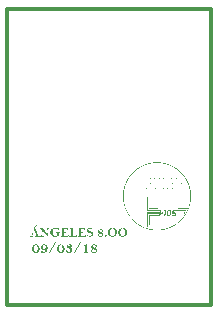
<source format=gto>
G04*
G04 #@! TF.GenerationSoftware,Altium Limited,Altium Designer,18.0.11 (651)*
G04*
G04 Layer_Color=65535*
%FSAX44Y44*%
%MOMM*%
G71*
G01*
G75*
%ADD10C,0.3000*%
G36*
X01012619Y00853535D02*
X01012687D01*
Y00853467D01*
X01012754D01*
Y00853535D01*
X01012958D01*
Y00853467D01*
X01013025D01*
Y00853535D01*
X01013093D01*
Y00853467D01*
X01013161D01*
Y00853535D01*
X01013229D01*
Y00853467D01*
X01013703D01*
Y00853399D01*
X01013770D01*
Y00853467D01*
X01013838D01*
Y00853399D01*
X01013906D01*
Y00853467D01*
X01013974D01*
Y00853399D01*
X01014041D01*
Y00853467D01*
X01014109D01*
Y00853399D01*
X01014177D01*
Y00853332D01*
X01014245D01*
Y00853399D01*
X01014312D01*
Y00853332D01*
X01014380D01*
Y00853399D01*
X01014448D01*
Y00853332D01*
X01014922D01*
Y00853264D01*
X01014990D01*
Y00853332D01*
X01015057D01*
Y00853264D01*
X01015125D01*
Y00853196D01*
X01015193D01*
Y00853264D01*
X01015261D01*
Y00853196D01*
X01015328D01*
Y00853264D01*
X01015396D01*
Y00853196D01*
X01015735D01*
Y00853128D01*
X01015803D01*
Y00853196D01*
X01015870D01*
Y00853128D01*
X01016074D01*
Y00853061D01*
X01016412D01*
Y00852993D01*
X01016480D01*
Y00853061D01*
X01016548D01*
Y00852993D01*
X01016751D01*
Y00852925D01*
X01017090D01*
Y00852857D01*
X01017293D01*
Y00852790D01*
X01017361D01*
Y00852857D01*
X01017428D01*
Y00852790D01*
X01017631D01*
Y00852722D01*
X01017699D01*
Y00852790D01*
X01017767D01*
Y00852722D01*
X01017835D01*
Y00852654D01*
X01018173D01*
Y00852586D01*
X01018241D01*
Y00852519D01*
X01018309D01*
Y00852586D01*
X01018377D01*
Y00852519D01*
X01018715D01*
Y00852451D01*
X01018919D01*
Y00852383D01*
X01019122D01*
Y00852315D01*
X01019189D01*
Y00852383D01*
X01019257D01*
Y00852315D01*
X01019325D01*
Y00852248D01*
X01019528D01*
Y00852180D01*
X01019596D01*
Y00852248D01*
X01019664D01*
Y00852180D01*
X01019731D01*
Y00852112D01*
X01019935D01*
Y00852045D01*
X01020002D01*
Y00852112D01*
X01020070D01*
Y00852045D01*
X01020138D01*
Y00851977D01*
X01020341D01*
Y00851909D01*
X01020409D01*
Y00851977D01*
X01020477D01*
Y00851909D01*
X01020544D01*
Y00851841D01*
X01020747D01*
Y00851774D01*
X01020815D01*
Y00851706D01*
X01020883D01*
Y00851774D01*
X01020951D01*
Y00851706D01*
X01021154D01*
Y00851638D01*
X01021222D01*
Y00851570D01*
X01021425D01*
Y00851503D01*
X01021492D01*
Y00851435D01*
X01021560D01*
Y00851503D01*
X01021628D01*
Y00851435D01*
X01021831D01*
Y00851367D01*
X01021899D01*
Y00851299D01*
X01022102D01*
Y00851232D01*
X01022170D01*
Y00851164D01*
X01022373D01*
Y00851096D01*
X01022441D01*
Y00851028D01*
X01022509D01*
Y00851096D01*
X01022576D01*
Y00851028D01*
X01022644D01*
Y00850961D01*
X01022712D01*
Y00851028D01*
X01022780D01*
Y00850961D01*
X01022847D01*
Y00850893D01*
X01023051D01*
Y00850825D01*
X01023118D01*
Y00850758D01*
X01023322D01*
Y00850690D01*
X01023389D01*
Y00850622D01*
X01023592D01*
Y00850554D01*
X01023660D01*
Y00850487D01*
X01023863D01*
Y00850419D01*
X01023931D01*
Y00850351D01*
X01024134D01*
Y00850283D01*
X01024202D01*
Y00850216D01*
X01024270D01*
Y00850148D01*
X01024338D01*
Y00850216D01*
X01024405D01*
Y00850148D01*
X01024473D01*
Y00850080D01*
X01024609D01*
Y00850012D01*
X01024744D01*
Y00849945D01*
X01024812D01*
Y00849877D01*
X01024880D01*
Y00849809D01*
X01025083D01*
Y00849741D01*
X01025150D01*
Y00849674D01*
X01025354D01*
Y00849606D01*
X01025421D01*
Y00849538D01*
X01025489D01*
Y00849471D01*
X01025557D01*
Y00849538D01*
X01025625D01*
Y00849471D01*
X01025692D01*
Y00849403D01*
X01025760D01*
Y00849335D01*
X01025828D01*
Y00849267D01*
X01026031D01*
Y00849200D01*
X01026099D01*
Y00849132D01*
X01026167D01*
Y00849064D01*
X01026234D01*
Y00848996D01*
X01026437D01*
Y00848929D01*
X01026505D01*
Y00848861D01*
X01026573D01*
Y00848793D01*
X01026641D01*
Y00848725D01*
X01026844D01*
Y00848658D01*
X01026912D01*
Y00848590D01*
X01026979D01*
Y00848522D01*
X01027047D01*
Y00848454D01*
X01027250D01*
Y00848387D01*
X01027318D01*
Y00848319D01*
X01027386D01*
Y00848251D01*
X01027454D01*
Y00848183D01*
X01027589D01*
Y00848116D01*
X01027657D01*
Y00848048D01*
X01027792D01*
Y00847980D01*
X01027860D01*
Y00847913D01*
X01027928D01*
Y00847845D01*
X01027995D01*
Y00847777D01*
X01028199D01*
Y00847709D01*
Y00847642D01*
X01028334D01*
Y00847574D01*
X01028402D01*
Y00847506D01*
X01028470D01*
Y00847438D01*
X01028537D01*
Y00847371D01*
X01028673D01*
Y00847303D01*
Y00847235D01*
X01028876D01*
Y00847167D01*
Y00847100D01*
X01029012D01*
Y00847032D01*
X01029079D01*
Y00846964D01*
X01029147D01*
Y00846896D01*
X01029215D01*
Y00846829D01*
X01029282D01*
Y00846761D01*
X01029350D01*
Y00846693D01*
X01029418D01*
Y00846626D01*
X01029486D01*
Y00846558D01*
X01029689D01*
Y00846490D01*
Y00846422D01*
X01029824D01*
Y00846355D01*
X01029892D01*
Y00846287D01*
X01029960D01*
Y00846219D01*
X01030028D01*
Y00846151D01*
X01030095D01*
Y00846084D01*
X01030163D01*
Y00846016D01*
X01030231D01*
Y00845948D01*
X01030298D01*
Y00845880D01*
X01030366D01*
Y00845813D01*
X01030434D01*
Y00845745D01*
X01030502D01*
Y00845677D01*
X01030570D01*
Y00845609D01*
X01030637D01*
Y00845542D01*
X01030705D01*
Y00845474D01*
X01030773D01*
Y00845406D01*
X01030840D01*
Y00845338D01*
X01030908D01*
Y00845271D01*
X01030976D01*
Y00845203D01*
X01031044D01*
Y00845135D01*
X01031111D01*
Y00845068D01*
X01031179D01*
Y00845000D01*
X01031247D01*
Y00844932D01*
X01031315D01*
Y00844864D01*
X01031382D01*
Y00844797D01*
X01031450D01*
Y00844729D01*
X01031518D01*
Y00844661D01*
X01031586D01*
Y00844593D01*
X01031653D01*
Y00844526D01*
X01031721D01*
Y00844458D01*
X01031789D01*
Y00844390D01*
X01031857D01*
Y00844322D01*
X01031924D01*
Y00844255D01*
X01031992D01*
Y00844187D01*
X01032060D01*
Y00844119D01*
X01032128D01*
Y00844051D01*
X01032195D01*
Y00843984D01*
X01032263D01*
Y00843916D01*
Y00843848D01*
X01032398D01*
Y00843781D01*
Y00843713D01*
X01032534D01*
Y00843645D01*
X01032466D01*
Y00843577D01*
X01032534D01*
Y00843510D01*
X01032602D01*
Y00843442D01*
X01032669D01*
Y00843374D01*
X01032737D01*
Y00843306D01*
X01032805D01*
Y00843239D01*
X01032873D01*
Y00843171D01*
X01032940D01*
Y00843103D01*
X01033008D01*
Y00843035D01*
X01033076D01*
Y00842968D01*
Y00842900D01*
X01033144D01*
Y00842832D01*
Y00842764D01*
X01033279D01*
Y00842697D01*
Y00842629D01*
X01033347D01*
Y00842561D01*
X01033415D01*
Y00842493D01*
X01033482D01*
Y00842426D01*
X01033550D01*
Y00842358D01*
X01033618D01*
Y00842290D01*
Y00842223D01*
X01033685D01*
Y00842155D01*
Y00842087D01*
X01033753D01*
Y00842019D01*
X01033821D01*
Y00841952D01*
X01033889D01*
Y00841884D01*
X01033956D01*
Y00841816D01*
X01034024D01*
Y00841748D01*
X01033956D01*
Y00841681D01*
X01034092D01*
Y00841613D01*
Y00841545D01*
X01034160D01*
Y00841477D01*
X01034227D01*
Y00841410D01*
X01034295D01*
Y00841342D01*
Y00841274D01*
X01034363D01*
Y00841206D01*
Y00841139D01*
X01034430D01*
Y00841071D01*
X01034498D01*
Y00841003D01*
X01034566D01*
Y00840935D01*
Y00840868D01*
X01034634D01*
Y00840800D01*
Y00840732D01*
X01034702D01*
Y00840665D01*
X01034769D01*
Y00840597D01*
X01034837D01*
Y00840529D01*
X01034905D01*
Y00840461D01*
Y00840394D01*
Y00840326D01*
X01034973D01*
Y00840258D01*
X01035040D01*
Y00840190D01*
X01035108D01*
Y00840123D01*
X01035040D01*
Y00840055D01*
X01035176D01*
Y00839987D01*
Y00839919D01*
X01035243D01*
Y00839852D01*
X01035311D01*
Y00839784D01*
X01035379D01*
Y00839716D01*
Y00839648D01*
Y00839581D01*
X01035447D01*
Y00839513D01*
X01035514D01*
Y00839445D01*
Y00839377D01*
X01035582D01*
Y00839310D01*
Y00839242D01*
X01035650D01*
Y00839174D01*
X01035718D01*
Y00839107D01*
X01035785D01*
Y00839039D01*
X01035718D01*
Y00838971D01*
X01035785D01*
Y00838903D01*
X01035853D01*
Y00838836D01*
X01035921D01*
Y00838768D01*
X01035853D01*
Y00838700D01*
X01035921D01*
Y00838632D01*
X01035988D01*
Y00838565D01*
X01036056D01*
Y00838497D01*
Y00838429D01*
Y00838361D01*
X01036124D01*
Y00838294D01*
X01036192D01*
Y00838226D01*
Y00838158D01*
X01036260D01*
Y00838090D01*
Y00838023D01*
X01036327D01*
Y00837955D01*
Y00837887D01*
X01036395D01*
Y00837820D01*
Y00837752D01*
X01036463D01*
Y00837684D01*
Y00837616D01*
X01036530D01*
Y00837549D01*
Y00837481D01*
X01036598D01*
Y00837413D01*
Y00837345D01*
X01036666D01*
Y00837278D01*
Y00837210D01*
X01036734D01*
Y00837142D01*
Y00837074D01*
X01036801D01*
Y00837007D01*
Y00836939D01*
X01036869D01*
Y00836871D01*
Y00836803D01*
Y00836736D01*
X01036937D01*
Y00836668D01*
X01037005D01*
Y00836600D01*
X01036937D01*
Y00836533D01*
X01037005D01*
Y00836465D01*
X01037072D01*
Y00836397D01*
X01037140D01*
Y00836329D01*
X01037072D01*
Y00836262D01*
X01037140D01*
Y00836194D01*
X01037208D01*
Y00836126D01*
Y00836058D01*
Y00835991D01*
X01037276D01*
Y00835923D01*
Y00835855D01*
Y00835787D01*
X01037343D01*
Y00835720D01*
X01037411D01*
Y00835652D01*
X01037343D01*
Y00835584D01*
X01037411D01*
Y00835516D01*
X01037479D01*
Y00835449D01*
X01037546D01*
Y00835381D01*
X01037479D01*
Y00835313D01*
X01037546D01*
Y00835245D01*
Y00835178D01*
X01037614D01*
Y00835110D01*
Y00835042D01*
X01037682D01*
Y00834975D01*
X01037614D01*
Y00834907D01*
X01037682D01*
Y00834839D01*
X01037750D01*
Y00834771D01*
Y00834704D01*
Y00834636D01*
X01037818D01*
Y00834568D01*
Y00834500D01*
Y00834433D01*
X01037885D01*
Y00834365D01*
Y00834297D01*
Y00834229D01*
X01037953D01*
Y00834162D01*
Y00834094D01*
Y00834026D01*
X01038021D01*
Y00833958D01*
Y00833891D01*
Y00833823D01*
X01038088D01*
Y00833755D01*
Y00833687D01*
Y00833620D01*
X01038156D01*
Y00833552D01*
Y00833484D01*
Y00833417D01*
X01038224D01*
Y00833349D01*
Y00833281D01*
Y00833213D01*
X01038292D01*
Y00833146D01*
Y00833078D01*
Y00833010D01*
X01038359D01*
Y00832942D01*
Y00832875D01*
Y00832807D01*
Y00832739D01*
X01038427D01*
Y00832671D01*
Y00832604D01*
X01038495D01*
Y00832536D01*
X01038427D01*
Y00832468D01*
X01038495D01*
Y00832400D01*
Y00832333D01*
Y00832265D01*
X01038563D01*
Y00832197D01*
Y00832130D01*
Y00832062D01*
X01038630D01*
Y00831994D01*
X01038563D01*
Y00831926D01*
X01038630D01*
Y00831859D01*
Y00831791D01*
Y00831723D01*
X01038698D01*
Y00831655D01*
Y00831588D01*
Y00831520D01*
X01038766D01*
Y00831452D01*
X01038698D01*
Y00831384D01*
X01038766D01*
Y00831317D01*
Y00831249D01*
Y00831181D01*
X01038834D01*
Y00831113D01*
Y00831046D01*
Y00830978D01*
Y00830910D01*
Y00830842D01*
X01038901D01*
Y00830775D01*
Y00830707D01*
Y00830639D01*
Y00830572D01*
Y00830504D01*
X01038969D01*
Y00830436D01*
Y00830368D01*
Y00830301D01*
X01039037D01*
Y00830233D01*
X01038969D01*
Y00830165D01*
X01039037D01*
Y00830097D01*
X01038969D01*
Y00830030D01*
X01039037D01*
Y00829962D01*
Y00829894D01*
Y00829826D01*
X01039105D01*
Y00829759D01*
Y00829691D01*
Y00829623D01*
Y00829555D01*
Y00829488D01*
X01039172D01*
Y00829420D01*
X01039105D01*
Y00829352D01*
X01039172D01*
Y00829284D01*
X01039105D01*
Y00829217D01*
X01039172D01*
Y00829149D01*
Y00829081D01*
Y00829014D01*
X01039240D01*
Y00828946D01*
Y00828878D01*
Y00828810D01*
Y00828743D01*
Y00828675D01*
X01039308D01*
Y00828607D01*
X01039240D01*
Y00828539D01*
X01039308D01*
Y00828472D01*
X01039240D01*
Y00828404D01*
X01039308D01*
Y00828336D01*
X01039240D01*
Y00828268D01*
X01039308D01*
Y00828201D01*
Y00828133D01*
Y00828065D01*
Y00827997D01*
Y00827930D01*
X01039376D01*
Y00827862D01*
X01039308D01*
Y00827794D01*
X01039376D01*
Y00827727D01*
Y00827659D01*
Y00827591D01*
X01039443D01*
Y00827523D01*
X01039376D01*
Y00827456D01*
X01039443D01*
Y00827388D01*
X01039376D01*
Y00827320D01*
X01039443D01*
Y00827252D01*
X01039376D01*
Y00827185D01*
X01039443D01*
Y00827117D01*
X01039376D01*
Y00827049D01*
X01039443D01*
Y00826981D01*
Y00826914D01*
Y00826846D01*
X01039376D01*
Y00826778D01*
X01039443D01*
Y00826710D01*
Y00826643D01*
Y00826575D01*
Y00826507D01*
Y00826440D01*
X01039511D01*
Y00826372D01*
X01039443D01*
Y00826304D01*
Y00826236D01*
Y00826169D01*
X01039511D01*
Y00826101D01*
X01039443D01*
Y00826033D01*
X01039511D01*
Y00825965D01*
Y00825898D01*
Y00825830D01*
X01039443D01*
Y00825762D01*
X01039511D01*
Y00825694D01*
Y00825627D01*
Y00825559D01*
Y00825491D01*
Y00825423D01*
Y00825356D01*
Y00825288D01*
Y00825220D01*
Y00825152D01*
Y00825085D01*
Y00825017D01*
Y00824949D01*
Y00824882D01*
Y00824814D01*
Y00824746D01*
Y00824678D01*
Y00824611D01*
Y00824543D01*
Y00824475D01*
Y00824407D01*
Y00824340D01*
Y00824272D01*
Y00824204D01*
Y00824136D01*
Y00824069D01*
Y00824001D01*
Y00823933D01*
X01039443D01*
Y00823865D01*
X01039511D01*
Y00823798D01*
Y00823730D01*
Y00823662D01*
X01039443D01*
Y00823594D01*
X01039511D01*
Y00823527D01*
X01039443D01*
Y00823459D01*
X01039511D01*
Y00823391D01*
X01039443D01*
Y00823324D01*
Y00823256D01*
Y00823188D01*
Y00823120D01*
Y00823053D01*
Y00822985D01*
Y00822917D01*
Y00822849D01*
Y00822782D01*
X01039376D01*
Y00822714D01*
X01039443D01*
Y00822646D01*
X01039376D01*
Y00822578D01*
X01039443D01*
Y00822511D01*
X01039376D01*
Y00822443D01*
X01039443D01*
Y00822375D01*
X01039376D01*
Y00822307D01*
X01039443D01*
Y00822240D01*
X01039376D01*
Y00822172D01*
X01039443D01*
Y00822104D01*
X01039376D01*
Y00822037D01*
Y00821969D01*
Y00821901D01*
Y00821833D01*
Y00821766D01*
X01039308D01*
Y00821698D01*
X01039376D01*
Y00821630D01*
X01039308D01*
Y00821562D01*
Y00821495D01*
Y00821427D01*
Y00821359D01*
Y00821291D01*
X01039240D01*
Y00821224D01*
X01039308D01*
Y00821156D01*
X01039240D01*
Y00821088D01*
X01039308D01*
Y00821020D01*
X01039240D01*
Y00820953D01*
X01039308D01*
Y00820885D01*
X01039240D01*
Y00820817D01*
Y00820749D01*
Y00820682D01*
X01039172D01*
Y00820614D01*
Y00820546D01*
Y00820479D01*
Y00820411D01*
Y00820343D01*
X01039105D01*
Y00820275D01*
X01039172D01*
Y00820208D01*
X01039105D01*
Y00820140D01*
X01039172D01*
Y00820072D01*
X01039105D01*
Y00820004D01*
X01039172D01*
Y00819937D01*
X01039105D01*
Y00819869D01*
Y00819801D01*
Y00819733D01*
X01039037D01*
Y00819666D01*
Y00819598D01*
Y00819530D01*
X01038969D01*
Y00819462D01*
X01039037D01*
Y00819395D01*
X01038969D01*
Y00819327D01*
X01039037D01*
Y00819259D01*
X01038969D01*
Y00819192D01*
Y00819124D01*
Y00819056D01*
X01038901D01*
Y00818988D01*
Y00818921D01*
Y00818853D01*
X01038834D01*
Y00818785D01*
X01038901D01*
Y00818717D01*
X01038834D01*
Y00818650D01*
X01038901D01*
Y00818582D01*
X01038834D01*
Y00818514D01*
Y00818446D01*
Y00818379D01*
X01038766D01*
Y00818311D01*
X01038698D01*
Y00818243D01*
X01038766D01*
Y00818175D01*
X01038698D01*
Y00818108D01*
X01038766D01*
Y00818040D01*
X01038698D01*
Y00817972D01*
Y00817904D01*
Y00817837D01*
X01038630D01*
Y00817769D01*
Y00817701D01*
Y00817634D01*
X01038563D01*
Y00817566D01*
X01038630D01*
Y00817498D01*
X01038563D01*
Y00817430D01*
Y00817363D01*
Y00817295D01*
X01038495D01*
Y00817227D01*
Y00817159D01*
Y00817092D01*
X01038427D01*
Y00817024D01*
Y00816956D01*
Y00816888D01*
X01038359D01*
Y00816821D01*
Y00816753D01*
Y00816685D01*
X01038292D01*
Y00816617D01*
X01038359D01*
Y00816550D01*
X01038292D01*
Y00816482D01*
Y00816414D01*
Y00816346D01*
X01038224D01*
Y00816279D01*
X01038156D01*
Y00816211D01*
X01038224D01*
Y00816143D01*
X01038156D01*
Y00816076D01*
Y00816008D01*
Y00815940D01*
X01038088D01*
Y00815872D01*
Y00815805D01*
Y00815737D01*
X01038021D01*
Y00815669D01*
Y00815601D01*
Y00815534D01*
X01037953D01*
Y00815466D01*
Y00815398D01*
Y00815330D01*
X01037885D01*
Y00815263D01*
Y00815195D01*
Y00815127D01*
X01037818D01*
Y00815059D01*
Y00814992D01*
Y00814924D01*
X01037750D01*
Y00814856D01*
Y00814789D01*
Y00814721D01*
X01037682D01*
Y00814789D01*
Y00814856D01*
Y00814924D01*
Y00814992D01*
Y00815059D01*
Y00815127D01*
Y00815195D01*
Y00815263D01*
Y00815330D01*
Y00815398D01*
Y00815466D01*
Y00815534D01*
X01028537D01*
Y00815601D01*
X01037479D01*
Y00815669D01*
Y00815737D01*
X01037546D01*
Y00815805D01*
Y00815872D01*
X01037614D01*
Y00815940D01*
Y00816008D01*
Y00816076D01*
Y00816143D01*
X01037682D01*
Y00816211D01*
Y00816279D01*
Y00816346D01*
X01037750D01*
Y00816414D01*
Y00816482D01*
Y00816550D01*
X01037818D01*
Y00816617D01*
Y00816685D01*
Y00816753D01*
X01037885D01*
Y00816821D01*
Y00816888D01*
Y00816956D01*
Y00817024D01*
X01037953D01*
Y00817092D01*
Y00817159D01*
Y00817227D01*
X01038021D01*
Y00817295D01*
Y00817363D01*
Y00817430D01*
Y00817498D01*
X01038088D01*
Y00817566D01*
Y00817634D01*
Y00817701D01*
Y00817769D01*
X01038156D01*
Y00817837D01*
Y00817904D01*
Y00817972D01*
Y00818040D01*
X01038224D01*
Y00818108D01*
Y00818175D01*
Y00818243D01*
Y00818311D01*
X01038292D01*
Y00818379D01*
Y00818446D01*
Y00818514D01*
Y00818582D01*
X01038359D01*
Y00818650D01*
Y00818717D01*
Y00818785D01*
Y00818853D01*
Y00818921D01*
X01038427D01*
Y00818988D01*
Y00819056D01*
Y00819124D01*
Y00819192D01*
Y00819259D01*
X01038495D01*
Y00819327D01*
Y00819395D01*
Y00819462D01*
Y00819530D01*
Y00819598D01*
X01038563D01*
Y00819666D01*
Y00819733D01*
Y00819801D01*
Y00819869D01*
Y00819937D01*
X01038630D01*
Y00820004D01*
Y00820072D01*
Y00820140D01*
Y00820208D01*
Y00820275D01*
Y00820343D01*
X01038698D01*
Y00820411D01*
Y00820479D01*
Y00820546D01*
Y00820614D01*
Y00820682D01*
Y00820749D01*
Y00820817D01*
X01038766D01*
Y00820885D01*
Y00820953D01*
Y00821020D01*
Y00821088D01*
Y00821156D01*
Y00821224D01*
Y00821291D01*
Y00821359D01*
X01038834D01*
Y00821427D01*
Y00821495D01*
Y00821562D01*
Y00821630D01*
Y00821698D01*
Y00821766D01*
Y00821833D01*
Y00821901D01*
Y00821969D01*
X01038901D01*
Y00822037D01*
Y00822104D01*
Y00822172D01*
Y00822240D01*
Y00822307D01*
Y00822375D01*
Y00822443D01*
Y00822511D01*
Y00822578D01*
Y00822646D01*
Y00822714D01*
X01038969D01*
Y00822782D01*
Y00822849D01*
Y00822917D01*
Y00822985D01*
Y00823053D01*
Y00823120D01*
Y00823188D01*
Y00823256D01*
Y00823324D01*
Y00823391D01*
Y00823459D01*
Y00823527D01*
Y00823594D01*
Y00823662D01*
Y00823730D01*
Y00823798D01*
Y00823865D01*
Y00823933D01*
Y00824001D01*
Y00824069D01*
X01039037D01*
Y00824136D01*
Y00824204D01*
Y00824272D01*
Y00824340D01*
Y00824407D01*
Y00824475D01*
Y00824543D01*
Y00824611D01*
Y00824678D01*
Y00824746D01*
Y00824814D01*
Y00824882D01*
Y00824949D01*
Y00825017D01*
Y00825085D01*
Y00825152D01*
Y00825220D01*
Y00825288D01*
Y00825356D01*
Y00825423D01*
Y00825491D01*
X01038969D01*
Y00825559D01*
Y00825627D01*
Y00825694D01*
Y00825762D01*
Y00825830D01*
Y00825898D01*
Y00825965D01*
Y00826033D01*
Y00826101D01*
Y00826169D01*
Y00826236D01*
Y00826304D01*
Y00826372D01*
Y00826440D01*
Y00826507D01*
Y00826575D01*
Y00826643D01*
Y00826710D01*
Y00826778D01*
Y00826846D01*
X01038901D01*
Y00826914D01*
Y00826981D01*
Y00827049D01*
Y00827117D01*
Y00827185D01*
Y00827252D01*
Y00827320D01*
Y00827388D01*
Y00827456D01*
Y00827523D01*
Y00827591D01*
Y00827659D01*
X01038834D01*
Y00827727D01*
Y00827794D01*
Y00827862D01*
Y00827930D01*
Y00827997D01*
Y00828065D01*
Y00828133D01*
Y00828201D01*
Y00828268D01*
X01038766D01*
Y00828336D01*
Y00828404D01*
Y00828472D01*
Y00828539D01*
Y00828607D01*
Y00828675D01*
Y00828743D01*
X01038698D01*
Y00828810D01*
Y00828878D01*
Y00828946D01*
Y00829014D01*
Y00829081D01*
Y00829149D01*
Y00829217D01*
X01038630D01*
Y00829284D01*
Y00829352D01*
Y00829420D01*
Y00829488D01*
Y00829555D01*
Y00829623D01*
X01038563D01*
Y00829691D01*
Y00829759D01*
Y00829826D01*
Y00829894D01*
Y00829962D01*
Y00830030D01*
X01038495D01*
Y00830097D01*
Y00830165D01*
Y00830233D01*
Y00830301D01*
Y00830368D01*
X01038427D01*
Y00830436D01*
Y00830504D01*
Y00830572D01*
Y00830639D01*
Y00830707D01*
X01038359D01*
Y00830775D01*
Y00830842D01*
Y00830910D01*
Y00830978D01*
X01038292D01*
Y00831046D01*
Y00831113D01*
Y00831181D01*
Y00831249D01*
Y00831317D01*
X01038224D01*
Y00831384D01*
Y00831452D01*
Y00831520D01*
Y00831588D01*
X01038156D01*
Y00831655D01*
Y00831723D01*
Y00831791D01*
Y00831859D01*
X01038088D01*
Y00831926D01*
Y00831994D01*
Y00832062D01*
X01038021D01*
Y00832130D01*
Y00832197D01*
Y00832265D01*
Y00832333D01*
X01037953D01*
Y00832400D01*
Y00832468D01*
Y00832536D01*
Y00832604D01*
X01037885D01*
Y00832671D01*
Y00832739D01*
Y00832807D01*
X01037818D01*
Y00832875D01*
Y00832942D01*
Y00833010D01*
Y00833078D01*
X01037750D01*
Y00833146D01*
Y00833213D01*
Y00833281D01*
X01037682D01*
Y00833349D01*
Y00833417D01*
Y00833484D01*
X01037614D01*
Y00833552D01*
Y00833620D01*
Y00833687D01*
X01037546D01*
Y00833755D01*
Y00833823D01*
Y00833891D01*
X01037479D01*
Y00833958D01*
Y00834026D01*
Y00834094D01*
X01037411D01*
Y00834162D01*
Y00834229D01*
Y00834297D01*
X01037343D01*
Y00834365D01*
Y00834433D01*
X01037276D01*
Y00834500D01*
Y00834568D01*
Y00834636D01*
X01037208D01*
Y00834704D01*
Y00834771D01*
Y00834839D01*
X01037140D01*
Y00834907D01*
Y00834975D01*
X01037072D01*
Y00835042D01*
Y00835110D01*
Y00835178D01*
X01037005D01*
Y00835245D01*
Y00835313D01*
Y00835381D01*
X01036937D01*
Y00835449D01*
Y00835516D01*
X01036869D01*
Y00835584D01*
Y00835652D01*
X01036801D01*
Y00835720D01*
Y00835787D01*
Y00835855D01*
X01036734D01*
Y00835923D01*
Y00835991D01*
X01036666D01*
Y00836058D01*
Y00836126D01*
X01036598D01*
Y00836194D01*
Y00836262D01*
Y00836329D01*
X01036530D01*
Y00836397D01*
Y00836465D01*
X01036463D01*
Y00836533D01*
Y00836600D01*
X01036395D01*
Y00836668D01*
Y00836736D01*
X01036327D01*
Y00836803D01*
Y00836871D01*
X01036260D01*
Y00836939D01*
Y00837007D01*
X01036192D01*
Y00837074D01*
Y00837142D01*
Y00837210D01*
X01036124D01*
Y00837278D01*
Y00837345D01*
X01036056D01*
Y00837413D01*
Y00837481D01*
X01035988D01*
Y00837549D01*
Y00837616D01*
X01035921D01*
Y00837684D01*
Y00837752D01*
X01035853D01*
Y00837820D01*
Y00837887D01*
X01035785D01*
Y00837955D01*
X01035718D01*
Y00838023D01*
Y00838090D01*
X01035650D01*
Y00838158D01*
Y00838226D01*
X01035582D01*
Y00838294D01*
Y00838361D01*
X01035514D01*
Y00838429D01*
Y00838497D01*
X01035447D01*
Y00838565D01*
Y00838632D01*
X01035379D01*
Y00838700D01*
X01035311D01*
Y00838768D01*
Y00838836D01*
X01035243D01*
Y00838903D01*
Y00838971D01*
X01035176D01*
Y00839039D01*
Y00839107D01*
X01035108D01*
Y00839174D01*
X01035040D01*
Y00839242D01*
Y00839310D01*
X01034973D01*
Y00839377D01*
Y00839445D01*
X01034905D01*
Y00839513D01*
X01034837D01*
Y00839581D01*
Y00839648D01*
X01034769D01*
Y00839716D01*
Y00839784D01*
X01034702D01*
Y00839852D01*
X01034634D01*
Y00839919D01*
Y00839987D01*
X01034566D01*
Y00840055D01*
X01034498D01*
Y00840123D01*
Y00840190D01*
X01034430D01*
Y00840258D01*
X01034363D01*
Y00840326D01*
Y00840394D01*
X01034295D01*
Y00840461D01*
X01034227D01*
Y00840529D01*
Y00840597D01*
X01034160D01*
Y00840665D01*
X01034092D01*
Y00840732D01*
Y00840800D01*
X01034024D01*
Y00840868D01*
X01033956D01*
Y00840935D01*
Y00841003D01*
X01033889D01*
Y00841071D01*
X01033821D01*
Y00841139D01*
Y00841206D01*
X01033753D01*
Y00841274D01*
X01033685D01*
Y00841342D01*
X01033618D01*
Y00841410D01*
Y00841477D01*
X01033550D01*
Y00841545D01*
X01033482D01*
Y00841613D01*
Y00841681D01*
X01033415D01*
Y00841748D01*
X01033347D01*
Y00841816D01*
X01033279D01*
Y00841884D01*
Y00841952D01*
X01033211D01*
Y00842019D01*
X01033144D01*
Y00842087D01*
X01033076D01*
Y00842155D01*
X01033008D01*
Y00842223D01*
Y00842290D01*
X01032940D01*
Y00842358D01*
X01032873D01*
Y00842426D01*
X01032805D01*
Y00842493D01*
X01032737D01*
Y00842561D01*
Y00842629D01*
X01032669D01*
Y00842697D01*
X01032602D01*
Y00842764D01*
X01032534D01*
Y00842832D01*
X01032466D01*
Y00842900D01*
Y00842968D01*
X01032398D01*
Y00843035D01*
X01032331D01*
Y00843103D01*
X01032263D01*
Y00843171D01*
X01032195D01*
Y00843239D01*
X01032128D01*
Y00843306D01*
X01032060D01*
Y00843374D01*
Y00843442D01*
X01031992D01*
Y00843510D01*
X01031924D01*
Y00843577D01*
X01031857D01*
Y00843645D01*
X01031789D01*
Y00843713D01*
X01031721D01*
Y00843781D01*
X01031653D01*
Y00843848D01*
X01031586D01*
Y00843916D01*
X01031518D01*
Y00843984D01*
X01031450D01*
Y00844051D01*
Y00844119D01*
X01031382D01*
Y00844187D01*
X01031315D01*
Y00844255D01*
X01031247D01*
Y00844322D01*
X01031179D01*
Y00844390D01*
X01031111D01*
Y00844458D01*
X01031044D01*
Y00844526D01*
X01030976D01*
Y00844593D01*
X01030908D01*
Y00844661D01*
X01030840D01*
Y00844729D01*
X01030773D01*
Y00844797D01*
X01030705D01*
Y00844864D01*
X01030637D01*
Y00844932D01*
X01030570D01*
Y00845000D01*
X01030502D01*
Y00845068D01*
X01030434D01*
Y00845135D01*
X01030366D01*
Y00845203D01*
X01030298D01*
Y00845271D01*
X01030231D01*
Y00845338D01*
X01030163D01*
Y00845406D01*
X01030095D01*
Y00845474D01*
X01030028D01*
Y00845542D01*
X01029892D01*
Y00845609D01*
X01029824D01*
Y00845677D01*
X01029757D01*
Y00845745D01*
X01029689D01*
Y00845813D01*
X01029621D01*
Y00845880D01*
X01029553D01*
Y00845948D01*
X01029486D01*
Y00846016D01*
X01029418D01*
Y00846084D01*
X01029350D01*
Y00846151D01*
X01029215D01*
Y00846219D01*
X01029147D01*
Y00846287D01*
X01029079D01*
Y00846355D01*
X01029012D01*
Y00846422D01*
X01028944D01*
Y00846490D01*
X01028876D01*
Y00846558D01*
X01028740D01*
Y00846626D01*
X01028673D01*
Y00846693D01*
X01028605D01*
Y00846761D01*
X01028537D01*
Y00846829D01*
X01028402D01*
Y00846896D01*
X01028334D01*
Y00846964D01*
X01028266D01*
Y00847032D01*
X01028199D01*
Y00847100D01*
X01028063D01*
Y00847167D01*
X01027995D01*
Y00847235D01*
X01027928D01*
Y00847303D01*
X01027860D01*
Y00847371D01*
X01027725D01*
Y00847438D01*
X01027657D01*
Y00847506D01*
X01027589D01*
Y00847574D01*
X01027454D01*
Y00847642D01*
X01027386D01*
Y00847709D01*
X01027250D01*
Y00847777D01*
X01027183D01*
Y00847845D01*
X01027115D01*
Y00847913D01*
X01026979D01*
Y00847980D01*
X01026912D01*
Y00848048D01*
X01026776D01*
Y00848116D01*
X01026708D01*
Y00848183D01*
X01026573D01*
Y00848251D01*
X01026505D01*
Y00848319D01*
X01026370D01*
Y00848387D01*
X01026302D01*
Y00848454D01*
X01026167D01*
Y00848522D01*
X01026099D01*
Y00848590D01*
X01025963D01*
Y00848658D01*
X01025896D01*
Y00848725D01*
X01025760D01*
Y00848793D01*
X01025692D01*
Y00848861D01*
X01025557D01*
Y00848929D01*
X01025421D01*
Y00848996D01*
X01025354D01*
Y00849064D01*
X01025218D01*
Y00849132D01*
X01025083D01*
Y00849200D01*
X01025015D01*
Y00849267D01*
X01024880D01*
Y00849335D01*
X01024744D01*
Y00849403D01*
X01024609D01*
Y00849471D01*
X01024541D01*
Y00849538D01*
X01024405D01*
Y00849606D01*
X01024270D01*
Y00849674D01*
X01024134D01*
Y00849741D01*
X01023999D01*
Y00849809D01*
X01023863D01*
Y00849877D01*
X01023796D01*
Y00849945D01*
X01023660D01*
Y00850012D01*
X01023525D01*
Y00850080D01*
X01023389D01*
Y00850148D01*
X01023254D01*
Y00850216D01*
X01023118D01*
Y00850283D01*
X01022983D01*
Y00850351D01*
X01022780D01*
Y00850419D01*
X01022644D01*
Y00850487D01*
X01022509D01*
Y00850554D01*
X01022373D01*
Y00850622D01*
X01022238D01*
Y00850690D01*
X01022102D01*
Y00850758D01*
X01021899D01*
Y00850825D01*
X01021764D01*
Y00850893D01*
X01021628D01*
Y00850961D01*
X01021425D01*
Y00851028D01*
X01021289D01*
Y00851096D01*
X01021086D01*
Y00851164D01*
X01020951D01*
Y00851232D01*
X01020747D01*
Y00851299D01*
X01020544D01*
Y00851367D01*
X01020409D01*
Y00851435D01*
X01020206D01*
Y00851503D01*
X01020002D01*
Y00851570D01*
X01019799D01*
Y00851638D01*
X01019596D01*
Y00851706D01*
X01019393D01*
Y00851774D01*
X01019189D01*
Y00851841D01*
X01018986D01*
Y00851909D01*
X01018715D01*
Y00851977D01*
X01018512D01*
Y00852045D01*
X01018241D01*
Y00852112D01*
X01018038D01*
Y00852180D01*
X01017767D01*
Y00852248D01*
X01017496D01*
Y00852315D01*
X01017225D01*
Y00852383D01*
X01016886D01*
Y00852451D01*
X01016615D01*
Y00852519D01*
X01016277D01*
Y00852586D01*
X01015938D01*
Y00852654D01*
X01015532D01*
Y00852722D01*
X01015125D01*
Y00852790D01*
X01014719D01*
Y00852857D01*
X01014177D01*
Y00852925D01*
X01013567D01*
Y00852993D01*
X01012822D01*
Y00853061D01*
X01011400D01*
Y00853128D01*
X01010045D01*
Y00853061D01*
X01008690D01*
Y00852993D01*
X01007877D01*
Y00852925D01*
X01007268D01*
Y00852857D01*
X01006793D01*
Y00852790D01*
X01006319D01*
Y00852722D01*
X01005913D01*
Y00852654D01*
X01005506D01*
Y00852586D01*
X01005168D01*
Y00852519D01*
X01004829D01*
Y00852451D01*
X01004558D01*
Y00852383D01*
X01004219D01*
Y00852315D01*
X01003948D01*
Y00852248D01*
X01003677D01*
Y00852180D01*
X01003407D01*
Y00852112D01*
X01003203D01*
Y00852045D01*
X01002932D01*
Y00851977D01*
X01002729D01*
Y00851909D01*
X01002458D01*
Y00851841D01*
X01002255D01*
Y00851774D01*
X01002052D01*
Y00851706D01*
X01001849D01*
Y00851638D01*
X01001645D01*
Y00851570D01*
X01001442D01*
Y00851503D01*
X01001239D01*
Y00851435D01*
X01001036D01*
Y00851367D01*
X01000900D01*
Y00851299D01*
X01000697D01*
Y00851232D01*
X01000494D01*
Y00851164D01*
X01000358D01*
Y00851096D01*
X01000155D01*
Y00851028D01*
X01000020D01*
Y00850961D01*
X00999884D01*
Y00850893D01*
X00999681D01*
Y00850825D01*
X00999545D01*
Y00850758D01*
X00999342D01*
Y00850690D01*
X00999207D01*
Y00850622D01*
X00999071D01*
Y00850554D01*
X00998936D01*
Y00850487D01*
X00998800D01*
Y00850419D01*
X00998665D01*
Y00850351D01*
X00998462D01*
Y00850283D01*
X00998326D01*
Y00850216D01*
X00998191D01*
Y00850148D01*
X00998055D01*
Y00850080D01*
X00997920D01*
Y00850012D01*
X00997784D01*
Y00849945D01*
X00997649D01*
Y00849877D01*
X00997581D01*
Y00849809D01*
X00997446D01*
Y00849741D01*
X00997310D01*
Y00849674D01*
X00997175D01*
Y00849606D01*
X00997039D01*
Y00849538D01*
X00996904D01*
Y00849471D01*
X00996836D01*
Y00849403D01*
X00996700D01*
Y00849335D01*
X00996565D01*
Y00849267D01*
X00996429D01*
Y00849200D01*
X00996362D01*
Y00849132D01*
X00996226D01*
Y00849064D01*
X00996091D01*
Y00848996D01*
X00996023D01*
Y00848929D01*
X00995888D01*
Y00848861D01*
X00995752D01*
Y00848793D01*
X00995684D01*
Y00848725D01*
X00995549D01*
Y00848658D01*
X00995481D01*
Y00848590D01*
X00995346D01*
Y00848522D01*
X00995278D01*
Y00848454D01*
X00995142D01*
Y00848387D01*
X00995075D01*
Y00848319D01*
X00994939D01*
Y00848251D01*
X00994871D01*
Y00848183D01*
X00994736D01*
Y00848116D01*
X00994668D01*
Y00848048D01*
X00994533D01*
Y00847980D01*
X00994465D01*
Y00847913D01*
X00994330D01*
Y00847845D01*
X00994262D01*
Y00847777D01*
X00994194D01*
Y00847709D01*
X00994059D01*
Y00847642D01*
X00993991D01*
Y00847574D01*
X00993855D01*
Y00847506D01*
X00993788D01*
Y00847438D01*
X00993720D01*
Y00847371D01*
X00993584D01*
Y00847303D01*
X00993517D01*
Y00847235D01*
X00993449D01*
Y00847167D01*
X00993381D01*
Y00847100D01*
X00993246D01*
Y00847032D01*
X00993178D01*
Y00846964D01*
X00993110D01*
Y00846896D01*
X00993043D01*
Y00846829D01*
X00992907D01*
Y00846761D01*
X00992839D01*
Y00846693D01*
X00992772D01*
Y00846626D01*
X00992704D01*
Y00846558D01*
X00992568D01*
Y00846490D01*
X00992501D01*
Y00846422D01*
X00992433D01*
Y00846355D01*
X00992365D01*
Y00846287D01*
X00992297D01*
Y00846219D01*
X00992230D01*
Y00846151D01*
X00992094D01*
Y00846084D01*
X00992026D01*
Y00846016D01*
X00991959D01*
Y00845948D01*
X00991891D01*
Y00845880D01*
X00991823D01*
Y00845813D01*
X00991756D01*
Y00845745D01*
X00991688D01*
Y00845677D01*
X00991620D01*
Y00845609D01*
X00991552D01*
Y00845542D01*
X00991417D01*
Y00845474D01*
X00991349D01*
Y00845406D01*
X00991281D01*
Y00845338D01*
X00991214D01*
Y00845271D01*
X00991146D01*
Y00845203D01*
X00991078D01*
Y00845135D01*
X00991010D01*
Y00845068D01*
X00990943D01*
Y00845000D01*
X00990875D01*
Y00844932D01*
X00990807D01*
Y00844864D01*
X00990739D01*
Y00844797D01*
X00990672D01*
Y00844729D01*
X00990604D01*
Y00844661D01*
X00990536D01*
Y00844593D01*
X00990468D01*
Y00844526D01*
X00990401D01*
Y00844458D01*
X00990333D01*
Y00844390D01*
X00990265D01*
Y00844322D01*
X00990198D01*
Y00844255D01*
X00990130D01*
Y00844187D01*
X00990062D01*
Y00844119D01*
X00989994D01*
Y00844051D01*
Y00843984D01*
X00989927D01*
Y00843916D01*
X00989859D01*
Y00843848D01*
X00989791D01*
Y00843781D01*
X00989723D01*
Y00843713D01*
X00989656D01*
Y00843645D01*
X00989588D01*
Y00843577D01*
X00989520D01*
Y00843510D01*
X00989452D01*
Y00843442D01*
X00989385D01*
Y00843374D01*
Y00843306D01*
X00989317D01*
Y00843239D01*
X00989249D01*
Y00843171D01*
X00989181D01*
Y00843103D01*
X00989114D01*
Y00843035D01*
X00989046D01*
Y00842968D01*
X00988978D01*
Y00842900D01*
Y00842832D01*
X00988910D01*
Y00842764D01*
X00988843D01*
Y00842697D01*
X00988775D01*
Y00842629D01*
X00988707D01*
Y00842561D01*
Y00842493D01*
X00988640D01*
Y00842426D01*
X00988572D01*
Y00842358D01*
X00988504D01*
Y00842290D01*
X00988436D01*
Y00842223D01*
Y00842155D01*
X00988369D01*
Y00842087D01*
X00988301D01*
Y00842019D01*
X00988233D01*
Y00841952D01*
X00988165D01*
Y00841884D01*
Y00841816D01*
X00988098D01*
Y00841748D01*
X00988030D01*
Y00841681D01*
X00987962D01*
Y00841613D01*
Y00841545D01*
X00987894D01*
Y00841477D01*
X00987827D01*
Y00841410D01*
Y00841342D01*
X00987759D01*
Y00841274D01*
X00987691D01*
Y00841206D01*
X00987623D01*
Y00841139D01*
Y00841071D01*
X00987556D01*
Y00841003D01*
X00987488D01*
Y00840935D01*
Y00840868D01*
X00987420D01*
Y00840800D01*
X00987353D01*
Y00840732D01*
Y00840665D01*
X00987285D01*
Y00840597D01*
X00987217D01*
Y00840529D01*
Y00840461D01*
X00987149D01*
Y00840394D01*
X00987082D01*
Y00840326D01*
Y00840258D01*
X00987014D01*
Y00840190D01*
X00986946D01*
Y00840123D01*
Y00840055D01*
X00986878D01*
Y00839987D01*
X00986811D01*
Y00839919D01*
Y00839852D01*
X00986743D01*
Y00839784D01*
X00986675D01*
Y00839716D01*
Y00839648D01*
X00986607D01*
Y00839581D01*
Y00839513D01*
X00986540D01*
Y00839445D01*
X00986472D01*
Y00839377D01*
Y00839310D01*
X00986404D01*
Y00839242D01*
Y00839174D01*
X00986336D01*
Y00839107D01*
X00986269D01*
Y00839039D01*
Y00838971D01*
X00986201D01*
Y00838903D01*
Y00838836D01*
X00986133D01*
Y00838768D01*
Y00838700D01*
X00986066D01*
Y00838632D01*
X00985998D01*
Y00838565D01*
Y00838497D01*
X00985930D01*
Y00838429D01*
Y00838361D01*
X00985862D01*
Y00838294D01*
Y00838226D01*
X00985795D01*
Y00838158D01*
Y00838090D01*
X00985727D01*
Y00838023D01*
Y00837955D01*
X00985659D01*
Y00837887D01*
X00985591D01*
Y00837820D01*
Y00837752D01*
X00985524D01*
Y00837684D01*
Y00837616D01*
X00985456D01*
Y00837549D01*
Y00837481D01*
X00985388D01*
Y00837413D01*
Y00837345D01*
X00985320D01*
Y00837278D01*
Y00837210D01*
X00985253D01*
Y00837142D01*
Y00837074D01*
X00985185D01*
Y00837007D01*
Y00836939D01*
Y00836871D01*
X00985117D01*
Y00836803D01*
Y00836736D01*
X00985049D01*
Y00836668D01*
Y00836600D01*
X00984982D01*
Y00836533D01*
Y00836465D01*
X00984914D01*
Y00836397D01*
Y00836329D01*
X00984846D01*
Y00836262D01*
Y00836194D01*
Y00836126D01*
X00984778D01*
Y00836058D01*
Y00835991D01*
X00984711D01*
Y00835923D01*
Y00835855D01*
X00984643D01*
Y00835787D01*
Y00835720D01*
Y00835652D01*
X00984575D01*
Y00835584D01*
Y00835516D01*
X00984508D01*
Y00835449D01*
Y00835381D01*
X00984440D01*
Y00835313D01*
Y00835245D01*
Y00835178D01*
X00984372D01*
Y00835110D01*
Y00835042D01*
Y00834975D01*
X00984304D01*
Y00834907D01*
Y00834839D01*
X00984237D01*
Y00834771D01*
Y00834704D01*
Y00834636D01*
X00984169D01*
Y00834568D01*
Y00834500D01*
Y00834433D01*
X00984101D01*
Y00834365D01*
Y00834297D01*
X00984033D01*
Y00834229D01*
Y00834162D01*
Y00834094D01*
X00983966D01*
Y00834026D01*
Y00833958D01*
Y00833891D01*
X00983898D01*
Y00833823D01*
Y00833755D01*
Y00833687D01*
X00983830D01*
Y00833620D01*
Y00833552D01*
Y00833484D01*
X00983762D01*
Y00833417D01*
Y00833349D01*
Y00833281D01*
X00983695D01*
Y00833213D01*
Y00833146D01*
Y00833078D01*
X00983627D01*
Y00833010D01*
Y00832942D01*
Y00832875D01*
Y00832807D01*
X00983559D01*
Y00832739D01*
Y00832671D01*
Y00832604D01*
X00983491D01*
Y00832536D01*
Y00832468D01*
Y00832400D01*
Y00832333D01*
X00983424D01*
Y00832265D01*
Y00832197D01*
Y00832130D01*
X00983356D01*
Y00832062D01*
Y00831994D01*
Y00831926D01*
Y00831859D01*
X00983288D01*
Y00831791D01*
Y00831723D01*
Y00831655D01*
Y00831588D01*
X00983220D01*
Y00831520D01*
Y00831452D01*
Y00831384D01*
Y00831317D01*
X00983153D01*
Y00831249D01*
Y00831181D01*
Y00831113D01*
Y00831046D01*
Y00830978D01*
X00983085D01*
Y00830910D01*
Y00830842D01*
Y00830775D01*
Y00830707D01*
X00983017D01*
Y00830639D01*
Y00830572D01*
Y00830504D01*
Y00830436D01*
Y00830368D01*
X00982950D01*
Y00830301D01*
Y00830233D01*
Y00830165D01*
Y00830097D01*
Y00830030D01*
X00982882D01*
Y00829962D01*
Y00829894D01*
Y00829826D01*
Y00829759D01*
Y00829691D01*
Y00829623D01*
X00982814D01*
Y00829555D01*
Y00829488D01*
Y00829420D01*
Y00829352D01*
Y00829284D01*
Y00829217D01*
X00982746D01*
Y00829149D01*
Y00829081D01*
Y00829014D01*
Y00828946D01*
Y00828878D01*
Y00828810D01*
Y00828743D01*
X00982679D01*
Y00828675D01*
Y00828607D01*
Y00828539D01*
Y00828472D01*
Y00828404D01*
Y00828336D01*
Y00828268D01*
X00982611D01*
Y00828201D01*
Y00828133D01*
Y00828065D01*
Y00827997D01*
Y00827930D01*
Y00827862D01*
Y00827794D01*
Y00827727D01*
Y00827659D01*
X00982543D01*
Y00827591D01*
Y00827523D01*
Y00827456D01*
Y00827388D01*
Y00827320D01*
Y00827252D01*
Y00827185D01*
Y00827117D01*
Y00827049D01*
Y00826981D01*
Y00826914D01*
X00982475D01*
Y00826846D01*
Y00826778D01*
Y00826710D01*
Y00826643D01*
Y00826575D01*
Y00826507D01*
Y00826440D01*
Y00826372D01*
Y00826304D01*
Y00826236D01*
Y00826169D01*
Y00826101D01*
Y00826033D01*
Y00825965D01*
Y00825898D01*
Y00825830D01*
Y00825762D01*
Y00825694D01*
Y00825627D01*
Y00825559D01*
Y00825491D01*
X00982408D01*
Y00825423D01*
Y00825356D01*
Y00825288D01*
Y00825220D01*
Y00825152D01*
Y00825085D01*
Y00825017D01*
Y00824949D01*
Y00824882D01*
Y00824814D01*
Y00824746D01*
Y00824678D01*
Y00824611D01*
Y00824543D01*
Y00824475D01*
Y00824407D01*
Y00824340D01*
Y00824272D01*
Y00824204D01*
Y00824136D01*
Y00824069D01*
X00982475D01*
Y00824001D01*
Y00823933D01*
Y00823865D01*
Y00823798D01*
Y00823730D01*
Y00823662D01*
Y00823594D01*
Y00823527D01*
Y00823459D01*
Y00823391D01*
Y00823324D01*
Y00823256D01*
Y00823188D01*
Y00823120D01*
Y00823053D01*
Y00822985D01*
Y00822917D01*
Y00822849D01*
Y00822782D01*
Y00822714D01*
X00982543D01*
Y00822646D01*
Y00822578D01*
Y00822511D01*
Y00822443D01*
Y00822375D01*
Y00822307D01*
Y00822240D01*
Y00822172D01*
Y00822104D01*
Y00822037D01*
Y00821969D01*
Y00821901D01*
X00982611D01*
Y00821833D01*
Y00821766D01*
Y00821698D01*
Y00821630D01*
Y00821562D01*
Y00821495D01*
Y00821427D01*
Y00821359D01*
X00982679D01*
Y00821291D01*
Y00821224D01*
Y00821156D01*
Y00821088D01*
Y00821020D01*
Y00820953D01*
Y00820885D01*
Y00820817D01*
X00982746D01*
Y00820749D01*
Y00820682D01*
Y00820614D01*
Y00820546D01*
Y00820479D01*
Y00820411D01*
Y00820343D01*
X00982814D01*
Y00820275D01*
Y00820208D01*
Y00820140D01*
Y00820072D01*
Y00820004D01*
Y00819937D01*
X00982882D01*
Y00819869D01*
Y00819801D01*
Y00819733D01*
Y00819666D01*
Y00819598D01*
X00982950D01*
Y00819530D01*
Y00819462D01*
Y00819395D01*
Y00819327D01*
Y00819259D01*
X00983017D01*
Y00819192D01*
Y00819124D01*
Y00819056D01*
Y00818988D01*
Y00818921D01*
X00983085D01*
Y00818853D01*
Y00818785D01*
Y00818717D01*
Y00818650D01*
Y00818582D01*
X00983153D01*
Y00818514D01*
Y00818446D01*
Y00818379D01*
Y00818311D01*
X00983220D01*
Y00818243D01*
Y00818175D01*
Y00818108D01*
Y00818040D01*
X00983288D01*
Y00817972D01*
Y00817904D01*
Y00817837D01*
Y00817769D01*
X00983356D01*
Y00817701D01*
Y00817634D01*
Y00817566D01*
Y00817498D01*
X00983424D01*
Y00817430D01*
Y00817363D01*
Y00817295D01*
Y00817227D01*
X00983491D01*
Y00817159D01*
Y00817092D01*
Y00817024D01*
X00983559D01*
Y00816956D01*
Y00816888D01*
Y00816821D01*
Y00816753D01*
X00983627D01*
Y00816685D01*
Y00816617D01*
Y00816550D01*
X00983695D01*
Y00816482D01*
Y00816414D01*
Y00816346D01*
X00983762D01*
Y00816279D01*
Y00816211D01*
Y00816143D01*
X00983830D01*
Y00816076D01*
Y00816008D01*
Y00815940D01*
Y00815872D01*
X00983898D01*
Y00815805D01*
Y00815737D01*
Y00815669D01*
X00983966D01*
Y00815601D01*
Y00815534D01*
X00984033D01*
Y00815466D01*
Y00815398D01*
Y00815330D01*
X00984101D01*
Y00815263D01*
Y00815195D01*
Y00815127D01*
X00984169D01*
Y00815059D01*
Y00814992D01*
Y00814924D01*
X00984237D01*
Y00814856D01*
Y00814789D01*
X00984304D01*
Y00814721D01*
Y00814653D01*
Y00814585D01*
X00984372D01*
Y00814518D01*
Y00814450D01*
Y00814382D01*
X00984440D01*
Y00814314D01*
Y00814247D01*
X00984508D01*
Y00814179D01*
Y00814111D01*
Y00814043D01*
X00984575D01*
Y00813976D01*
Y00813908D01*
X00984643D01*
Y00813840D01*
Y00813772D01*
X00984711D01*
Y00813705D01*
Y00813637D01*
Y00813569D01*
X00984778D01*
Y00813501D01*
Y00813434D01*
X00984846D01*
Y00813366D01*
Y00813298D01*
X00984914D01*
Y00813231D01*
Y00813163D01*
X00984982D01*
Y00813095D01*
Y00813027D01*
Y00812960D01*
X00985049D01*
Y00812892D01*
Y00812824D01*
X00985117D01*
Y00812756D01*
Y00812689D01*
X00985185D01*
Y00812621D01*
Y00812553D01*
X00985253D01*
Y00812485D01*
Y00812418D01*
X00985320D01*
Y00812350D01*
Y00812282D01*
X00985388D01*
Y00812214D01*
Y00812147D01*
X00985456D01*
Y00812079D01*
Y00812011D01*
X00985524D01*
Y00811944D01*
Y00811876D01*
X00985591D01*
Y00811808D01*
Y00811740D01*
X00985659D01*
Y00811673D01*
Y00811605D01*
X00985727D01*
Y00811537D01*
Y00811469D01*
X00985795D01*
Y00811402D01*
Y00811334D01*
X00985862D01*
Y00811266D01*
Y00811198D01*
X00985930D01*
Y00811131D01*
X00985998D01*
Y00811063D01*
Y00810995D01*
X00986066D01*
Y00810927D01*
Y00810860D01*
X00986133D01*
Y00810792D01*
Y00810724D01*
X00986201D01*
Y00810656D01*
Y00810589D01*
X00986336D01*
Y00810521D01*
Y00810453D01*
Y00810386D01*
Y00810318D01*
Y00810250D01*
Y00810182D01*
Y00810115D01*
Y00810047D01*
Y00809979D01*
Y00809911D01*
Y00809844D01*
Y00809776D01*
Y00809708D01*
X00988436D01*
Y00809640D01*
X00986878D01*
Y00809573D01*
Y00809505D01*
X00986946D01*
Y00809437D01*
X00987014D01*
Y00809369D01*
Y00809302D01*
X00987082D01*
Y00809234D01*
X00987149D01*
Y00809166D01*
Y00809099D01*
X00987217D01*
Y00809031D01*
X00987285D01*
Y00808963D01*
Y00808895D01*
X00987353D01*
Y00808828D01*
X00987420D01*
Y00808760D01*
Y00808692D01*
X00987488D01*
Y00808624D01*
X00987556D01*
Y00808557D01*
Y00808489D01*
X00987623D01*
Y00808421D01*
X00987691D01*
Y00808353D01*
Y00808286D01*
X00987759D01*
Y00808218D01*
X00987827D01*
Y00808150D01*
X00987894D01*
Y00808082D01*
Y00808015D01*
X00987962D01*
Y00807947D01*
X00988030D01*
Y00807879D01*
X00988098D01*
Y00807811D01*
Y00807744D01*
X00988165D01*
Y00807676D01*
X00988233D01*
Y00807608D01*
X00988301D01*
Y00807541D01*
X00988369D01*
Y00807473D01*
X00988436D01*
Y00807405D01*
X00988369D01*
Y00807473D01*
X00987623D01*
Y00807541D01*
X00987691D01*
Y00807608D01*
X00987623D01*
Y00807676D01*
X00987556D01*
Y00807744D01*
X00987488D01*
Y00807811D01*
X00987420D01*
Y00807879D01*
X00987353D01*
Y00807947D01*
Y00808015D01*
X00987285D01*
Y00808082D01*
Y00808150D01*
X00987217D01*
Y00808218D01*
X00987149D01*
Y00808286D01*
X00987082D01*
Y00808353D01*
X00987014D01*
Y00808421D01*
X00986946D01*
Y00808489D01*
X00987014D01*
Y00808557D01*
X00986946D01*
Y00808624D01*
X00986878D01*
Y00808692D01*
X00986811D01*
Y00808760D01*
X00986743D01*
Y00808828D01*
Y00808895D01*
Y00808963D01*
X00986675D01*
Y00809031D01*
X00986607D01*
Y00809099D01*
X00986540D01*
Y00809166D01*
Y00809234D01*
X00986472D01*
Y00809302D01*
Y00809369D01*
X00986404D01*
Y00809437D01*
X00986336D01*
Y00809505D01*
X00986269D01*
Y00809573D01*
Y00809640D01*
X00986201D01*
Y00809708D01*
Y00809776D01*
X00986133D01*
Y00809844D01*
X00986066D01*
Y00809911D01*
X00985998D01*
Y00809979D01*
X00986066D01*
Y00810047D01*
X00985998D01*
Y00810115D01*
X00985930D01*
Y00810182D01*
X00985862D01*
Y00810250D01*
Y00810318D01*
Y00810386D01*
X00985795D01*
Y00810453D01*
X00985727D01*
Y00810521D01*
X00985659D01*
Y00810589D01*
Y00810656D01*
Y00810724D01*
X00985591D01*
Y00810792D01*
X00985524D01*
Y00810860D01*
X00985456D01*
Y00810927D01*
Y00810995D01*
Y00811063D01*
X00985388D01*
Y00811131D01*
X00985320D01*
Y00811198D01*
Y00811266D01*
Y00811334D01*
X00985253D01*
Y00811402D01*
X00985185D01*
Y00811469D01*
Y00811537D01*
Y00811605D01*
X00985117D01*
Y00811673D01*
X00985049D01*
Y00811740D01*
Y00811808D01*
X00984982D01*
Y00811876D01*
Y00811944D01*
X00984914D01*
Y00812011D01*
Y00812079D01*
Y00812147D01*
X00984846D01*
Y00812214D01*
X00984778D01*
Y00812282D01*
Y00812350D01*
X00984711D01*
Y00812418D01*
Y00812485D01*
X00984643D01*
Y00812553D01*
Y00812621D01*
Y00812689D01*
X00984575D01*
Y00812756D01*
X00984508D01*
Y00812824D01*
X00984575D01*
Y00812892D01*
X00984508D01*
Y00812960D01*
X00984440D01*
Y00813027D01*
Y00813095D01*
Y00813163D01*
X00984372D01*
Y00813231D01*
X00984304D01*
Y00813298D01*
Y00813366D01*
Y00813434D01*
X00984237D01*
Y00813501D01*
Y00813569D01*
Y00813637D01*
X00984169D01*
Y00813705D01*
X00984101D01*
Y00813772D01*
X00984169D01*
Y00813840D01*
X00984101D01*
Y00813908D01*
X00984033D01*
Y00813976D01*
Y00814043D01*
Y00814111D01*
X00983966D01*
Y00814179D01*
X00983898D01*
Y00814247D01*
Y00814314D01*
Y00814382D01*
X00983830D01*
Y00814450D01*
Y00814518D01*
Y00814585D01*
X00983762D01*
Y00814653D01*
Y00814721D01*
Y00814789D01*
X00983695D01*
Y00814856D01*
Y00814924D01*
Y00814992D01*
X00983627D01*
Y00815059D01*
X00983559D01*
Y00815127D01*
X00983627D01*
Y00815195D01*
X00983559D01*
Y00815263D01*
Y00815330D01*
Y00815398D01*
X00983491D01*
Y00815466D01*
X00983424D01*
Y00815534D01*
X00983491D01*
Y00815601D01*
X00983424D01*
Y00815669D01*
Y00815737D01*
Y00815805D01*
X00983356D01*
Y00815872D01*
X00983288D01*
Y00815940D01*
X00983356D01*
Y00816008D01*
X00983288D01*
Y00816076D01*
Y00816143D01*
Y00816211D01*
X00983220D01*
Y00816279D01*
X00983153D01*
Y00816346D01*
X00983220D01*
Y00816414D01*
X00983153D01*
Y00816482D01*
Y00816550D01*
Y00816617D01*
X00983085D01*
Y00816685D01*
X00983017D01*
Y00816753D01*
X00983085D01*
Y00816821D01*
X00983017D01*
Y00816888D01*
X00983085D01*
Y00816956D01*
X00983017D01*
Y00817024D01*
X00982950D01*
Y00817092D01*
Y00817159D01*
Y00817227D01*
X00982882D01*
Y00817295D01*
X00982950D01*
Y00817363D01*
X00982882D01*
Y00817430D01*
Y00817498D01*
Y00817566D01*
X00982814D01*
Y00817634D01*
Y00817701D01*
Y00817769D01*
X00982746D01*
Y00817837D01*
X00982814D01*
Y00817904D01*
X00982746D01*
Y00817972D01*
Y00818040D01*
Y00818108D01*
X00982679D01*
Y00818175D01*
Y00818243D01*
Y00818311D01*
X00982611D01*
Y00818379D01*
X00982679D01*
Y00818446D01*
X00982611D01*
Y00818514D01*
X00982679D01*
Y00818582D01*
X00982611D01*
Y00818650D01*
Y00818717D01*
Y00818785D01*
X00982543D01*
Y00818853D01*
X00982475D01*
Y00818921D01*
X00982543D01*
Y00818988D01*
X00982475D01*
Y00819056D01*
X00982543D01*
Y00819124D01*
X00982475D01*
Y00819192D01*
X00982543D01*
Y00819259D01*
X00982475D01*
Y00819327D01*
Y00819395D01*
Y00819462D01*
X00982408D01*
Y00819530D01*
Y00819598D01*
Y00819666D01*
X00982340D01*
Y00819733D01*
X00982408D01*
Y00819801D01*
X00982340D01*
Y00819869D01*
X00982408D01*
Y00819937D01*
X00982340D01*
Y00820004D01*
Y00820072D01*
Y00820140D01*
X00982272D01*
Y00820208D01*
Y00820275D01*
Y00820343D01*
Y00820411D01*
Y00820479D01*
X00982204D01*
Y00820546D01*
X00982272D01*
Y00820614D01*
X00982204D01*
Y00820682D01*
X00982272D01*
Y00820749D01*
X00982204D01*
Y00820817D01*
X00982272D01*
Y00820885D01*
X00982204D01*
Y00820953D01*
Y00821020D01*
Y00821088D01*
X00982137D01*
Y00821156D01*
Y00821224D01*
Y00821291D01*
Y00821359D01*
Y00821427D01*
X00982069D01*
Y00821495D01*
X00982137D01*
Y00821562D01*
X00982069D01*
Y00821630D01*
X00982137D01*
Y00821698D01*
X00982069D01*
Y00821766D01*
X00982137D01*
Y00821833D01*
X00982069D01*
Y00821901D01*
Y00821969D01*
Y00822037D01*
Y00822104D01*
Y00822172D01*
Y00822240D01*
Y00822307D01*
X00982001D01*
Y00822375D01*
X00982069D01*
Y00822443D01*
X00982001D01*
Y00822511D01*
X00982069D01*
Y00822578D01*
X00982001D01*
Y00822646D01*
Y00822714D01*
Y00822782D01*
Y00822849D01*
Y00822917D01*
X00981933D01*
Y00822985D01*
X00982001D01*
Y00823053D01*
X00981933D01*
Y00823120D01*
X00982001D01*
Y00823188D01*
X00981933D01*
Y00823256D01*
X00982001D01*
Y00823324D01*
X00981933D01*
Y00823391D01*
X00982001D01*
Y00823459D01*
X00981933D01*
Y00823527D01*
X00982001D01*
Y00823594D01*
X00981933D01*
Y00823662D01*
X00982001D01*
Y00823730D01*
X00981933D01*
Y00823798D01*
X00982001D01*
Y00823865D01*
X00981933D01*
Y00823933D01*
X00982001D01*
Y00824001D01*
X00981933D01*
Y00824069D01*
X00982001D01*
Y00824136D01*
X00981933D01*
Y00824204D01*
Y00824272D01*
Y00824340D01*
X00982001D01*
Y00824407D01*
X00981933D01*
Y00824475D01*
Y00824543D01*
Y00824611D01*
Y00824678D01*
Y00824746D01*
Y00824814D01*
Y00824882D01*
X00982001D01*
Y00824949D01*
X00981933D01*
Y00825017D01*
Y00825085D01*
Y00825152D01*
Y00825220D01*
Y00825288D01*
Y00825356D01*
Y00825423D01*
X00982001D01*
Y00825491D01*
X00981933D01*
Y00825559D01*
X00982001D01*
Y00825627D01*
X00981933D01*
Y00825694D01*
X00982001D01*
Y00825762D01*
X00981933D01*
Y00825830D01*
X00982001D01*
Y00825898D01*
X00981933D01*
Y00825965D01*
X00982001D01*
Y00826033D01*
X00981933D01*
Y00826101D01*
X00982001D01*
Y00826169D01*
X00981933D01*
Y00826236D01*
X00982001D01*
Y00826304D01*
X00981933D01*
Y00826372D01*
X00982001D01*
Y00826440D01*
X00981933D01*
Y00826507D01*
X00982001D01*
Y00826575D01*
Y00826643D01*
Y00826710D01*
Y00826778D01*
Y00826846D01*
Y00826914D01*
Y00826981D01*
Y00827049D01*
Y00827117D01*
X00982069D01*
Y00827185D01*
X00982001D01*
Y00827252D01*
X00982069D01*
Y00827320D01*
Y00827388D01*
Y00827456D01*
Y00827523D01*
Y00827591D01*
Y00827659D01*
Y00827727D01*
X00982137D01*
Y00827794D01*
X00982069D01*
Y00827862D01*
X00982137D01*
Y00827930D01*
X00982069D01*
Y00827997D01*
X00982137D01*
Y00828065D01*
X00982069D01*
Y00828133D01*
X00982137D01*
Y00828201D01*
Y00828268D01*
Y00828336D01*
Y00828404D01*
Y00828472D01*
X00982204D01*
Y00828539D01*
Y00828607D01*
Y00828675D01*
X00982272D01*
Y00828743D01*
X00982204D01*
Y00828810D01*
X00982272D01*
Y00828878D01*
X00982204D01*
Y00828946D01*
X00982272D01*
Y00829014D01*
X00982204D01*
Y00829081D01*
X00982272D01*
Y00829149D01*
X00982204D01*
Y00829217D01*
X00982272D01*
Y00829284D01*
Y00829352D01*
Y00829420D01*
X00982340D01*
Y00829488D01*
Y00829555D01*
Y00829623D01*
X00982408D01*
Y00829691D01*
X00982340D01*
Y00829759D01*
X00982408D01*
Y00829826D01*
X00982340D01*
Y00829894D01*
X00982408D01*
Y00829962D01*
Y00830030D01*
Y00830097D01*
Y00830165D01*
Y00830233D01*
X00982475D01*
Y00830301D01*
X00982543D01*
Y00830368D01*
X00982475D01*
Y00830436D01*
X00982543D01*
Y00830504D01*
X00982475D01*
Y00830572D01*
X00982543D01*
Y00830639D01*
Y00830707D01*
Y00830775D01*
Y00830842D01*
X00982611D01*
Y00830910D01*
Y00830978D01*
X00982679D01*
Y00831046D01*
X00982611D01*
Y00831113D01*
X00982679D01*
Y00831181D01*
X00982611D01*
Y00831249D01*
X00982679D01*
Y00831317D01*
Y00831384D01*
Y00831452D01*
X00982746D01*
Y00831520D01*
Y00831588D01*
Y00831655D01*
X00982814D01*
Y00831723D01*
X00982746D01*
Y00831791D01*
X00982814D01*
Y00831859D01*
Y00831926D01*
Y00831994D01*
X00982882D01*
Y00832062D01*
Y00832130D01*
Y00832197D01*
X00982950D01*
Y00832265D01*
X00982882D01*
Y00832333D01*
X00982950D01*
Y00832400D01*
Y00832468D01*
Y00832536D01*
X00983017D01*
Y00832604D01*
Y00832671D01*
Y00832739D01*
X00983085D01*
Y00832807D01*
Y00832875D01*
Y00832942D01*
X00983153D01*
Y00833010D01*
Y00833078D01*
Y00833146D01*
X00983220D01*
Y00833213D01*
X00983153D01*
Y00833281D01*
X00983220D01*
Y00833349D01*
Y00833417D01*
X00983288D01*
Y00833484D01*
Y00833552D01*
X00983356D01*
Y00833620D01*
X00983288D01*
Y00833687D01*
X00983356D01*
Y00833755D01*
Y00833823D01*
X00983424D01*
Y00833891D01*
Y00833958D01*
X00983491D01*
Y00834026D01*
X00983424D01*
Y00834094D01*
X00983491D01*
Y00834162D01*
Y00834229D01*
X00983559D01*
Y00834297D01*
Y00834365D01*
X00983627D01*
Y00834433D01*
X00983559D01*
Y00834500D01*
X00983627D01*
Y00834568D01*
Y00834636D01*
X00983695D01*
Y00834704D01*
Y00834771D01*
X00983762D01*
Y00834839D01*
Y00834907D01*
Y00834975D01*
X00983830D01*
Y00835042D01*
Y00835110D01*
Y00835178D01*
X00983898D01*
Y00835245D01*
Y00835313D01*
Y00835381D01*
X00983966D01*
Y00835449D01*
X00984033D01*
Y00835516D01*
X00983966D01*
Y00835584D01*
X00984033D01*
Y00835652D01*
X00984101D01*
Y00835720D01*
X00984169D01*
Y00835787D01*
X00984101D01*
Y00835855D01*
X00984169D01*
Y00835923D01*
Y00835991D01*
X00984237D01*
Y00836058D01*
Y00836126D01*
X00984304D01*
Y00836194D01*
Y00836262D01*
Y00836329D01*
X00984372D01*
Y00836397D01*
X00984440D01*
Y00836465D01*
X00984372D01*
Y00836533D01*
X00984440D01*
Y00836600D01*
X00984508D01*
Y00836668D01*
Y00836736D01*
Y00836803D01*
X00984575D01*
Y00836871D01*
Y00836939D01*
X00984643D01*
Y00837007D01*
Y00837074D01*
X00984711D01*
Y00837142D01*
Y00837210D01*
X00984778D01*
Y00837278D01*
Y00837345D01*
X00984846D01*
Y00837413D01*
Y00837481D01*
X00984914D01*
Y00837549D01*
Y00837616D01*
X00984982D01*
Y00837684D01*
Y00837752D01*
Y00837820D01*
X00985049D01*
Y00837887D01*
X00985117D01*
Y00837955D01*
Y00838023D01*
X00985185D01*
Y00838090D01*
Y00838158D01*
X00985253D01*
Y00838226D01*
Y00838294D01*
X00985320D01*
Y00838361D01*
Y00838429D01*
X00985388D01*
Y00838497D01*
X00985456D01*
Y00838565D01*
Y00838632D01*
Y00838700D01*
X00985524D01*
Y00838768D01*
X00985591D01*
Y00838836D01*
X00985659D01*
Y00838903D01*
X00985591D01*
Y00838971D01*
X00985659D01*
Y00839039D01*
X00985727D01*
Y00839107D01*
X00985795D01*
Y00839174D01*
X00985727D01*
Y00839242D01*
X00985862D01*
Y00839310D01*
Y00839377D01*
X00985930D01*
Y00839445D01*
Y00839513D01*
X00986066D01*
Y00839581D01*
X00985998D01*
Y00839648D01*
X00986066D01*
Y00839716D01*
X00986133D01*
Y00839784D01*
X00986201D01*
Y00839852D01*
Y00839919D01*
X00986269D01*
Y00839987D01*
Y00840055D01*
X00986336D01*
Y00840123D01*
X00986404D01*
Y00840190D01*
X00986472D01*
Y00840258D01*
X00986404D01*
Y00840326D01*
X00986472D01*
Y00840394D01*
X00986540D01*
Y00840461D01*
X00986607D01*
Y00840529D01*
Y00840597D01*
X00986675D01*
Y00840665D01*
Y00840732D01*
X00986743D01*
Y00840800D01*
X00986811D01*
Y00840868D01*
X00986878D01*
Y00840935D01*
X00986946D01*
Y00841003D01*
Y00841071D01*
Y00841139D01*
X00987014D01*
Y00841206D01*
X00987082D01*
Y00841274D01*
X00987149D01*
Y00841342D01*
Y00841410D01*
X00987285D01*
Y00841477D01*
X00987217D01*
Y00841545D01*
X00987353D01*
Y00841613D01*
Y00841681D01*
X00987420D01*
Y00841748D01*
X00987488D01*
Y00841816D01*
X00987556D01*
Y00841884D01*
Y00841952D01*
X00987691D01*
Y00842019D01*
X00987623D01*
Y00842087D01*
X00987691D01*
Y00842155D01*
X00987759D01*
Y00842223D01*
X00987827D01*
Y00842290D01*
X00987894D01*
Y00842358D01*
X00987962D01*
Y00842426D01*
Y00842493D01*
X00988030D01*
Y00842561D01*
Y00842629D01*
X00988165D01*
Y00842697D01*
Y00842764D01*
X00988233D01*
Y00842832D01*
X00988301D01*
Y00842900D01*
X00988369D01*
Y00842968D01*
X00988436D01*
Y00843035D01*
X00988504D01*
Y00843103D01*
X00988572D01*
Y00843171D01*
X00988640D01*
Y00843239D01*
Y00843306D01*
X00988707D01*
Y00843374D01*
Y00843442D01*
X00988775D01*
Y00843510D01*
X00988843D01*
Y00843577D01*
X00988910D01*
Y00843645D01*
X00988978D01*
Y00843713D01*
X00989046D01*
Y00843781D01*
X00989114D01*
Y00843848D01*
X00989181D01*
Y00843916D01*
X00989249D01*
Y00843984D01*
X00989317D01*
Y00844051D01*
Y00844119D01*
X00989452D01*
Y00844187D01*
Y00844255D01*
X00989520D01*
Y00844322D01*
Y00844390D01*
X00989656D01*
Y00844458D01*
Y00844526D01*
X00989791D01*
Y00844593D01*
Y00844661D01*
X00989927D01*
Y00844729D01*
Y00844797D01*
X00990062D01*
Y00844864D01*
Y00844932D01*
X00990198D01*
Y00845000D01*
Y00845068D01*
X00990265D01*
Y00845135D01*
X00990333D01*
Y00845203D01*
X00990468D01*
Y00845271D01*
Y00845338D01*
X00990536D01*
Y00845406D01*
X00990604D01*
Y00845474D01*
X00990739D01*
Y00845542D01*
Y00845609D01*
X00990875D01*
Y00845677D01*
Y00845745D01*
X00991010D01*
Y00845813D01*
Y00845880D01*
X00991146D01*
Y00845948D01*
Y00846016D01*
X00991349D01*
Y00846084D01*
Y00846151D01*
X00991485D01*
Y00846219D01*
Y00846287D01*
X00991620D01*
Y00846355D01*
X00991688D01*
Y00846422D01*
X00991756D01*
Y00846490D01*
X00991823D01*
Y00846558D01*
X00991891D01*
Y00846626D01*
X00991959D01*
Y00846693D01*
X00992026D01*
Y00846761D01*
X00992094D01*
Y00846829D01*
X00992297D01*
Y00846896D01*
Y00846964D01*
X00992433D01*
Y00847032D01*
X00992501D01*
Y00847100D01*
X00992568D01*
Y00847167D01*
X00992636D01*
Y00847235D01*
X00992704D01*
Y00847303D01*
X00992772D01*
Y00847371D01*
X00992907D01*
Y00847438D01*
Y00847506D01*
X00993110D01*
Y00847574D01*
X00993178D01*
Y00847642D01*
X00993246D01*
Y00847709D01*
X00993314D01*
Y00847777D01*
X00993381D01*
Y00847845D01*
X00993449D01*
Y00847913D01*
X00993652D01*
Y00847980D01*
X00993720D01*
Y00848048D01*
X00993788D01*
Y00848116D01*
X00993855D01*
Y00848183D01*
X00993991D01*
Y00848251D01*
Y00848319D01*
X00994194D01*
Y00848387D01*
X00994262D01*
Y00848454D01*
X00994330D01*
Y00848522D01*
X00994397D01*
Y00848590D01*
X00994601D01*
Y00848658D01*
X00994668D01*
Y00848725D01*
X00994736D01*
Y00848793D01*
X00994804D01*
Y00848861D01*
X00995007D01*
Y00848929D01*
X00995075D01*
Y00848996D01*
X00995142D01*
Y00849064D01*
X00995210D01*
Y00849132D01*
X00995413D01*
Y00849200D01*
X00995481D01*
Y00849267D01*
X00995617D01*
Y00849335D01*
Y00849403D01*
X00995820D01*
Y00849471D01*
X00995888D01*
Y00849538D01*
X00996091D01*
Y00849606D01*
X00996158D01*
Y00849674D01*
X00996226D01*
Y00849741D01*
X00996294D01*
Y00849809D01*
X00996497D01*
Y00849877D01*
X00996565D01*
Y00849945D01*
X00996768D01*
Y00850012D01*
X00996836D01*
Y00850080D01*
X00997039D01*
Y00850148D01*
X00997107D01*
Y00850216D01*
X00997310D01*
Y00850283D01*
X00997378D01*
Y00850351D01*
X00997581D01*
Y00850419D01*
X00997649D01*
Y00850487D01*
X00997716D01*
Y00850554D01*
X00997784D01*
Y00850487D01*
X00997852D01*
Y00850554D01*
X00997920D01*
Y00850622D01*
X00998123D01*
Y00850690D01*
X00998191D01*
Y00850758D01*
X00998258D01*
Y00850825D01*
X00998326D01*
Y00850758D01*
X00998394D01*
Y00850825D01*
X00998462D01*
Y00850893D01*
X00998665D01*
Y00850961D01*
X00998733D01*
Y00851028D01*
X00998936D01*
Y00851096D01*
X00999003D01*
Y00851164D01*
X00999207D01*
Y00851232D01*
X00999410D01*
Y00851299D01*
X00999478D01*
Y00851367D01*
X00999681D01*
Y00851435D01*
X00999884D01*
Y00851503D01*
X00999952D01*
Y00851570D01*
X01000155D01*
Y00851638D01*
X01000223D01*
Y00851570D01*
X01000291D01*
Y00851638D01*
X01000358D01*
Y00851706D01*
X01000561D01*
Y00851774D01*
X01000765D01*
Y00851841D01*
X01000968D01*
Y00851909D01*
X01001036D01*
Y00851977D01*
X01001374D01*
Y00852045D01*
X01001442D01*
Y00852112D01*
X01001645D01*
Y00852180D01*
X01001849D01*
Y00852248D01*
X01002187D01*
Y00852315D01*
X01002255D01*
Y00852383D01*
X01002323D01*
Y00852315D01*
X01002390D01*
Y00852383D01*
X01002594D01*
Y00852451D01*
X01002661D01*
Y00852519D01*
X01002729D01*
Y00852451D01*
X01002797D01*
Y00852519D01*
X01003000D01*
Y00852586D01*
X01003068D01*
Y00852519D01*
X01003136D01*
Y00852586D01*
X01003203D01*
Y00852654D01*
X01003542D01*
Y00852722D01*
X01003745D01*
Y00852790D01*
X01003813D01*
Y00852722D01*
X01003881D01*
Y00852790D01*
X01004084D01*
Y00852857D01*
X01004152D01*
Y00852790D01*
X01004219D01*
Y00852857D01*
X01004287D01*
Y00852925D01*
X01004626D01*
Y00852993D01*
X01004694D01*
Y00852925D01*
X01004761D01*
Y00852993D01*
X01004964D01*
Y00853061D01*
X01005439D01*
Y00853128D01*
X01005506D01*
Y00853061D01*
X01005574D01*
Y00853128D01*
X01005642D01*
Y00853196D01*
X01005710D01*
Y00853128D01*
X01005777D01*
Y00853196D01*
X01006116D01*
Y00853264D01*
X01006184D01*
Y00853196D01*
X01006251D01*
Y00853264D01*
X01006319D01*
Y00853332D01*
X01006387D01*
Y00853264D01*
X01006455D01*
Y00853332D01*
X01006522D01*
Y00853264D01*
X01006590D01*
Y00853332D01*
X01007064D01*
Y00853399D01*
X01007132D01*
Y00853332D01*
X01007200D01*
Y00853399D01*
X01007403D01*
Y00853467D01*
X01007471D01*
Y00853399D01*
X01007539D01*
Y00853467D01*
X01007606D01*
Y00853399D01*
X01007674D01*
Y00853467D01*
X01008284D01*
Y00853535D01*
X01008351D01*
Y00853467D01*
X01008419D01*
Y00853535D01*
X01008487D01*
Y00853467D01*
X01008555D01*
Y00853535D01*
X01008622D01*
Y00853467D01*
X01008690D01*
Y00853535D01*
X01008758D01*
Y00853603D01*
X01008826D01*
Y00853535D01*
X01009029D01*
Y00853603D01*
X01009097D01*
Y00853535D01*
X01009164D01*
Y00853603D01*
X01009232D01*
Y00853535D01*
X01009300D01*
Y00853603D01*
X01009367D01*
Y00853535D01*
X01009435D01*
Y00853603D01*
X01009503D01*
Y00853535D01*
X01009571D01*
Y00853603D01*
X01011942D01*
Y00853535D01*
X01012009D01*
Y00853603D01*
X01012077D01*
Y00853535D01*
X01012145D01*
Y00853603D01*
X01012212D01*
Y00853535D01*
X01012280D01*
Y00853603D01*
X01012348D01*
Y00853535D01*
X01012416D01*
Y00853603D01*
X01012483D01*
Y00853535D01*
X01012551D01*
Y00853603D01*
X01012619D01*
Y00853535D01*
D02*
G37*
G36*
X01027250Y00840529D02*
Y00840461D01*
Y00840394D01*
Y00840326D01*
Y00840258D01*
Y00840190D01*
Y00840123D01*
Y00840055D01*
Y00839987D01*
Y00839919D01*
Y00839852D01*
Y00839784D01*
Y00839716D01*
Y00839648D01*
Y00839581D01*
Y00839513D01*
Y00839445D01*
Y00839377D01*
Y00839310D01*
X01026708D01*
Y00839377D01*
Y00839445D01*
Y00839513D01*
Y00839581D01*
Y00839648D01*
Y00839716D01*
Y00839784D01*
Y00839852D01*
Y00839919D01*
Y00839987D01*
Y00840055D01*
Y00840123D01*
Y00840190D01*
Y00840258D01*
Y00840326D01*
Y00840394D01*
Y00840461D01*
Y00840529D01*
Y00840597D01*
X01027250D01*
Y00840529D01*
D02*
G37*
G36*
X01025828D02*
Y00840461D01*
Y00840394D01*
Y00840326D01*
Y00840258D01*
Y00840190D01*
Y00840123D01*
Y00840055D01*
Y00839987D01*
Y00839919D01*
Y00839852D01*
Y00839784D01*
Y00839716D01*
Y00839648D01*
Y00839581D01*
Y00839513D01*
Y00839445D01*
Y00839377D01*
Y00839310D01*
X01024067D01*
Y00839377D01*
Y00839445D01*
Y00839513D01*
Y00839581D01*
Y00839648D01*
Y00839716D01*
Y00839784D01*
Y00839852D01*
Y00839919D01*
Y00839987D01*
Y00840055D01*
Y00840123D01*
Y00840190D01*
Y00840258D01*
Y00840326D01*
Y00840394D01*
Y00840461D01*
Y00840529D01*
Y00840597D01*
X01025828D01*
Y00840529D01*
D02*
G37*
G36*
X01023186D02*
Y00840461D01*
Y00840394D01*
Y00840326D01*
Y00840258D01*
Y00840190D01*
Y00840123D01*
Y00840055D01*
Y00839987D01*
Y00839919D01*
Y00839852D01*
Y00839784D01*
Y00839716D01*
Y00839648D01*
Y00839581D01*
Y00839513D01*
Y00839445D01*
Y00839377D01*
Y00839310D01*
X01022644D01*
Y00839377D01*
Y00839445D01*
Y00839513D01*
Y00839581D01*
Y00839648D01*
Y00839716D01*
Y00839784D01*
Y00839852D01*
Y00839919D01*
Y00839987D01*
Y00840055D01*
Y00840123D01*
Y00840190D01*
Y00840258D01*
Y00840326D01*
Y00840394D01*
Y00840461D01*
Y00840529D01*
Y00840597D01*
X01023186D01*
Y00840529D01*
D02*
G37*
G36*
X01020883D02*
Y00840461D01*
Y00840394D01*
Y00840326D01*
Y00840258D01*
Y00840190D01*
Y00840123D01*
Y00840055D01*
Y00839987D01*
Y00839919D01*
Y00839852D01*
Y00839784D01*
Y00839716D01*
Y00839648D01*
Y00839581D01*
Y00839513D01*
Y00839445D01*
Y00839377D01*
Y00839310D01*
X01019054D01*
Y00839377D01*
Y00839445D01*
Y00839513D01*
Y00839581D01*
Y00839648D01*
Y00839716D01*
Y00839784D01*
Y00839852D01*
Y00839919D01*
Y00839987D01*
Y00840055D01*
Y00840123D01*
Y00840190D01*
Y00840258D01*
Y00840326D01*
Y00840394D01*
Y00840461D01*
Y00840529D01*
Y00840597D01*
X01020883D01*
Y00840529D01*
D02*
G37*
G36*
X01018173D02*
Y00840461D01*
Y00840394D01*
Y00840326D01*
Y00840258D01*
Y00840190D01*
Y00840123D01*
Y00840055D01*
Y00839987D01*
Y00839919D01*
Y00839852D01*
Y00839784D01*
Y00839716D01*
Y00839648D01*
Y00839581D01*
Y00839513D01*
Y00839445D01*
Y00839377D01*
Y00839310D01*
X01017631D01*
Y00839377D01*
Y00839445D01*
Y00839513D01*
Y00839581D01*
Y00839648D01*
Y00839716D01*
Y00839784D01*
Y00839852D01*
Y00839919D01*
Y00839987D01*
Y00840055D01*
Y00840123D01*
Y00840190D01*
Y00840258D01*
Y00840326D01*
Y00840394D01*
Y00840461D01*
Y00840529D01*
Y00840597D01*
X01018173D01*
Y00840529D01*
D02*
G37*
G36*
X01016751D02*
Y00840461D01*
Y00840394D01*
Y00840326D01*
Y00840258D01*
Y00840190D01*
Y00840123D01*
Y00840055D01*
Y00839987D01*
Y00839919D01*
Y00839852D01*
Y00839784D01*
Y00839716D01*
Y00839648D01*
Y00839581D01*
Y00839513D01*
Y00839445D01*
Y00839377D01*
Y00839310D01*
X01016209D01*
Y00839377D01*
Y00839445D01*
Y00839513D01*
Y00839581D01*
Y00839648D01*
Y00839716D01*
Y00839784D01*
Y00839852D01*
Y00839919D01*
Y00839987D01*
Y00840055D01*
Y00840123D01*
Y00840190D01*
Y00840258D01*
Y00840326D01*
Y00840394D01*
Y00840461D01*
Y00840529D01*
Y00840597D01*
X01016751D01*
Y00840529D01*
D02*
G37*
G36*
X01014448D02*
Y00840461D01*
Y00840394D01*
Y00840326D01*
Y00840258D01*
Y00840190D01*
Y00840123D01*
Y00840055D01*
Y00839987D01*
Y00839919D01*
Y00839852D01*
Y00839784D01*
Y00839716D01*
Y00839648D01*
Y00839581D01*
Y00839513D01*
Y00839445D01*
Y00839377D01*
Y00839310D01*
X01013906D01*
Y00839377D01*
Y00839445D01*
Y00839513D01*
Y00839581D01*
Y00839648D01*
Y00839716D01*
Y00839784D01*
Y00839852D01*
Y00839919D01*
Y00839987D01*
Y00840055D01*
Y00840123D01*
Y00840190D01*
Y00840258D01*
Y00840326D01*
Y00840394D01*
Y00840461D01*
Y00840529D01*
Y00840597D01*
X01014448D01*
Y00840529D01*
D02*
G37*
G36*
X01013025D02*
Y00840461D01*
Y00840394D01*
Y00840326D01*
Y00840258D01*
Y00840190D01*
Y00840123D01*
Y00840055D01*
Y00839987D01*
Y00839919D01*
Y00839852D01*
Y00839784D01*
Y00839716D01*
Y00839648D01*
Y00839581D01*
Y00839513D01*
Y00839445D01*
Y00839377D01*
Y00839310D01*
X01012483D01*
Y00839377D01*
Y00839445D01*
Y00839513D01*
Y00839581D01*
Y00839648D01*
Y00839716D01*
Y00839784D01*
Y00839852D01*
Y00839919D01*
Y00839987D01*
Y00840055D01*
Y00840123D01*
Y00840190D01*
Y00840258D01*
Y00840326D01*
Y00840394D01*
Y00840461D01*
Y00840529D01*
Y00840597D01*
X01013025D01*
Y00840529D01*
D02*
G37*
G36*
X01011603D02*
Y00840461D01*
Y00840394D01*
Y00840326D01*
Y00840258D01*
Y00840190D01*
Y00840123D01*
Y00840055D01*
Y00839987D01*
Y00839919D01*
Y00839852D01*
Y00839784D01*
Y00839716D01*
Y00839648D01*
Y00839581D01*
Y00839513D01*
Y00839445D01*
Y00839377D01*
Y00839310D01*
X01009842D01*
Y00839377D01*
Y00839445D01*
Y00839513D01*
Y00839581D01*
Y00839648D01*
Y00839716D01*
Y00839784D01*
Y00839852D01*
Y00839919D01*
Y00839987D01*
Y00840055D01*
Y00840123D01*
Y00840190D01*
Y00840258D01*
Y00840326D01*
Y00840394D01*
Y00840461D01*
Y00840529D01*
Y00840597D01*
X01011603D01*
Y00840529D01*
D02*
G37*
G36*
X01008961D02*
Y00840461D01*
Y00840394D01*
Y00840326D01*
Y00840258D01*
Y00840190D01*
Y00840123D01*
Y00840055D01*
Y00839987D01*
Y00839919D01*
Y00839852D01*
Y00839784D01*
Y00839716D01*
Y00839648D01*
Y00839581D01*
Y00839513D01*
Y00839445D01*
Y00839377D01*
Y00839310D01*
X01008419D01*
Y00839377D01*
Y00839445D01*
Y00839513D01*
Y00839581D01*
Y00839648D01*
Y00839716D01*
Y00839784D01*
Y00839852D01*
Y00839919D01*
Y00839987D01*
Y00840055D01*
Y00840123D01*
Y00840190D01*
Y00840258D01*
Y00840326D01*
Y00840394D01*
Y00840461D01*
Y00840529D01*
Y00840597D01*
X01008961D01*
Y00840529D01*
D02*
G37*
G36*
X01006658D02*
Y00840461D01*
Y00840394D01*
Y00840326D01*
Y00840258D01*
Y00840190D01*
Y00840123D01*
Y00840055D01*
Y00839987D01*
Y00839919D01*
Y00839852D01*
Y00839784D01*
Y00839716D01*
Y00839648D01*
Y00839581D01*
Y00839513D01*
Y00839445D01*
Y00839377D01*
Y00839310D01*
X01006116D01*
Y00839377D01*
Y00839445D01*
Y00839513D01*
Y00839581D01*
Y00839648D01*
Y00839716D01*
Y00839784D01*
Y00839852D01*
Y00839919D01*
Y00839987D01*
Y00840055D01*
Y00840123D01*
Y00840190D01*
Y00840258D01*
Y00840326D01*
Y00840394D01*
Y00840461D01*
Y00840529D01*
Y00840597D01*
X01006658D01*
Y00840529D01*
D02*
G37*
G36*
X01005235D02*
Y00840461D01*
Y00840394D01*
Y00840326D01*
Y00840258D01*
Y00840190D01*
Y00840123D01*
Y00840055D01*
Y00839987D01*
Y00839919D01*
Y00839852D01*
Y00839784D01*
Y00839716D01*
Y00839648D01*
Y00839581D01*
Y00839513D01*
Y00839445D01*
Y00839377D01*
Y00839310D01*
X01004694D01*
Y00839377D01*
Y00839445D01*
Y00839513D01*
Y00839581D01*
Y00839648D01*
Y00839716D01*
Y00839784D01*
Y00839852D01*
Y00839919D01*
Y00839987D01*
Y00840055D01*
Y00840123D01*
Y00840190D01*
Y00840258D01*
Y00840326D01*
Y00840394D01*
Y00840461D01*
Y00840529D01*
Y00840597D01*
X01005235D01*
Y00840529D01*
D02*
G37*
G36*
X01002932D02*
Y00840461D01*
Y00840394D01*
Y00840326D01*
Y00840258D01*
Y00840190D01*
Y00840123D01*
Y00840055D01*
Y00839987D01*
Y00839919D01*
Y00839852D01*
Y00839784D01*
Y00839716D01*
Y00839648D01*
Y00839581D01*
Y00839513D01*
Y00839445D01*
Y00839377D01*
Y00839310D01*
X01001103D01*
Y00839377D01*
Y00839445D01*
Y00839513D01*
Y00839581D01*
Y00839648D01*
Y00839716D01*
Y00839784D01*
Y00839852D01*
Y00839919D01*
Y00839987D01*
Y00840055D01*
Y00840123D01*
Y00840190D01*
Y00840258D01*
Y00840326D01*
Y00840394D01*
Y00840461D01*
Y00840529D01*
Y00840597D01*
X01002932D01*
Y00840529D01*
D02*
G37*
G36*
X01031857Y00836194D02*
Y00836126D01*
Y00836058D01*
Y00835991D01*
Y00835923D01*
Y00835855D01*
Y00835787D01*
Y00835720D01*
Y00835652D01*
Y00835584D01*
Y00835516D01*
Y00835449D01*
Y00835381D01*
Y00835313D01*
Y00835245D01*
Y00835178D01*
Y00835110D01*
Y00835042D01*
Y00834975D01*
X01031315D01*
Y00835042D01*
Y00835110D01*
Y00835178D01*
Y00835245D01*
Y00835313D01*
Y00835381D01*
Y00835449D01*
Y00835516D01*
Y00835584D01*
Y00835652D01*
Y00835720D01*
Y00835787D01*
Y00835855D01*
Y00835923D01*
Y00835991D01*
Y00836058D01*
Y00836126D01*
Y00836194D01*
Y00836262D01*
X01031857D01*
Y00836194D01*
D02*
G37*
G36*
X01030434D02*
Y00836126D01*
Y00836058D01*
Y00835991D01*
Y00835923D01*
Y00835855D01*
Y00835787D01*
Y00835720D01*
Y00835652D01*
Y00835584D01*
Y00835516D01*
Y00835449D01*
Y00835381D01*
Y00835313D01*
Y00835245D01*
Y00835178D01*
Y00835110D01*
Y00835042D01*
Y00834975D01*
X01028605D01*
Y00835042D01*
Y00835110D01*
Y00835178D01*
Y00835245D01*
Y00835313D01*
Y00835381D01*
Y00835449D01*
Y00835516D01*
Y00835584D01*
Y00835652D01*
Y00835720D01*
Y00835787D01*
Y00835855D01*
Y00835923D01*
Y00835991D01*
Y00836058D01*
Y00836126D01*
Y00836194D01*
Y00836262D01*
X01030434D01*
Y00836194D01*
D02*
G37*
G36*
X01026641D02*
Y00836126D01*
Y00836058D01*
Y00835991D01*
Y00835923D01*
Y00835855D01*
Y00835787D01*
Y00835720D01*
Y00835652D01*
Y00835584D01*
Y00835516D01*
Y00835449D01*
Y00835381D01*
Y00835313D01*
Y00835245D01*
Y00835178D01*
Y00835110D01*
Y00835042D01*
Y00834975D01*
X01024880D01*
Y00835042D01*
Y00835110D01*
Y00835178D01*
Y00835245D01*
Y00835313D01*
Y00835381D01*
Y00835449D01*
Y00835516D01*
Y00835584D01*
Y00835652D01*
Y00835720D01*
Y00835787D01*
Y00835855D01*
Y00835923D01*
Y00835991D01*
Y00836058D01*
Y00836126D01*
Y00836194D01*
Y00836262D01*
X01026641D01*
Y00836194D01*
D02*
G37*
G36*
X01023999D02*
Y00836126D01*
Y00836058D01*
Y00835991D01*
Y00835923D01*
Y00835855D01*
Y00835787D01*
Y00835720D01*
Y00835652D01*
Y00835584D01*
Y00835516D01*
Y00835449D01*
Y00835381D01*
Y00835313D01*
Y00835245D01*
Y00835178D01*
Y00835110D01*
Y00835042D01*
Y00834975D01*
X01023457D01*
Y00835042D01*
Y00835110D01*
Y00835178D01*
Y00835245D01*
Y00835313D01*
Y00835381D01*
Y00835449D01*
Y00835516D01*
Y00835584D01*
Y00835652D01*
Y00835720D01*
Y00835787D01*
Y00835855D01*
Y00835923D01*
Y00835991D01*
Y00836058D01*
Y00836126D01*
Y00836194D01*
Y00836262D01*
X01023999D01*
Y00836194D01*
D02*
G37*
G36*
X01018241D02*
Y00836126D01*
Y00836058D01*
Y00835991D01*
Y00835923D01*
Y00835855D01*
Y00835787D01*
Y00835720D01*
Y00835652D01*
Y00835584D01*
Y00835516D01*
Y00835449D01*
Y00835381D01*
Y00835313D01*
Y00835245D01*
Y00835178D01*
Y00835110D01*
Y00835042D01*
Y00834975D01*
X01016412D01*
Y00835042D01*
Y00835110D01*
Y00835178D01*
Y00835245D01*
Y00835313D01*
Y00835381D01*
Y00835449D01*
Y00835516D01*
Y00835584D01*
Y00835652D01*
Y00835720D01*
Y00835787D01*
Y00835855D01*
Y00835923D01*
Y00835991D01*
Y00836058D01*
Y00836126D01*
Y00836194D01*
Y00836262D01*
X01018241D01*
Y00836194D01*
D02*
G37*
G36*
X01014448D02*
Y00836126D01*
Y00836058D01*
Y00835991D01*
Y00835923D01*
Y00835855D01*
Y00835787D01*
Y00835720D01*
Y00835652D01*
Y00835584D01*
Y00835516D01*
Y00835449D01*
Y00835381D01*
Y00835313D01*
Y00835245D01*
Y00835178D01*
Y00835110D01*
Y00835042D01*
Y00834975D01*
X01012687D01*
Y00835042D01*
Y00835110D01*
Y00835178D01*
Y00835245D01*
Y00835313D01*
Y00835381D01*
Y00835449D01*
Y00835516D01*
Y00835584D01*
Y00835652D01*
Y00835720D01*
Y00835787D01*
Y00835855D01*
Y00835923D01*
Y00835991D01*
Y00836058D01*
Y00836126D01*
Y00836194D01*
Y00836262D01*
X01014448D01*
Y00836194D01*
D02*
G37*
G36*
X01011806D02*
X01011738D01*
Y00836126D01*
Y00836058D01*
Y00835991D01*
Y00835923D01*
Y00835855D01*
Y00835787D01*
Y00835720D01*
Y00835652D01*
Y00835584D01*
Y00835516D01*
Y00835449D01*
Y00835381D01*
Y00835313D01*
Y00835245D01*
Y00835178D01*
Y00835110D01*
Y00835042D01*
X01011806D01*
Y00834975D01*
X01009977D01*
Y00835042D01*
Y00835110D01*
Y00835178D01*
Y00835245D01*
Y00835313D01*
Y00835381D01*
Y00835449D01*
Y00835516D01*
Y00835584D01*
Y00835652D01*
Y00835720D01*
Y00835787D01*
Y00835855D01*
Y00835923D01*
Y00835991D01*
Y00836058D01*
Y00836126D01*
Y00836194D01*
Y00836262D01*
X01011806D01*
Y00836194D01*
D02*
G37*
G36*
X01009097D02*
Y00836126D01*
Y00836058D01*
Y00835991D01*
Y00835923D01*
Y00835855D01*
Y00835787D01*
Y00835720D01*
Y00835652D01*
Y00835584D01*
Y00835516D01*
Y00835449D01*
Y00835381D01*
Y00835313D01*
Y00835245D01*
Y00835178D01*
Y00835110D01*
Y00835042D01*
Y00834975D01*
X01007268D01*
Y00835042D01*
X01007335D01*
Y00835110D01*
Y00835178D01*
Y00835245D01*
Y00835313D01*
Y00835381D01*
Y00835449D01*
Y00835516D01*
Y00835584D01*
Y00835652D01*
Y00835720D01*
Y00835787D01*
Y00835855D01*
Y00835923D01*
Y00835991D01*
Y00836058D01*
Y00836126D01*
Y00836194D01*
X01007268D01*
Y00836262D01*
X01009097D01*
Y00836194D01*
D02*
G37*
G36*
X01005303D02*
Y00836126D01*
Y00836058D01*
Y00835991D01*
Y00835923D01*
Y00835855D01*
Y00835787D01*
Y00835720D01*
Y00835652D01*
Y00835584D01*
Y00835516D01*
Y00835449D01*
Y00835381D01*
Y00835313D01*
Y00835245D01*
Y00835178D01*
Y00835110D01*
Y00835042D01*
Y00834975D01*
X01004761D01*
Y00835042D01*
X01004829D01*
Y00835110D01*
Y00835178D01*
Y00835245D01*
Y00835313D01*
Y00835381D01*
Y00835449D01*
Y00835516D01*
Y00835584D01*
Y00835652D01*
Y00835720D01*
Y00835787D01*
Y00835855D01*
Y00835923D01*
Y00835991D01*
Y00836058D01*
Y00836126D01*
Y00836194D01*
X01004761D01*
Y00836262D01*
X01005303D01*
Y00836194D01*
D02*
G37*
G36*
X01003881D02*
Y00836126D01*
Y00836058D01*
Y00835991D01*
Y00835923D01*
Y00835855D01*
Y00835787D01*
Y00835720D01*
Y00835652D01*
Y00835584D01*
Y00835516D01*
Y00835449D01*
Y00835381D01*
Y00835313D01*
Y00835245D01*
Y00835178D01*
Y00835110D01*
Y00835042D01*
Y00834975D01*
X01002119D01*
Y00835042D01*
Y00835110D01*
Y00835178D01*
Y00835245D01*
Y00835313D01*
Y00835381D01*
Y00835449D01*
Y00835516D01*
Y00835584D01*
Y00835652D01*
Y00835720D01*
Y00835787D01*
Y00835855D01*
Y00835923D01*
Y00835991D01*
Y00836058D01*
Y00836126D01*
Y00836194D01*
Y00836262D01*
X01003881D01*
Y00836194D01*
D02*
G37*
G36*
X01033144Y00831859D02*
Y00831791D01*
Y00831723D01*
Y00831655D01*
Y00831588D01*
Y00831520D01*
Y00831452D01*
Y00831384D01*
Y00831317D01*
Y00831249D01*
Y00831181D01*
Y00831113D01*
Y00831046D01*
Y00830978D01*
Y00830910D01*
Y00830842D01*
Y00830775D01*
Y00830707D01*
Y00830639D01*
X01032602D01*
Y00830707D01*
Y00830775D01*
Y00830842D01*
Y00830910D01*
Y00830978D01*
Y00831046D01*
Y00831113D01*
Y00831181D01*
Y00831249D01*
Y00831317D01*
Y00831384D01*
Y00831452D01*
Y00831520D01*
Y00831588D01*
Y00831655D01*
Y00831723D01*
Y00831791D01*
Y00831859D01*
Y00831926D01*
X01033144D01*
Y00831859D01*
D02*
G37*
G36*
X01031721D02*
Y00831791D01*
Y00831723D01*
Y00831655D01*
Y00831588D01*
Y00831520D01*
Y00831452D01*
Y00831384D01*
Y00831317D01*
Y00831249D01*
Y00831181D01*
Y00831113D01*
Y00831046D01*
Y00830978D01*
Y00830910D01*
Y00830842D01*
Y00830775D01*
Y00830707D01*
Y00830639D01*
X01029892D01*
Y00830707D01*
X01029960D01*
Y00830775D01*
Y00830842D01*
Y00830910D01*
Y00830978D01*
Y00831046D01*
Y00831113D01*
Y00831181D01*
Y00831249D01*
Y00831317D01*
Y00831384D01*
Y00831452D01*
Y00831520D01*
Y00831588D01*
Y00831655D01*
Y00831723D01*
Y00831791D01*
Y00831859D01*
X01029892D01*
Y00831926D01*
X01031721D01*
Y00831859D01*
D02*
G37*
G36*
X01026708D02*
Y00831791D01*
Y00831723D01*
Y00831655D01*
Y00831588D01*
Y00831520D01*
Y00831452D01*
Y00831384D01*
Y00831317D01*
Y00831249D01*
Y00831181D01*
Y00831113D01*
Y00831046D01*
Y00830978D01*
Y00830910D01*
Y00830842D01*
Y00830775D01*
Y00830707D01*
Y00830639D01*
X01024880D01*
Y00830707D01*
Y00830775D01*
Y00830842D01*
Y00830910D01*
Y00830978D01*
Y00831046D01*
Y00831113D01*
Y00831181D01*
Y00831249D01*
Y00831317D01*
Y00831384D01*
Y00831452D01*
Y00831520D01*
Y00831588D01*
Y00831655D01*
Y00831723D01*
Y00831791D01*
Y00831859D01*
Y00831926D01*
X01026708D01*
Y00831859D01*
D02*
G37*
G36*
X01023999D02*
Y00831791D01*
Y00831723D01*
Y00831655D01*
Y00831588D01*
Y00831520D01*
Y00831452D01*
Y00831384D01*
Y00831317D01*
Y00831249D01*
Y00831181D01*
Y00831113D01*
Y00831046D01*
Y00830978D01*
Y00830910D01*
Y00830842D01*
Y00830775D01*
Y00830707D01*
Y00830639D01*
X01022238D01*
Y00830707D01*
Y00830775D01*
Y00830842D01*
Y00830910D01*
Y00830978D01*
Y00831046D01*
Y00831113D01*
Y00831181D01*
Y00831249D01*
Y00831317D01*
Y00831384D01*
Y00831452D01*
Y00831520D01*
Y00831588D01*
Y00831655D01*
Y00831723D01*
Y00831791D01*
Y00831859D01*
Y00831926D01*
X01023999D01*
Y00831859D01*
D02*
G37*
G36*
X01021357D02*
X01021289D01*
Y00831791D01*
Y00831723D01*
Y00831655D01*
Y00831588D01*
Y00831520D01*
Y00831452D01*
Y00831384D01*
Y00831317D01*
Y00831249D01*
Y00831181D01*
Y00831113D01*
Y00831046D01*
Y00830978D01*
Y00830910D01*
Y00830842D01*
Y00830775D01*
Y00830707D01*
X01021357D01*
Y00830639D01*
X01019528D01*
Y00830707D01*
Y00830775D01*
Y00830842D01*
Y00830910D01*
Y00830978D01*
Y00831046D01*
Y00831113D01*
Y00831181D01*
Y00831249D01*
Y00831317D01*
Y00831384D01*
Y00831452D01*
Y00831520D01*
Y00831588D01*
Y00831655D01*
Y00831723D01*
Y00831791D01*
Y00831859D01*
Y00831926D01*
X01021357D01*
Y00831859D01*
D02*
G37*
G36*
X01016277D02*
Y00831791D01*
Y00831723D01*
Y00831655D01*
Y00831588D01*
Y00831520D01*
Y00831452D01*
Y00831384D01*
Y00831317D01*
Y00831249D01*
Y00831181D01*
Y00831113D01*
Y00831046D01*
Y00830978D01*
Y00830910D01*
Y00830842D01*
Y00830775D01*
Y00830707D01*
Y00830639D01*
X01015735D01*
Y00830707D01*
Y00830775D01*
Y00830842D01*
Y00830910D01*
Y00830978D01*
Y00831046D01*
Y00831113D01*
Y00831181D01*
Y00831249D01*
Y00831317D01*
Y00831384D01*
Y00831452D01*
Y00831520D01*
Y00831588D01*
Y00831655D01*
Y00831723D01*
Y00831791D01*
Y00831859D01*
Y00831926D01*
X01016277D01*
Y00831859D01*
D02*
G37*
G36*
X01014854D02*
Y00831791D01*
Y00831723D01*
Y00831655D01*
Y00831588D01*
Y00831520D01*
Y00831452D01*
Y00831384D01*
Y00831317D01*
Y00831249D01*
Y00831181D01*
Y00831113D01*
Y00831046D01*
Y00830978D01*
Y00830910D01*
Y00830842D01*
Y00830775D01*
Y00830707D01*
Y00830639D01*
X01014312D01*
Y00830707D01*
Y00830775D01*
Y00830842D01*
Y00830910D01*
Y00830978D01*
Y00831046D01*
Y00831113D01*
Y00831181D01*
Y00831249D01*
Y00831317D01*
Y00831384D01*
Y00831452D01*
Y00831520D01*
Y00831588D01*
Y00831655D01*
Y00831723D01*
Y00831791D01*
Y00831859D01*
Y00831926D01*
X01014854D01*
Y00831859D01*
D02*
G37*
G36*
X01011061D02*
Y00831791D01*
Y00831723D01*
Y00831655D01*
Y00831588D01*
Y00831520D01*
Y00831452D01*
Y00831384D01*
Y00831317D01*
Y00831249D01*
Y00831181D01*
Y00831113D01*
Y00831046D01*
Y00830978D01*
Y00830910D01*
Y00830842D01*
Y00830775D01*
Y00830707D01*
Y00830639D01*
X01009300D01*
Y00830707D01*
Y00830775D01*
Y00830842D01*
Y00830910D01*
Y00830978D01*
Y00831046D01*
Y00831113D01*
Y00831181D01*
Y00831249D01*
Y00831317D01*
Y00831384D01*
Y00831452D01*
Y00831520D01*
Y00831588D01*
Y00831655D01*
Y00831723D01*
Y00831791D01*
Y00831859D01*
Y00831926D01*
X01011061D01*
Y00831859D01*
D02*
G37*
G36*
X01006048D02*
Y00831791D01*
Y00831723D01*
Y00831655D01*
Y00831588D01*
Y00831520D01*
Y00831452D01*
Y00831384D01*
Y00831317D01*
Y00831249D01*
Y00831181D01*
Y00831113D01*
Y00831046D01*
Y00830978D01*
Y00830910D01*
Y00830842D01*
Y00830775D01*
Y00830707D01*
Y00830639D01*
X01005506D01*
Y00830707D01*
Y00830775D01*
Y00830842D01*
Y00830910D01*
Y00830978D01*
Y00831046D01*
Y00831113D01*
Y00831181D01*
Y00831249D01*
Y00831317D01*
Y00831384D01*
Y00831452D01*
Y00831520D01*
Y00831588D01*
Y00831655D01*
Y00831723D01*
Y00831791D01*
Y00831859D01*
Y00831926D01*
X01006048D01*
Y00831859D01*
D02*
G37*
G36*
X01004626D02*
Y00831791D01*
Y00831723D01*
Y00831655D01*
Y00831588D01*
Y00831520D01*
Y00831452D01*
Y00831384D01*
Y00831317D01*
Y00831249D01*
Y00831181D01*
Y00831113D01*
Y00831046D01*
Y00830978D01*
Y00830910D01*
Y00830842D01*
Y00830775D01*
Y00830707D01*
Y00830639D01*
X01002865D01*
Y00830707D01*
Y00830775D01*
Y00830842D01*
Y00830910D01*
Y00830978D01*
Y00831046D01*
Y00831113D01*
Y00831181D01*
Y00831249D01*
Y00831317D01*
Y00831384D01*
Y00831452D01*
Y00831520D01*
Y00831588D01*
Y00831655D01*
Y00831723D01*
Y00831791D01*
Y00831859D01*
Y00831926D01*
X01004626D01*
Y00831859D01*
D02*
G37*
G36*
X01001984D02*
X01001916D01*
Y00831791D01*
Y00831723D01*
Y00831655D01*
Y00831588D01*
Y00831520D01*
Y00831452D01*
Y00831384D01*
Y00831317D01*
Y00831249D01*
Y00831181D01*
Y00831113D01*
Y00831046D01*
Y00830978D01*
Y00830910D01*
Y00830842D01*
Y00830775D01*
Y00830707D01*
X01001984D01*
Y00830639D01*
X01000155D01*
Y00830707D01*
Y00830775D01*
Y00830842D01*
Y00830910D01*
Y00830978D01*
Y00831046D01*
Y00831113D01*
Y00831181D01*
Y00831249D01*
Y00831317D01*
Y00831384D01*
Y00831452D01*
Y00831520D01*
Y00831588D01*
Y00831655D01*
Y00831723D01*
Y00831791D01*
Y00831859D01*
Y00831926D01*
X01001984D01*
Y00831859D01*
D02*
G37*
G36*
X01005100Y00826372D02*
X01005168D01*
Y00826304D01*
Y00826236D01*
Y00826169D01*
Y00826101D01*
Y00826033D01*
Y00825965D01*
Y00825898D01*
Y00825830D01*
Y00825762D01*
Y00825694D01*
Y00825627D01*
Y00825559D01*
Y00825491D01*
Y00825423D01*
Y00825356D01*
Y00825288D01*
Y00825220D01*
Y00825152D01*
Y00825085D01*
Y00825017D01*
Y00824949D01*
Y00824882D01*
Y00824814D01*
Y00824746D01*
Y00824678D01*
Y00824611D01*
Y00824543D01*
Y00824475D01*
Y00824407D01*
Y00824340D01*
Y00824272D01*
Y00824204D01*
Y00824136D01*
Y00824069D01*
Y00824001D01*
Y00823933D01*
Y00823865D01*
Y00823798D01*
Y00823730D01*
Y00823662D01*
Y00823594D01*
Y00823527D01*
Y00823459D01*
Y00823391D01*
Y00823324D01*
Y00823256D01*
Y00823188D01*
Y00823120D01*
Y00823053D01*
Y00822985D01*
Y00822917D01*
Y00822849D01*
Y00822782D01*
Y00822714D01*
Y00822646D01*
Y00822578D01*
Y00822511D01*
Y00822443D01*
Y00822375D01*
Y00822307D01*
Y00822240D01*
Y00822172D01*
Y00822104D01*
Y00822037D01*
Y00821969D01*
Y00821901D01*
Y00821833D01*
Y00821766D01*
Y00821698D01*
Y00821630D01*
Y00821562D01*
Y00821495D01*
Y00821427D01*
Y00821359D01*
Y00821291D01*
Y00821224D01*
Y00821156D01*
Y00821088D01*
Y00821020D01*
Y00820953D01*
Y00820885D01*
Y00820817D01*
Y00820749D01*
Y00820682D01*
Y00820614D01*
Y00820546D01*
Y00820479D01*
Y00820411D01*
Y00820343D01*
Y00820275D01*
Y00820208D01*
Y00820140D01*
Y00820072D01*
Y00820004D01*
Y00819937D01*
Y00819869D01*
Y00819801D01*
Y00819733D01*
Y00819666D01*
Y00819598D01*
Y00819530D01*
Y00819462D01*
Y00819395D01*
Y00819327D01*
Y00819259D01*
Y00819192D01*
Y00819124D01*
Y00819056D01*
Y00818988D01*
Y00818921D01*
Y00818853D01*
Y00818785D01*
Y00818717D01*
Y00818650D01*
Y00818582D01*
Y00818514D01*
Y00818446D01*
Y00818379D01*
Y00818311D01*
Y00818243D01*
Y00818175D01*
Y00818108D01*
Y00818040D01*
Y00817972D01*
Y00817904D01*
Y00817837D01*
Y00817769D01*
Y00817701D01*
Y00817634D01*
Y00817566D01*
Y00817498D01*
Y00817430D01*
Y00817363D01*
Y00817295D01*
Y00817227D01*
Y00817159D01*
Y00817092D01*
Y00817024D01*
Y00816956D01*
Y00816888D01*
Y00816821D01*
Y00816753D01*
Y00816685D01*
Y00816617D01*
Y00816550D01*
Y00816482D01*
Y00816414D01*
Y00816346D01*
Y00816279D01*
Y00816211D01*
Y00816143D01*
Y00816076D01*
Y00816008D01*
Y00815940D01*
Y00815872D01*
Y00815805D01*
Y00815737D01*
Y00815669D01*
Y00815601D01*
X01011806D01*
Y00815534D01*
X01005100D01*
Y00815601D01*
Y00815669D01*
Y00815737D01*
Y00815805D01*
Y00815872D01*
Y00815940D01*
Y00816008D01*
Y00816076D01*
Y00816143D01*
Y00816211D01*
Y00816279D01*
Y00816346D01*
Y00816414D01*
Y00816482D01*
Y00816550D01*
Y00816617D01*
Y00816685D01*
Y00816753D01*
Y00816821D01*
Y00816888D01*
Y00816956D01*
Y00817024D01*
Y00817092D01*
Y00817159D01*
Y00817227D01*
Y00817295D01*
Y00817363D01*
Y00817430D01*
Y00817498D01*
Y00817566D01*
Y00817634D01*
Y00817701D01*
Y00817769D01*
Y00817837D01*
Y00817904D01*
Y00817972D01*
Y00818040D01*
Y00818108D01*
Y00818175D01*
Y00818243D01*
Y00818311D01*
Y00818379D01*
Y00818446D01*
Y00818514D01*
Y00818582D01*
Y00818650D01*
Y00818717D01*
Y00818785D01*
Y00818853D01*
Y00818921D01*
Y00818988D01*
Y00819056D01*
Y00819124D01*
Y00819192D01*
Y00819259D01*
Y00819327D01*
Y00819395D01*
Y00819462D01*
Y00819530D01*
Y00819598D01*
Y00819666D01*
Y00819733D01*
Y00819801D01*
Y00819869D01*
Y00819937D01*
Y00820004D01*
Y00820072D01*
Y00820140D01*
Y00820208D01*
Y00820275D01*
Y00820343D01*
Y00820411D01*
Y00820479D01*
Y00820546D01*
Y00820614D01*
Y00820682D01*
Y00820749D01*
Y00820817D01*
Y00820885D01*
Y00820953D01*
Y00821020D01*
Y00821088D01*
Y00821156D01*
Y00821224D01*
Y00821291D01*
Y00821359D01*
Y00821427D01*
Y00821495D01*
Y00821562D01*
Y00821630D01*
Y00821698D01*
Y00821766D01*
Y00821833D01*
Y00821901D01*
Y00821969D01*
Y00822037D01*
Y00822104D01*
Y00822172D01*
Y00822240D01*
Y00822307D01*
Y00822375D01*
Y00822443D01*
Y00822511D01*
Y00822578D01*
Y00822646D01*
Y00822714D01*
Y00822782D01*
Y00822849D01*
Y00822917D01*
Y00822985D01*
Y00823053D01*
Y00823120D01*
Y00823188D01*
Y00823256D01*
Y00823324D01*
Y00823391D01*
Y00823459D01*
Y00823527D01*
Y00823594D01*
Y00823662D01*
Y00823730D01*
Y00823798D01*
Y00823865D01*
Y00823933D01*
Y00824001D01*
Y00824069D01*
Y00824136D01*
Y00824204D01*
Y00824272D01*
Y00824340D01*
Y00824407D01*
Y00824475D01*
Y00824543D01*
Y00824611D01*
Y00824678D01*
Y00824746D01*
Y00824814D01*
Y00824882D01*
Y00824949D01*
Y00825017D01*
Y00825085D01*
Y00825152D01*
Y00825220D01*
Y00825288D01*
Y00825356D01*
Y00825423D01*
Y00825491D01*
Y00825559D01*
Y00825627D01*
Y00825694D01*
Y00825762D01*
Y00825830D01*
Y00825898D01*
Y00825965D01*
Y00826033D01*
Y00826101D01*
Y00826169D01*
Y00826236D01*
Y00826304D01*
Y00826372D01*
X01004084D01*
Y00826440D01*
X01005100D01*
Y00826372D01*
D02*
G37*
G36*
X00988504Y00815601D02*
X00995684D01*
Y00815534D01*
X00988436D01*
Y00815601D01*
Y00815669D01*
X00988504D01*
Y00815601D01*
D02*
G37*
G36*
X01028605Y00815398D02*
Y00815330D01*
Y00815263D01*
Y00815195D01*
Y00815127D01*
Y00815059D01*
Y00814992D01*
Y00814924D01*
Y00814856D01*
Y00814789D01*
Y00814721D01*
Y00814653D01*
Y00814585D01*
X01028537D01*
Y00814653D01*
Y00814721D01*
Y00814789D01*
Y00814856D01*
Y00814924D01*
Y00814992D01*
Y00815059D01*
Y00815127D01*
Y00815195D01*
Y00815263D01*
Y00815330D01*
Y00815398D01*
Y00815466D01*
X01028605D01*
Y00815398D01*
D02*
G37*
G36*
X01004084Y00826304D02*
Y00826236D01*
Y00826169D01*
Y00826101D01*
Y00826033D01*
Y00825965D01*
Y00825898D01*
Y00825830D01*
Y00825762D01*
Y00825694D01*
Y00825627D01*
Y00825559D01*
Y00825491D01*
Y00825423D01*
Y00825356D01*
Y00825288D01*
Y00825220D01*
Y00825152D01*
Y00825085D01*
Y00825017D01*
Y00824949D01*
Y00824882D01*
Y00824814D01*
Y00824746D01*
Y00824678D01*
Y00824611D01*
Y00824543D01*
Y00824475D01*
Y00824407D01*
Y00824340D01*
Y00824272D01*
Y00824204D01*
Y00824136D01*
Y00824069D01*
Y00824001D01*
Y00823933D01*
Y00823865D01*
Y00823798D01*
Y00823730D01*
Y00823662D01*
Y00823594D01*
Y00823527D01*
Y00823459D01*
Y00823391D01*
Y00823324D01*
Y00823256D01*
Y00823188D01*
Y00823120D01*
Y00823053D01*
Y00822985D01*
Y00822917D01*
Y00822849D01*
Y00822782D01*
Y00822714D01*
Y00822646D01*
Y00822578D01*
Y00822511D01*
Y00822443D01*
Y00822375D01*
Y00822307D01*
Y00822240D01*
Y00822172D01*
Y00822104D01*
Y00822037D01*
Y00821969D01*
Y00821901D01*
Y00821833D01*
Y00821766D01*
Y00821698D01*
Y00821630D01*
Y00821562D01*
Y00821495D01*
Y00821427D01*
Y00821359D01*
Y00821291D01*
Y00821224D01*
Y00821156D01*
Y00821088D01*
Y00821020D01*
Y00820953D01*
Y00820885D01*
Y00820817D01*
Y00820749D01*
Y00820682D01*
Y00820614D01*
Y00820546D01*
Y00820479D01*
Y00820411D01*
Y00820343D01*
Y00820275D01*
Y00820208D01*
Y00820140D01*
Y00820072D01*
Y00820004D01*
Y00819937D01*
Y00819869D01*
Y00819801D01*
Y00819733D01*
Y00819666D01*
Y00819598D01*
Y00819530D01*
Y00819462D01*
Y00819395D01*
Y00819327D01*
Y00819259D01*
Y00819192D01*
Y00819124D01*
Y00819056D01*
Y00818988D01*
Y00818921D01*
Y00818853D01*
Y00818785D01*
Y00818717D01*
Y00818650D01*
Y00818582D01*
Y00818514D01*
Y00818446D01*
Y00818379D01*
Y00818311D01*
Y00818243D01*
Y00818175D01*
Y00818108D01*
Y00818040D01*
Y00817972D01*
Y00817904D01*
Y00817837D01*
Y00817769D01*
Y00817701D01*
Y00817634D01*
Y00817566D01*
Y00817498D01*
Y00817430D01*
Y00817363D01*
Y00817295D01*
Y00817227D01*
Y00817159D01*
Y00817092D01*
Y00817024D01*
Y00816956D01*
Y00816888D01*
Y00816821D01*
Y00816753D01*
Y00816685D01*
Y00816617D01*
Y00816550D01*
Y00816482D01*
Y00816414D01*
Y00816346D01*
Y00816279D01*
Y00816211D01*
Y00816143D01*
Y00816076D01*
Y00816008D01*
Y00815940D01*
Y00815872D01*
Y00815805D01*
Y00815737D01*
Y00815669D01*
Y00815601D01*
Y00815534D01*
Y00815466D01*
Y00815398D01*
Y00815330D01*
Y00815263D01*
Y00815195D01*
Y00815127D01*
Y00815059D01*
Y00814992D01*
Y00814924D01*
Y00814856D01*
Y00814789D01*
Y00814721D01*
Y00814653D01*
Y00814585D01*
Y00814518D01*
X01011806D01*
Y00814450D01*
X01004016D01*
Y00814518D01*
Y00814585D01*
Y00814653D01*
Y00814721D01*
Y00814789D01*
Y00814856D01*
Y00814924D01*
Y00814992D01*
Y00815059D01*
Y00815127D01*
Y00815195D01*
Y00815263D01*
Y00815330D01*
Y00815398D01*
Y00815466D01*
Y00815534D01*
Y00815601D01*
Y00815669D01*
Y00815737D01*
Y00815805D01*
Y00815872D01*
Y00815940D01*
Y00816008D01*
Y00816076D01*
Y00816143D01*
Y00816211D01*
Y00816279D01*
Y00816346D01*
Y00816414D01*
Y00816482D01*
Y00816550D01*
Y00816617D01*
Y00816685D01*
Y00816753D01*
Y00816821D01*
Y00816888D01*
Y00816956D01*
Y00817024D01*
Y00817092D01*
Y00817159D01*
Y00817227D01*
Y00817295D01*
Y00817363D01*
Y00817430D01*
Y00817498D01*
Y00817566D01*
Y00817634D01*
Y00817701D01*
Y00817769D01*
Y00817837D01*
Y00817904D01*
Y00817972D01*
Y00818040D01*
Y00818108D01*
Y00818175D01*
Y00818243D01*
Y00818311D01*
Y00818379D01*
Y00818446D01*
Y00818514D01*
Y00818582D01*
Y00818650D01*
Y00818717D01*
Y00818785D01*
Y00818853D01*
Y00818921D01*
Y00818988D01*
Y00819056D01*
Y00819124D01*
Y00819192D01*
Y00819259D01*
Y00819327D01*
Y00819395D01*
Y00819462D01*
Y00819530D01*
Y00819598D01*
Y00819666D01*
Y00819733D01*
Y00819801D01*
Y00819869D01*
Y00819937D01*
Y00820004D01*
Y00820072D01*
Y00820140D01*
Y00820208D01*
Y00820275D01*
Y00820343D01*
Y00820411D01*
Y00820479D01*
Y00820546D01*
Y00820614D01*
Y00820682D01*
Y00820749D01*
Y00820817D01*
Y00820885D01*
Y00820953D01*
Y00821020D01*
Y00821088D01*
Y00821156D01*
Y00821224D01*
Y00821291D01*
Y00821359D01*
Y00821427D01*
Y00821495D01*
Y00821562D01*
Y00821630D01*
Y00821698D01*
Y00821766D01*
Y00821833D01*
Y00821901D01*
Y00821969D01*
Y00822037D01*
Y00822104D01*
Y00822172D01*
Y00822240D01*
Y00822307D01*
Y00822375D01*
Y00822443D01*
Y00822511D01*
Y00822578D01*
Y00822646D01*
Y00822714D01*
Y00822782D01*
Y00822849D01*
Y00822917D01*
Y00822985D01*
Y00823053D01*
Y00823120D01*
Y00823188D01*
Y00823256D01*
Y00823324D01*
Y00823391D01*
Y00823459D01*
Y00823527D01*
Y00823594D01*
Y00823662D01*
Y00823730D01*
Y00823798D01*
Y00823865D01*
Y00823933D01*
Y00824001D01*
Y00824069D01*
Y00824136D01*
Y00824204D01*
Y00824272D01*
Y00824340D01*
Y00824407D01*
Y00824475D01*
Y00824543D01*
Y00824611D01*
Y00824678D01*
Y00824746D01*
Y00824814D01*
Y00824882D01*
Y00824949D01*
Y00825017D01*
Y00825085D01*
Y00825152D01*
Y00825220D01*
Y00825288D01*
Y00825356D01*
Y00825423D01*
Y00825491D01*
Y00825559D01*
Y00825627D01*
Y00825694D01*
Y00825762D01*
Y00825830D01*
Y00825898D01*
Y00825965D01*
Y00826033D01*
Y00826101D01*
Y00826169D01*
Y00826236D01*
Y00826304D01*
Y00826372D01*
X01004084D01*
Y00826304D01*
D02*
G37*
G36*
X01037750Y00814450D02*
X01037682D01*
Y00814382D01*
X01037614D01*
Y00814450D01*
X01037546D01*
Y00814382D01*
X01037479D01*
Y00814314D01*
X01037546D01*
Y00814247D01*
X01037479D01*
Y00814179D01*
Y00814111D01*
Y00814043D01*
X01037411D01*
Y00813976D01*
X01037343D01*
Y00813908D01*
X01037411D01*
Y00813840D01*
X01037343D01*
Y00813772D01*
X01037276D01*
Y00813705D01*
Y00813637D01*
Y00813569D01*
X01037208D01*
Y00813501D01*
Y00813434D01*
X01037140D01*
Y00813366D01*
Y00813298D01*
X01037072D01*
Y00813231D01*
Y00813163D01*
Y00813095D01*
X01037005D01*
Y00813027D01*
X01036937D01*
Y00812960D01*
X01037005D01*
Y00812892D01*
X01036937D01*
Y00812824D01*
X01036869D01*
Y00812756D01*
Y00812689D01*
Y00812621D01*
X01036801D01*
Y00812553D01*
X01036734D01*
Y00812485D01*
X01036666D01*
Y00812418D01*
X01036734D01*
Y00812350D01*
X01036666D01*
Y00812282D01*
X01036598D01*
Y00812214D01*
Y00812147D01*
Y00812079D01*
X01036530D01*
Y00812011D01*
X01036463D01*
Y00811944D01*
Y00811876D01*
Y00811808D01*
X01036395D01*
Y00811740D01*
Y00811673D01*
X01036327D01*
Y00811605D01*
Y00811537D01*
X01036260D01*
Y00811469D01*
X01036192D01*
Y00811402D01*
X01036124D01*
Y00811334D01*
X01036192D01*
Y00811266D01*
X01036124D01*
Y00811198D01*
X01036056D01*
Y00811131D01*
X01035988D01*
Y00811063D01*
X01036056D01*
Y00810995D01*
X01035988D01*
Y00810927D01*
X01035921D01*
Y00810860D01*
X01035853D01*
Y00810792D01*
X01035921D01*
Y00810724D01*
X01035853D01*
Y00810656D01*
X01035785D01*
Y00810589D01*
X01035718D01*
Y00810521D01*
Y00810453D01*
X01035650D01*
Y00810386D01*
Y00810318D01*
X01035582D01*
Y00810250D01*
X01035514D01*
Y00810182D01*
X01035447D01*
Y00810115D01*
X01035514D01*
Y00810047D01*
X01035447D01*
Y00809979D01*
X01035379D01*
Y00809911D01*
X01035311D01*
Y00809844D01*
Y00809776D01*
Y00809708D01*
X01035243D01*
Y00809640D01*
X01035176D01*
Y00809573D01*
X01035108D01*
Y00809505D01*
X01035040D01*
Y00809437D01*
X01035108D01*
Y00809369D01*
X01035040D01*
Y00809302D01*
X01034973D01*
Y00809234D01*
X01034905D01*
Y00809166D01*
Y00809099D01*
X01034837D01*
Y00809031D01*
Y00808963D01*
X01034769D01*
Y00808895D01*
X01034702D01*
Y00808828D01*
X01034634D01*
Y00808760D01*
X01034566D01*
Y00808692D01*
X01034498D01*
Y00808624D01*
X01034566D01*
Y00808557D01*
X01034498D01*
Y00808489D01*
X01034430D01*
Y00808421D01*
X01034363D01*
Y00808353D01*
Y00808286D01*
X01034295D01*
Y00808218D01*
Y00808150D01*
X01034227D01*
Y00808082D01*
X01034160D01*
Y00808015D01*
X01034092D01*
Y00807947D01*
X01034024D01*
Y00807879D01*
X01033956D01*
Y00807811D01*
X01034024D01*
Y00807744D01*
X01033889D01*
Y00807676D01*
Y00807608D01*
X01033821D01*
Y00807541D01*
X01033753D01*
Y00807473D01*
X01033685D01*
Y00807405D01*
X01033618D01*
Y00807337D01*
X01033550D01*
Y00807270D01*
Y00807202D01*
X01033482D01*
Y00807134D01*
Y00807066D01*
X01033415D01*
Y00806999D01*
X01033347D01*
Y00806931D01*
X01033279D01*
Y00806863D01*
X01033211D01*
Y00806795D01*
X01033144D01*
Y00806728D01*
X01033076D01*
Y00806660D01*
X01033008D01*
Y00806592D01*
Y00806524D01*
X01032873D01*
Y00806457D01*
X01032940D01*
Y00806389D01*
X01032873D01*
Y00806321D01*
X01032805D01*
Y00806253D01*
X01032737D01*
Y00806186D01*
X01032669D01*
Y00806118D01*
X01032602D01*
Y00806050D01*
X01032534D01*
Y00805983D01*
X01032466D01*
Y00805915D01*
Y00805847D01*
X01032331D01*
Y00805779D01*
Y00805712D01*
X01032263D01*
Y00805644D01*
X01032195D01*
Y00805576D01*
X01032128D01*
Y00805508D01*
Y00805441D01*
X01032060D01*
Y00805373D01*
X01031992D01*
Y00805305D01*
X01031924D01*
Y00805237D01*
X01031857D01*
Y00805170D01*
X01031789D01*
Y00805102D01*
X01031721D01*
Y00805034D01*
X01031653D01*
Y00804966D01*
X01031586D01*
Y00804899D01*
X01031518D01*
Y00804831D01*
X01031450D01*
Y00804763D01*
X01031382D01*
Y00804695D01*
X01031315D01*
Y00804628D01*
X01031247D01*
Y00804560D01*
X01031179D01*
Y00804492D01*
X01031111D01*
Y00804425D01*
X01031044D01*
Y00804357D01*
X01030976D01*
Y00804289D01*
X01030908D01*
Y00804221D01*
X01030840D01*
Y00804154D01*
X01030773D01*
Y00804086D01*
X01030705D01*
Y00804018D01*
X01030637D01*
Y00803950D01*
X01030570D01*
Y00803883D01*
X01030502D01*
Y00803815D01*
X01030434D01*
Y00803747D01*
X01030366D01*
Y00803679D01*
X01030298D01*
Y00803612D01*
X01030231D01*
Y00803544D01*
X01030163D01*
Y00803476D01*
X01030095D01*
Y00803409D01*
X01030028D01*
Y00803341D01*
X01029892D01*
Y00803273D01*
X01029757D01*
Y00803205D01*
Y00803138D01*
X01029621D01*
Y00803070D01*
X01029553D01*
Y00803002D01*
X01029486D01*
Y00802934D01*
X01029418D01*
Y00802867D01*
X01029350D01*
Y00802799D01*
X01029282D01*
Y00802731D01*
X01029215D01*
Y00802663D01*
X01029147D01*
Y00802596D01*
X01029012D01*
Y00802528D01*
Y00802460D01*
X01028808D01*
Y00802392D01*
X01028740D01*
Y00802325D01*
X01028673D01*
Y00802257D01*
X01028605D01*
Y00802189D01*
X01028537D01*
Y00802121D01*
X01028470D01*
Y00802054D01*
X01028402D01*
Y00801986D01*
X01028266D01*
Y00801918D01*
X01028131D01*
Y00801851D01*
X01028063D01*
Y00801783D01*
X01027995D01*
Y00801715D01*
X01027928D01*
Y00801647D01*
X01027725D01*
Y00801580D01*
X01027792D01*
Y00801512D01*
X01027589D01*
Y00801444D01*
X01027521D01*
Y00801376D01*
X01027454D01*
Y00801309D01*
X01027386D01*
Y00801241D01*
X01027250D01*
Y00801173D01*
X01027115D01*
Y00801105D01*
X01027047D01*
Y00801038D01*
X01026979D01*
Y00800970D01*
X01026776D01*
Y00800902D01*
X01026708D01*
Y00800834D01*
X01026641D01*
Y00800767D01*
X01026573D01*
Y00800699D01*
X01026437D01*
Y00800631D01*
X01026302D01*
Y00800563D01*
X01026234D01*
Y00800496D01*
X01026167D01*
Y00800428D01*
X01025963D01*
Y00800360D01*
X01025896D01*
Y00800293D01*
X01025828D01*
Y00800225D01*
X01025760D01*
Y00800157D01*
X01025557D01*
Y00800089D01*
X01025489D01*
Y00800022D01*
X01025286D01*
Y00799954D01*
X01025218D01*
Y00799886D01*
X01025150D01*
Y00799818D01*
X01025015D01*
Y00799751D01*
X01024880D01*
Y00799683D01*
X01024812D01*
Y00799615D01*
X01024609D01*
Y00799547D01*
X01024541D01*
Y00799480D01*
X01024338D01*
Y00799412D01*
X01024270D01*
Y00799344D01*
X01024067D01*
Y00799276D01*
X01023999D01*
Y00799209D01*
X01023931D01*
Y00799141D01*
X01023728D01*
Y00799073D01*
X01023660D01*
Y00799006D01*
X01023592D01*
Y00799073D01*
X01023525D01*
Y00799006D01*
X01023457D01*
Y00798938D01*
X01023389D01*
Y00798870D01*
X01023322D01*
Y00798938D01*
X01023254D01*
Y00798870D01*
X01023186D01*
Y00798802D01*
X01022983D01*
Y00798735D01*
X01022915D01*
Y00798667D01*
X01022712D01*
Y00798599D01*
X01022644D01*
Y00798531D01*
X01022441D01*
Y00798464D01*
X01022373D01*
Y00798396D01*
X01022170D01*
Y00798328D01*
X01022102D01*
Y00798396D01*
X01022035D01*
Y00798328D01*
X01022102D01*
Y00798260D01*
X01022035D01*
Y00798328D01*
X01021967D01*
Y00798260D01*
X01021899D01*
Y00798193D01*
X01021696D01*
Y00798125D01*
X01021492D01*
Y00798057D01*
X01021425D01*
Y00797989D01*
X01021222D01*
Y00797922D01*
X01021154D01*
Y00797989D01*
X01021086D01*
Y00797922D01*
X01021018D01*
Y00797854D01*
X01020815D01*
Y00797786D01*
X01020747D01*
Y00797718D01*
X01020680D01*
Y00797786D01*
X01020612D01*
Y00797718D01*
X01020409D01*
Y00797651D01*
X01020341D01*
Y00797583D01*
X01020273D01*
Y00797651D01*
X01020206D01*
Y00797583D01*
X01020138D01*
Y00797515D01*
X01020070D01*
Y00797583D01*
X01020002D01*
Y00797515D01*
X01019935D01*
Y00797448D01*
X01019731D01*
Y00797380D01*
X01019664D01*
Y00797448D01*
X01019596D01*
Y00797380D01*
X01019528D01*
Y00797312D01*
X01019460D01*
Y00797380D01*
X01019393D01*
Y00797312D01*
X01019189D01*
Y00797244D01*
X01019122D01*
Y00797177D01*
X01019054D01*
Y00797244D01*
X01018986D01*
Y00797177D01*
X01018783D01*
Y00797109D01*
X01018580D01*
Y00797041D01*
X01018241D01*
Y00796973D01*
X01018173D01*
Y00796906D01*
X01018106D01*
Y00796973D01*
X01018038D01*
Y00796906D01*
X01017835D01*
Y00796838D01*
X01017767D01*
Y00796906D01*
X01017699D01*
Y00796838D01*
X01017631D01*
Y00796770D01*
X01017564D01*
Y00796838D01*
X01017496D01*
Y00796770D01*
X01017157D01*
Y00796702D01*
X01017090D01*
Y00796635D01*
X01017022D01*
Y00796702D01*
X01016954D01*
Y00796635D01*
X01016751D01*
Y00796567D01*
X01016683D01*
Y00796635D01*
X01016615D01*
Y00796567D01*
X01016548D01*
Y00796635D01*
X01016480D01*
Y00796567D01*
X01016412D01*
Y00796499D01*
X01016344D01*
Y00796567D01*
X01016277D01*
Y00796499D01*
X01015938D01*
Y00796431D01*
X01015870D01*
Y00796499D01*
X01015803D01*
Y00796431D01*
X01015735D01*
Y00796364D01*
X01015667D01*
Y00796431D01*
X01015599D01*
Y00796364D01*
X01015125D01*
Y00796296D01*
X01015057D01*
Y00796364D01*
X01014990D01*
Y00796296D01*
X01014922D01*
Y00796228D01*
X01014854D01*
Y00796296D01*
X01014787D01*
Y00796228D01*
X01014719D01*
Y00796296D01*
X01014651D01*
Y00796228D01*
X01014177D01*
Y00796161D01*
X01014109D01*
Y00796228D01*
X01014041D01*
Y00796161D01*
X01013974D01*
Y00796228D01*
X01013906D01*
Y00796161D01*
X01013974D01*
Y00796093D01*
X01013906D01*
Y00796161D01*
X01013838D01*
Y00796093D01*
X01013770D01*
Y00796161D01*
X01013703D01*
Y00796093D01*
X01013635D01*
Y00796161D01*
X01013567D01*
Y00796093D01*
X01012958D01*
Y00796025D01*
X01012890D01*
Y00796093D01*
X01012822D01*
Y00796025D01*
X01012754D01*
Y00796093D01*
X01012687D01*
Y00796025D01*
X01012619D01*
Y00796093D01*
X01012551D01*
Y00796025D01*
X01012483D01*
Y00796093D01*
X01012416D01*
Y00796025D01*
X01011942D01*
Y00795957D01*
X01011874D01*
Y00796025D01*
X01011806D01*
Y00795957D01*
X01011738D01*
Y00796025D01*
X01011671D01*
Y00795957D01*
X01011603D01*
Y00796025D01*
X01011535D01*
Y00795957D01*
X01011467D01*
Y00796025D01*
X01011400D01*
Y00795957D01*
X01011332D01*
Y00796025D01*
X01011264D01*
Y00795957D01*
X01011196D01*
Y00796025D01*
X01011129D01*
Y00795957D01*
X01011061D01*
Y00796025D01*
X01010993D01*
Y00795957D01*
X01010925D01*
Y00796025D01*
X01010858D01*
Y00795957D01*
X01010790D01*
Y00796025D01*
X01010722D01*
Y00795957D01*
X01010654D01*
Y00796025D01*
X01010587D01*
Y00795957D01*
X01010519D01*
Y00796025D01*
X01010451D01*
Y00795957D01*
X01010384D01*
Y00796025D01*
X01010316D01*
Y00795957D01*
X01010248D01*
Y00796025D01*
X01010180D01*
Y00795957D01*
X01010113D01*
Y00796025D01*
X01010045D01*
Y00795957D01*
X01009977D01*
Y00796025D01*
X01009909D01*
Y00795957D01*
X01009842D01*
Y00796025D01*
X01009774D01*
Y00795957D01*
X01009706D01*
Y00796025D01*
X01009638D01*
Y00795957D01*
X01009571D01*
Y00796025D01*
X01009503D01*
Y00795957D01*
X01009435D01*
Y00796025D01*
X01008961D01*
Y00796093D01*
X01008893D01*
Y00796025D01*
X01008826D01*
Y00796093D01*
X01008758D01*
Y00796025D01*
X01008690D01*
Y00796093D01*
X01008622D01*
Y00796025D01*
X01008555D01*
Y00796093D01*
X01007945D01*
Y00796161D01*
X01007877D01*
Y00796093D01*
X01007809D01*
Y00796161D01*
X01007742D01*
Y00796093D01*
X01007674D01*
Y00796161D01*
X01007471D01*
Y00796228D01*
X01007403D01*
Y00796161D01*
X01007335D01*
Y00796228D01*
X01006726D01*
Y00796296D01*
X01006658D01*
Y00796228D01*
X01006590D01*
Y00796296D01*
X01006522D01*
Y00796364D01*
X01006455D01*
Y00796296D01*
X01006387D01*
Y00796364D01*
X01006319D01*
Y00796296D01*
X01006251D01*
Y00796364D01*
X01005913D01*
Y00796431D01*
X01005845D01*
Y00796364D01*
X01005777D01*
Y00796431D01*
X01005574D01*
Y00796499D01*
X01005506D01*
Y00796431D01*
X01005439D01*
Y00796499D01*
X01005100D01*
Y00796567D01*
X01004897D01*
Y00796635D01*
X01004829D01*
Y00796567D01*
X01004761D01*
Y00796635D01*
X01004423D01*
Y00796702D01*
X01004219D01*
Y00796770D01*
X01003881D01*
Y00796838D01*
X01003677D01*
Y00796906D01*
X01003339D01*
Y00796973D01*
X01003136D01*
Y00797041D01*
X01002932D01*
Y00797109D01*
X01002865D01*
Y00797041D01*
X01002797D01*
Y00797109D01*
X01002729D01*
Y00797177D01*
X01002661D01*
Y00797109D01*
X01002594D01*
Y00797177D01*
X01002390D01*
Y00797244D01*
X01002323D01*
Y00797312D01*
X01002255D01*
Y00797244D01*
X01002187D01*
Y00797312D01*
X01001984D01*
Y00797380D01*
X01001781D01*
Y00797448D01*
X01001578D01*
Y00797515D01*
X01001510D01*
Y00797583D01*
X01001442D01*
Y00797515D01*
X01001510D01*
Y00797448D01*
X01001442D01*
Y00797515D01*
X01001374D01*
Y00797583D01*
X01001171D01*
Y00797651D01*
X01001103D01*
Y00797718D01*
X01001036D01*
Y00797651D01*
X01000968D01*
Y00797718D01*
Y00797786D01*
Y00797854D01*
Y00797922D01*
Y00797989D01*
Y00798057D01*
Y00798125D01*
Y00798193D01*
X01001171D01*
Y00798125D01*
X01001307D01*
Y00798057D01*
X01001510D01*
Y00797989D01*
X01001713D01*
Y00797922D01*
X01001916D01*
Y00797854D01*
X01002119D01*
Y00797786D01*
X01002390D01*
Y00797718D01*
X01002594D01*
Y00797651D01*
X01002797D01*
Y00797583D01*
X01003068D01*
Y00797515D01*
X01003271D01*
Y00797448D01*
X01003542D01*
Y00797380D01*
X01003813D01*
Y00797312D01*
X01004084D01*
Y00797244D01*
X01004355D01*
Y00797177D01*
X01004694D01*
Y00797109D01*
X01004964D01*
Y00797041D01*
X01005303D01*
Y00796973D01*
X01005710D01*
Y00796906D01*
X01006048D01*
Y00796838D01*
X01006522D01*
Y00796770D01*
X01006997D01*
Y00796702D01*
X01007539D01*
Y00796635D01*
X01008148D01*
Y00796567D01*
X01009097D01*
Y00796499D01*
X01012348D01*
Y00796567D01*
X01013296D01*
Y00796635D01*
X01013906D01*
Y00796702D01*
X01014448D01*
Y00796770D01*
X01014922D01*
Y00796838D01*
X01015396D01*
Y00796906D01*
X01015735D01*
Y00796973D01*
X01016141D01*
Y00797041D01*
X01016480D01*
Y00797109D01*
X01016751D01*
Y00797177D01*
X01017090D01*
Y00797244D01*
X01017361D01*
Y00797312D01*
X01017631D01*
Y00797380D01*
X01017902D01*
Y00797448D01*
X01018173D01*
Y00797515D01*
X01018377D01*
Y00797583D01*
X01018648D01*
Y00797651D01*
X01018851D01*
Y00797718D01*
X01019054D01*
Y00797786D01*
X01019325D01*
Y00797854D01*
X01019528D01*
Y00797922D01*
X01019731D01*
Y00797989D01*
X01019935D01*
Y00798057D01*
X01020138D01*
Y00798125D01*
X01020273D01*
Y00798193D01*
X01020477D01*
Y00798260D01*
X01020680D01*
Y00798328D01*
X01020815D01*
Y00798396D01*
X01021018D01*
Y00798464D01*
X01021222D01*
Y00798531D01*
X01021357D01*
Y00798599D01*
X01021492D01*
Y00798667D01*
X01021696D01*
Y00798735D01*
X01021831D01*
Y00798802D01*
X01022035D01*
Y00798870D01*
X01022170D01*
Y00798938D01*
X01022305D01*
Y00799006D01*
X01022441D01*
Y00799073D01*
X01022576D01*
Y00799141D01*
X01022780D01*
Y00799209D01*
X01022915D01*
Y00799276D01*
X01023051D01*
Y00799344D01*
X01023186D01*
Y00799412D01*
X01023322D01*
Y00799480D01*
X01023457D01*
Y00799547D01*
X01023592D01*
Y00799615D01*
X01023728D01*
Y00799683D01*
X01023863D01*
Y00799751D01*
X01023999D01*
Y00799818D01*
X01024067D01*
Y00799886D01*
X01024202D01*
Y00799954D01*
X01024338D01*
Y00800022D01*
X01024473D01*
Y00800089D01*
X01024609D01*
Y00800157D01*
X01024676D01*
Y00800225D01*
X01024812D01*
Y00800293D01*
X01024947D01*
Y00800360D01*
X01025083D01*
Y00800428D01*
X01025150D01*
Y00800496D01*
X01025286D01*
Y00800563D01*
X01025421D01*
Y00800631D01*
X01025489D01*
Y00800699D01*
X01025625D01*
Y00800767D01*
X01025760D01*
Y00800834D01*
X01025828D01*
Y00800902D01*
X01025963D01*
Y00800970D01*
X01026031D01*
Y00801038D01*
X01026167D01*
Y00801105D01*
X01026234D01*
Y00801173D01*
X01026370D01*
Y00801241D01*
X01026437D01*
Y00801309D01*
X01026573D01*
Y00801376D01*
X01026641D01*
Y00801444D01*
X01026776D01*
Y00801512D01*
X01026844D01*
Y00801580D01*
X01026979D01*
Y00801647D01*
X01027047D01*
Y00801715D01*
X01027115D01*
Y00801783D01*
X01027250D01*
Y00801851D01*
X01027318D01*
Y00801918D01*
X01027454D01*
Y00801986D01*
X01027521D01*
Y00802054D01*
X01027589D01*
Y00802121D01*
X01027725D01*
Y00802189D01*
X01027792D01*
Y00802257D01*
X01027860D01*
Y00802325D01*
X01027995D01*
Y00802392D01*
X01028063D01*
Y00802460D01*
X01028131D01*
Y00802528D01*
X01028199D01*
Y00802596D01*
X01028334D01*
Y00802663D01*
X01028402D01*
Y00802731D01*
X01028470D01*
Y00802799D01*
X01028537D01*
Y00802867D01*
X01028673D01*
Y00802934D01*
X01028740D01*
Y00803002D01*
X01028808D01*
Y00803070D01*
X01028876D01*
Y00803138D01*
X01028944D01*
Y00803205D01*
X01029079D01*
Y00803273D01*
X01029147D01*
Y00803341D01*
X01029215D01*
Y00803409D01*
X01029282D01*
Y00803476D01*
X01029350D01*
Y00803544D01*
X01029418D01*
Y00803612D01*
X01029553D01*
Y00803679D01*
X01029621D01*
Y00803747D01*
X01029689D01*
Y00803815D01*
X01029757D01*
Y00803883D01*
X01029824D01*
Y00803950D01*
X01029892D01*
Y00804018D01*
X01029960D01*
Y00804086D01*
X01030028D01*
Y00804154D01*
X01030095D01*
Y00804221D01*
X01030163D01*
Y00804289D01*
X01030231D01*
Y00804357D01*
X01030298D01*
Y00804425D01*
X01030366D01*
Y00804492D01*
X01030434D01*
Y00804560D01*
X01030502D01*
Y00804628D01*
X01030637D01*
Y00804695D01*
X01030705D01*
Y00804763D01*
X01030773D01*
Y00804831D01*
X01030840D01*
Y00804899D01*
Y00804966D01*
X01030908D01*
Y00805034D01*
X01030976D01*
Y00805102D01*
X01031044D01*
Y00805170D01*
X01031111D01*
Y00805237D01*
X01031179D01*
Y00805305D01*
X01031247D01*
Y00805373D01*
X01031315D01*
Y00805441D01*
X01031382D01*
Y00805508D01*
X01031450D01*
Y00805576D01*
X01031518D01*
Y00805644D01*
X01031586D01*
Y00805712D01*
X01031653D01*
Y00805779D01*
Y00805847D01*
X01026979D01*
Y00805915D01*
X01031653D01*
Y00805847D01*
X01032195D01*
Y00805915D01*
X01032263D01*
Y00805983D01*
Y00806050D01*
Y00806118D01*
Y00806186D01*
Y00806253D01*
Y00806321D01*
Y00806389D01*
Y00806457D01*
Y00806524D01*
X01032331D01*
Y00806592D01*
X01032398D01*
Y00806660D01*
X01032466D01*
Y00806728D01*
X01032534D01*
Y00806795D01*
X01032602D01*
Y00806863D01*
Y00806931D01*
X01032669D01*
Y00806999D01*
X01032737D01*
Y00807066D01*
X01032805D01*
Y00807134D01*
X01032873D01*
Y00807202D01*
X01032940D01*
Y00807270D01*
Y00807337D01*
X01033008D01*
Y00807405D01*
X01033076D01*
Y00807473D01*
X01033144D01*
Y00807541D01*
Y00807608D01*
X01033211D01*
Y00807676D01*
X01033279D01*
Y00807744D01*
X01033347D01*
Y00807811D01*
Y00807879D01*
X01033415D01*
Y00807947D01*
X01033482D01*
Y00808015D01*
X01033550D01*
Y00808082D01*
Y00808150D01*
X01033618D01*
Y00808218D01*
X01033685D01*
Y00808286D01*
X01033753D01*
Y00808353D01*
Y00808421D01*
X01033821D01*
Y00808489D01*
X01033889D01*
Y00808557D01*
Y00808624D01*
X01033956D01*
Y00808692D01*
X01034024D01*
Y00808760D01*
Y00808828D01*
X01034092D01*
Y00808895D01*
X01034160D01*
Y00808963D01*
Y00809031D01*
X01034227D01*
Y00809099D01*
X01034295D01*
Y00809166D01*
Y00809234D01*
X01034363D01*
Y00809302D01*
X01034430D01*
Y00809369D01*
Y00809437D01*
X01034498D01*
Y00809505D01*
X01034566D01*
Y00809573D01*
Y00809640D01*
X01034634D01*
Y00809708D01*
X01034702D01*
Y00809776D01*
Y00809844D01*
X01034769D01*
Y00809911D01*
X01034837D01*
Y00809979D01*
Y00810047D01*
X01034905D01*
Y00810115D01*
Y00810182D01*
X01034973D01*
Y00810250D01*
X01035040D01*
Y00810318D01*
Y00810386D01*
X01035108D01*
Y00810453D01*
Y00810521D01*
X01035176D01*
Y00810589D01*
Y00810656D01*
X01035243D01*
Y00810724D01*
X01035311D01*
Y00810792D01*
Y00810860D01*
X01035379D01*
Y00810927D01*
Y00810995D01*
X01035447D01*
Y00811063D01*
Y00811131D01*
X01035514D01*
Y00811198D01*
X01035582D01*
Y00811266D01*
Y00811334D01*
X01035650D01*
Y00811402D01*
Y00811469D01*
X01035718D01*
Y00811537D01*
Y00811605D01*
X01035785D01*
Y00811673D01*
Y00811740D01*
X01035853D01*
Y00811808D01*
Y00811876D01*
X01035921D01*
Y00811944D01*
Y00812011D01*
X01035988D01*
Y00812079D01*
Y00812147D01*
X01036056D01*
Y00812214D01*
Y00812282D01*
X01036124D01*
Y00812350D01*
Y00812418D01*
X01036192D01*
Y00812485D01*
Y00812553D01*
X01036260D01*
Y00812621D01*
Y00812689D01*
X01036327D01*
Y00812756D01*
Y00812824D01*
X01036395D01*
Y00812892D01*
Y00812960D01*
X01036463D01*
Y00813027D01*
Y00813095D01*
Y00813163D01*
X01036530D01*
Y00813231D01*
Y00813298D01*
X01036598D01*
Y00813366D01*
Y00813434D01*
X01036666D01*
Y00813501D01*
Y00813569D01*
X01036734D01*
Y00813637D01*
Y00813705D01*
Y00813772D01*
X01036801D01*
Y00813840D01*
Y00813908D01*
X01036869D01*
Y00813976D01*
Y00814043D01*
X01036937D01*
Y00814111D01*
Y00814179D01*
Y00814247D01*
X01037005D01*
Y00814314D01*
Y00814382D01*
X01037072D01*
Y00814450D01*
X01028605D01*
Y00814518D01*
X01037750D01*
Y00814450D01*
D02*
G37*
G36*
X00991620Y00813840D02*
Y00813772D01*
Y00813705D01*
Y00813637D01*
Y00813569D01*
Y00813501D01*
Y00813434D01*
X00997716D01*
Y00813366D01*
X00991620D01*
Y00813434D01*
X00991552D01*
Y00813501D01*
Y00813569D01*
Y00813637D01*
Y00813705D01*
Y00813772D01*
Y00813840D01*
Y00813908D01*
X00991620D01*
Y00813840D01*
D02*
G37*
G36*
X00989520D02*
Y00813772D01*
Y00813705D01*
Y00813637D01*
Y00813569D01*
Y00813501D01*
Y00813434D01*
Y00813366D01*
Y00813298D01*
Y00813231D01*
Y00813163D01*
Y00813095D01*
Y00813027D01*
Y00812960D01*
Y00812892D01*
Y00812824D01*
Y00812756D01*
Y00812689D01*
Y00812621D01*
Y00812553D01*
Y00812485D01*
Y00812418D01*
Y00812350D01*
Y00812282D01*
Y00812214D01*
Y00812147D01*
Y00812079D01*
Y00812011D01*
Y00811944D01*
Y00811876D01*
X00991552D01*
Y00811944D01*
Y00812011D01*
Y00812079D01*
Y00812147D01*
Y00812214D01*
Y00812282D01*
Y00812350D01*
X00998800D01*
Y00812282D01*
X00991620D01*
Y00812214D01*
Y00812147D01*
Y00812079D01*
Y00812011D01*
Y00811944D01*
Y00811876D01*
Y00811808D01*
X00989452D01*
Y00811876D01*
Y00811944D01*
Y00812011D01*
Y00812079D01*
Y00812147D01*
Y00812214D01*
Y00812282D01*
Y00812350D01*
Y00812418D01*
Y00812485D01*
Y00812553D01*
Y00812621D01*
Y00812689D01*
Y00812756D01*
Y00812824D01*
Y00812892D01*
Y00812960D01*
Y00813027D01*
Y00813095D01*
Y00813163D01*
Y00813231D01*
Y00813298D01*
Y00813366D01*
Y00813434D01*
Y00813501D01*
Y00813569D01*
Y00813637D01*
Y00813705D01*
Y00813772D01*
Y00813840D01*
Y00813908D01*
X00989520D01*
Y00813840D01*
D02*
G37*
G36*
X00999952Y00822172D02*
X00999884D01*
Y00822104D01*
Y00822037D01*
Y00821969D01*
Y00821901D01*
Y00821833D01*
Y00821766D01*
Y00821698D01*
Y00821630D01*
Y00821562D01*
Y00821495D01*
Y00821427D01*
Y00821359D01*
Y00821291D01*
Y00821224D01*
Y00821156D01*
Y00821088D01*
Y00821020D01*
Y00820953D01*
Y00820885D01*
Y00820817D01*
Y00820749D01*
Y00820682D01*
Y00820614D01*
Y00820546D01*
Y00820479D01*
Y00820411D01*
Y00820343D01*
Y00820275D01*
Y00820208D01*
Y00820140D01*
Y00820072D01*
Y00820004D01*
Y00819937D01*
Y00819869D01*
Y00819801D01*
Y00819733D01*
Y00819666D01*
Y00819598D01*
Y00819530D01*
Y00819462D01*
Y00819395D01*
Y00819327D01*
Y00819259D01*
Y00819192D01*
Y00819124D01*
Y00819056D01*
Y00818988D01*
Y00818921D01*
Y00818853D01*
Y00818785D01*
Y00818717D01*
Y00818650D01*
Y00818582D01*
Y00818514D01*
Y00818446D01*
Y00818379D01*
Y00818311D01*
Y00818243D01*
Y00818175D01*
Y00818108D01*
Y00818040D01*
Y00817972D01*
Y00817904D01*
Y00817837D01*
Y00817769D01*
Y00817701D01*
Y00817634D01*
Y00817566D01*
Y00817498D01*
Y00817430D01*
Y00817363D01*
Y00817295D01*
Y00817227D01*
Y00817159D01*
Y00817092D01*
Y00817024D01*
Y00816956D01*
Y00816888D01*
Y00816821D01*
Y00816753D01*
Y00816685D01*
Y00816617D01*
Y00816550D01*
Y00816482D01*
Y00816414D01*
Y00816346D01*
Y00816279D01*
Y00816211D01*
Y00816143D01*
Y00816076D01*
Y00816008D01*
Y00815940D01*
Y00815872D01*
Y00815805D01*
Y00815737D01*
Y00815669D01*
Y00815601D01*
Y00815534D01*
Y00815466D01*
Y00815398D01*
Y00815330D01*
Y00815263D01*
Y00815195D01*
Y00815127D01*
Y00815059D01*
Y00814992D01*
Y00814924D01*
Y00814856D01*
Y00814789D01*
Y00814721D01*
Y00814653D01*
Y00814585D01*
Y00814518D01*
Y00814450D01*
Y00814382D01*
Y00814314D01*
Y00814247D01*
Y00814179D01*
Y00814111D01*
Y00814043D01*
Y00813976D01*
Y00813908D01*
Y00813840D01*
Y00813772D01*
Y00813705D01*
Y00813637D01*
Y00813569D01*
Y00813501D01*
Y00813434D01*
Y00813366D01*
Y00813298D01*
Y00813231D01*
Y00813163D01*
Y00813095D01*
Y00813027D01*
Y00812960D01*
Y00812892D01*
Y00812824D01*
Y00812756D01*
Y00812689D01*
Y00812621D01*
Y00812553D01*
Y00812485D01*
Y00812418D01*
Y00812350D01*
Y00812282D01*
Y00812214D01*
Y00812147D01*
Y00812079D01*
Y00812011D01*
Y00811944D01*
Y00811876D01*
Y00811808D01*
Y00811740D01*
Y00811673D01*
Y00811605D01*
Y00811537D01*
Y00811469D01*
Y00811402D01*
Y00811334D01*
Y00811266D01*
X00999816D01*
Y00811334D01*
Y00811402D01*
Y00811469D01*
Y00811537D01*
Y00811605D01*
Y00811673D01*
Y00811740D01*
Y00811808D01*
Y00811876D01*
Y00811944D01*
Y00812011D01*
Y00812079D01*
Y00812147D01*
Y00812214D01*
Y00812282D01*
Y00812350D01*
Y00812418D01*
Y00812485D01*
Y00812553D01*
Y00812621D01*
Y00812689D01*
Y00812756D01*
Y00812824D01*
Y00812892D01*
Y00812960D01*
Y00813027D01*
Y00813095D01*
Y00813163D01*
Y00813231D01*
Y00813298D01*
Y00813366D01*
Y00813434D01*
Y00813501D01*
Y00813569D01*
Y00813637D01*
Y00813705D01*
Y00813772D01*
Y00813840D01*
Y00813908D01*
Y00813976D01*
Y00814043D01*
Y00814111D01*
Y00814179D01*
Y00814247D01*
Y00814314D01*
Y00814382D01*
Y00814450D01*
Y00814518D01*
Y00814585D01*
Y00814653D01*
Y00814721D01*
Y00814789D01*
Y00814856D01*
Y00814924D01*
Y00814992D01*
Y00815059D01*
Y00815127D01*
Y00815195D01*
Y00815263D01*
Y00815330D01*
Y00815398D01*
Y00815466D01*
Y00815534D01*
Y00815601D01*
Y00815669D01*
Y00815737D01*
Y00815805D01*
Y00815872D01*
Y00815940D01*
Y00816008D01*
Y00816076D01*
Y00816143D01*
Y00816211D01*
Y00816279D01*
Y00816346D01*
Y00816414D01*
Y00816482D01*
Y00816550D01*
Y00816617D01*
Y00816685D01*
Y00816753D01*
Y00816821D01*
Y00816888D01*
Y00816956D01*
Y00817024D01*
Y00817092D01*
Y00817159D01*
Y00817227D01*
Y00817295D01*
Y00817363D01*
Y00817430D01*
Y00817498D01*
Y00817566D01*
Y00817634D01*
Y00817701D01*
Y00817769D01*
Y00817837D01*
Y00817904D01*
Y00817972D01*
Y00818040D01*
Y00818108D01*
Y00818175D01*
Y00818243D01*
Y00818311D01*
Y00818379D01*
Y00818446D01*
Y00818514D01*
Y00818582D01*
Y00818650D01*
Y00818717D01*
Y00818785D01*
Y00818853D01*
Y00818921D01*
Y00818988D01*
Y00819056D01*
Y00819124D01*
Y00819192D01*
Y00819259D01*
Y00819327D01*
Y00819395D01*
Y00819462D01*
Y00819530D01*
Y00819598D01*
Y00819666D01*
Y00819733D01*
Y00819801D01*
Y00819869D01*
Y00819937D01*
Y00820004D01*
Y00820072D01*
Y00820140D01*
Y00820208D01*
Y00820275D01*
Y00820343D01*
Y00820411D01*
Y00820479D01*
Y00820546D01*
Y00820614D01*
Y00820682D01*
Y00820749D01*
Y00820817D01*
Y00820885D01*
Y00820953D01*
Y00821020D01*
Y00821088D01*
Y00821156D01*
Y00821224D01*
Y00821291D01*
Y00821359D01*
Y00821427D01*
Y00821495D01*
Y00821562D01*
Y00821630D01*
Y00821698D01*
Y00821766D01*
Y00821833D01*
Y00821901D01*
Y00821969D01*
Y00822037D01*
Y00822104D01*
Y00822172D01*
Y00822240D01*
X00999952D01*
Y00822172D01*
D02*
G37*
G36*
X01016141Y00811131D02*
Y00811063D01*
Y00810995D01*
Y00810927D01*
Y00810860D01*
Y00810792D01*
X01016074D01*
Y00810724D01*
Y00810656D01*
Y00810589D01*
Y00810521D01*
Y00810453D01*
Y00810386D01*
X01016006D01*
Y00810318D01*
Y00810250D01*
X01014448D01*
Y00810318D01*
Y00810386D01*
Y00810453D01*
X01014516D01*
Y00810521D01*
Y00810589D01*
Y00810656D01*
Y00810724D01*
Y00810792D01*
Y00810860D01*
Y00810927D01*
X01014583D01*
Y00810995D01*
Y00811063D01*
Y00811131D01*
Y00811198D01*
X01016141D01*
Y00811131D01*
D02*
G37*
G36*
X01034024Y00811198D02*
Y00811131D01*
Y00811063D01*
Y00810995D01*
Y00810927D01*
Y00810860D01*
Y00810792D01*
Y00810724D01*
Y00810656D01*
Y00810589D01*
Y00810521D01*
Y00810453D01*
Y00810386D01*
Y00810318D01*
Y00810250D01*
Y00810182D01*
X01033956D01*
Y00810250D01*
Y00810318D01*
Y00810386D01*
Y00810453D01*
Y00810521D01*
Y00810589D01*
Y00810656D01*
Y00810724D01*
Y00810792D01*
Y00810860D01*
Y00810927D01*
Y00810995D01*
Y00811063D01*
Y00811131D01*
Y00811198D01*
Y00811266D01*
X01034024D01*
Y00811198D01*
D02*
G37*
G36*
X01000968Y00822172D02*
Y00822104D01*
Y00822037D01*
Y00821969D01*
Y00821901D01*
Y00821833D01*
Y00821766D01*
Y00821698D01*
Y00821630D01*
Y00821562D01*
Y00821495D01*
Y00821427D01*
Y00821359D01*
Y00821291D01*
Y00821224D01*
Y00821156D01*
Y00821088D01*
Y00821020D01*
Y00820953D01*
Y00820885D01*
Y00820817D01*
Y00820749D01*
Y00820682D01*
Y00820614D01*
Y00820546D01*
Y00820479D01*
Y00820411D01*
Y00820343D01*
Y00820275D01*
Y00820208D01*
Y00820140D01*
Y00820072D01*
Y00820004D01*
Y00819937D01*
Y00819869D01*
Y00819801D01*
Y00819733D01*
Y00819666D01*
Y00819598D01*
Y00819530D01*
Y00819462D01*
Y00819395D01*
Y00819327D01*
Y00819259D01*
Y00819192D01*
Y00819124D01*
Y00819056D01*
Y00818988D01*
Y00818921D01*
Y00818853D01*
Y00818785D01*
Y00818717D01*
Y00818650D01*
Y00818582D01*
Y00818514D01*
Y00818446D01*
Y00818379D01*
Y00818311D01*
Y00818243D01*
Y00818175D01*
Y00818108D01*
Y00818040D01*
Y00817972D01*
Y00817904D01*
Y00817837D01*
Y00817769D01*
Y00817701D01*
Y00817634D01*
Y00817566D01*
Y00817498D01*
Y00817430D01*
Y00817363D01*
Y00817295D01*
Y00817227D01*
Y00817159D01*
Y00817092D01*
Y00817024D01*
Y00816956D01*
Y00816888D01*
Y00816821D01*
Y00816753D01*
Y00816685D01*
Y00816617D01*
Y00816550D01*
Y00816482D01*
Y00816414D01*
Y00816346D01*
Y00816279D01*
Y00816211D01*
Y00816143D01*
Y00816076D01*
Y00816008D01*
Y00815940D01*
Y00815872D01*
Y00815805D01*
Y00815737D01*
Y00815669D01*
Y00815601D01*
Y00815534D01*
Y00815466D01*
Y00815398D01*
Y00815330D01*
Y00815263D01*
Y00815195D01*
Y00815127D01*
Y00815059D01*
Y00814992D01*
Y00814924D01*
Y00814856D01*
Y00814789D01*
Y00814721D01*
Y00814653D01*
Y00814585D01*
Y00814518D01*
Y00814450D01*
Y00814382D01*
Y00814314D01*
Y00814247D01*
Y00814179D01*
Y00814111D01*
Y00814043D01*
Y00813976D01*
Y00813908D01*
Y00813840D01*
Y00813772D01*
Y00813705D01*
Y00813637D01*
Y00813569D01*
Y00813501D01*
Y00813434D01*
Y00813366D01*
Y00813298D01*
Y00813231D01*
Y00813163D01*
Y00813095D01*
Y00813027D01*
Y00812960D01*
Y00812892D01*
Y00812824D01*
Y00812756D01*
Y00812689D01*
Y00812621D01*
Y00812553D01*
Y00812485D01*
Y00812418D01*
Y00812350D01*
Y00812282D01*
Y00812214D01*
Y00812147D01*
Y00812079D01*
Y00812011D01*
Y00811944D01*
Y00811876D01*
Y00811808D01*
Y00811740D01*
Y00811673D01*
Y00811605D01*
Y00811537D01*
Y00811469D01*
Y00811402D01*
Y00811334D01*
Y00811266D01*
Y00811198D01*
Y00811131D01*
Y00811063D01*
Y00810995D01*
Y00810927D01*
Y00810860D01*
Y00810792D01*
Y00810724D01*
Y00810656D01*
Y00810589D01*
Y00810521D01*
Y00810453D01*
Y00810386D01*
Y00810318D01*
Y00810250D01*
Y00810182D01*
X01000900D01*
Y00810250D01*
Y00810318D01*
Y00810386D01*
Y00810453D01*
Y00810521D01*
Y00810589D01*
Y00810656D01*
Y00810724D01*
Y00810792D01*
Y00810860D01*
Y00810927D01*
Y00810995D01*
Y00811063D01*
Y00811131D01*
Y00811198D01*
Y00811266D01*
Y00811334D01*
Y00811402D01*
Y00811469D01*
Y00811537D01*
Y00811605D01*
Y00811673D01*
Y00811740D01*
Y00811808D01*
Y00811876D01*
Y00811944D01*
Y00812011D01*
Y00812079D01*
Y00812147D01*
Y00812214D01*
Y00812282D01*
Y00812350D01*
Y00812418D01*
Y00812485D01*
Y00812553D01*
Y00812621D01*
Y00812689D01*
Y00812756D01*
Y00812824D01*
Y00812892D01*
Y00812960D01*
Y00813027D01*
Y00813095D01*
Y00813163D01*
Y00813231D01*
Y00813298D01*
Y00813366D01*
Y00813434D01*
Y00813501D01*
Y00813569D01*
Y00813637D01*
Y00813705D01*
Y00813772D01*
Y00813840D01*
Y00813908D01*
Y00813976D01*
Y00814043D01*
Y00814111D01*
Y00814179D01*
Y00814247D01*
Y00814314D01*
Y00814382D01*
Y00814450D01*
Y00814518D01*
Y00814585D01*
Y00814653D01*
Y00814721D01*
Y00814789D01*
Y00814856D01*
Y00814924D01*
Y00814992D01*
Y00815059D01*
Y00815127D01*
Y00815195D01*
Y00815263D01*
Y00815330D01*
Y00815398D01*
Y00815466D01*
Y00815534D01*
Y00815601D01*
Y00815669D01*
Y00815737D01*
Y00815805D01*
Y00815872D01*
Y00815940D01*
Y00816008D01*
Y00816076D01*
Y00816143D01*
Y00816211D01*
Y00816279D01*
Y00816346D01*
Y00816414D01*
Y00816482D01*
Y00816550D01*
Y00816617D01*
Y00816685D01*
Y00816753D01*
Y00816821D01*
Y00816888D01*
Y00816956D01*
Y00817024D01*
Y00817092D01*
Y00817159D01*
Y00817227D01*
Y00817295D01*
Y00817363D01*
Y00817430D01*
Y00817498D01*
Y00817566D01*
Y00817634D01*
Y00817701D01*
Y00817769D01*
Y00817837D01*
Y00817904D01*
Y00817972D01*
Y00818040D01*
Y00818108D01*
Y00818175D01*
Y00818243D01*
Y00818311D01*
Y00818379D01*
Y00818446D01*
Y00818514D01*
Y00818582D01*
Y00818650D01*
Y00818717D01*
Y00818785D01*
Y00818853D01*
Y00818921D01*
Y00818988D01*
Y00819056D01*
Y00819124D01*
Y00819192D01*
Y00819259D01*
Y00819327D01*
Y00819395D01*
Y00819462D01*
Y00819530D01*
Y00819598D01*
Y00819666D01*
Y00819733D01*
Y00819801D01*
Y00819869D01*
Y00819937D01*
Y00820004D01*
Y00820072D01*
Y00820140D01*
Y00820208D01*
Y00820275D01*
Y00820343D01*
Y00820411D01*
Y00820479D01*
Y00820546D01*
Y00820614D01*
Y00820682D01*
Y00820749D01*
Y00820817D01*
Y00820885D01*
Y00820953D01*
Y00821020D01*
Y00821088D01*
Y00821156D01*
Y00821224D01*
Y00821291D01*
Y00821359D01*
Y00821427D01*
Y00821495D01*
Y00821562D01*
Y00821630D01*
Y00821698D01*
Y00821766D01*
Y00821833D01*
Y00821901D01*
Y00821969D01*
Y00822037D01*
Y00822104D01*
Y00822172D01*
Y00822240D01*
X01000968D01*
Y00822172D01*
D02*
G37*
G36*
X00991620Y00809437D02*
Y00809369D01*
Y00809302D01*
Y00809234D01*
Y00809166D01*
Y00809099D01*
X00991552D01*
Y00809166D01*
Y00809234D01*
Y00809302D01*
Y00809369D01*
Y00809437D01*
Y00809505D01*
X00991620D01*
Y00809437D01*
D02*
G37*
G36*
X01035514Y00813298D02*
Y00813231D01*
Y00813163D01*
Y00813095D01*
Y00813027D01*
Y00812960D01*
Y00812892D01*
Y00812824D01*
Y00812756D01*
Y00812689D01*
Y00812621D01*
Y00812553D01*
Y00812485D01*
Y00812418D01*
Y00812350D01*
X01024812D01*
Y00812282D01*
Y00812214D01*
X01024744D01*
Y00812147D01*
Y00812079D01*
Y00812011D01*
Y00811944D01*
Y00811876D01*
Y00811808D01*
Y00811740D01*
X01024676D01*
Y00811673D01*
Y00811605D01*
Y00811537D01*
Y00811469D01*
Y00811402D01*
Y00811334D01*
X01024609D01*
Y00811266D01*
Y00811198D01*
X01025963D01*
Y00811131D01*
X01026167D01*
Y00811063D01*
X01026302D01*
Y00810995D01*
X01026437D01*
Y00810927D01*
X01026505D01*
Y00810860D01*
X01026573D01*
Y00810792D01*
X01026641D01*
Y00810724D01*
X01026708D01*
Y00810656D01*
X01026776D01*
Y00810589D01*
Y00810521D01*
X01026844D01*
Y00810453D01*
Y00810386D01*
X01026912D01*
Y00810318D01*
Y00810250D01*
Y00810182D01*
X01026979D01*
Y00810115D01*
Y00810047D01*
Y00809979D01*
Y00809911D01*
Y00809844D01*
Y00809776D01*
Y00809708D01*
Y00809640D01*
Y00809573D01*
Y00809505D01*
Y00809437D01*
X01026912D01*
Y00809369D01*
Y00809302D01*
Y00809234D01*
X01026844D01*
Y00809166D01*
Y00809099D01*
Y00809031D01*
X01026776D01*
Y00808963D01*
Y00808895D01*
X01026708D01*
Y00808828D01*
Y00808760D01*
X01026641D01*
Y00808692D01*
X01026573D01*
Y00808624D01*
Y00808557D01*
X01026505D01*
Y00808489D01*
X01026437D01*
Y00808421D01*
X01026370D01*
Y00808353D01*
X01026302D01*
Y00808286D01*
X01026167D01*
Y00808218D01*
X01026031D01*
Y00808150D01*
X01025896D01*
Y00808082D01*
X01023118D01*
Y00808150D01*
Y00808218D01*
Y00808286D01*
X01023186D01*
Y00808353D01*
Y00808421D01*
Y00808489D01*
Y00808557D01*
Y00808624D01*
Y00808692D01*
X01023254D01*
Y00808760D01*
Y00808828D01*
Y00808895D01*
Y00808963D01*
Y00809031D01*
Y00809099D01*
X01025692D01*
Y00809166D01*
X01025760D01*
Y00809234D01*
X01025828D01*
Y00809302D01*
Y00809369D01*
X01025896D01*
Y00809437D01*
Y00809505D01*
X01025963D01*
Y00809573D01*
Y00809640D01*
Y00809708D01*
Y00809776D01*
Y00809844D01*
Y00809911D01*
Y00809979D01*
Y00810047D01*
X01025896D01*
Y00810115D01*
X01025828D01*
Y00810182D01*
X01025625D01*
Y00810250D01*
X01023457D01*
Y00810318D01*
Y00810386D01*
Y00810453D01*
X01023525D01*
Y00810521D01*
Y00810589D01*
Y00810656D01*
Y00810724D01*
Y00810792D01*
Y00810860D01*
X01023592D01*
Y00810927D01*
Y00810995D01*
Y00811063D01*
Y00811131D01*
Y00811198D01*
Y00811266D01*
Y00811334D01*
X01023660D01*
Y00811402D01*
Y00811469D01*
Y00811537D01*
Y00811605D01*
Y00811673D01*
Y00811740D01*
X01023728D01*
Y00811808D01*
Y00811876D01*
Y00811944D01*
Y00812011D01*
Y00812079D01*
Y00812147D01*
X01023796D01*
Y00812214D01*
Y00812282D01*
Y00812350D01*
Y00812418D01*
Y00812485D01*
Y00812553D01*
Y00812621D01*
X01023863D01*
Y00812689D01*
Y00812756D01*
Y00812824D01*
Y00812892D01*
Y00812960D01*
Y00813027D01*
X01023931D01*
Y00813095D01*
Y00813163D01*
Y00813231D01*
Y00813298D01*
Y00813366D01*
X01035514D01*
Y00813298D01*
D02*
G37*
G36*
X01021696D02*
X01021899D01*
Y00813231D01*
X01022102D01*
Y00813163D01*
X01022238D01*
Y00813095D01*
X01022373D01*
Y00813027D01*
X01022441D01*
Y00812960D01*
X01022509D01*
Y00812892D01*
X01022576D01*
Y00812824D01*
X01022644D01*
Y00812756D01*
X01022712D01*
Y00812689D01*
X01022780D01*
Y00812621D01*
Y00812553D01*
X01022847D01*
Y00812485D01*
Y00812418D01*
X01022915D01*
Y00812350D01*
Y00812282D01*
X01022983D01*
Y00812214D01*
Y00812147D01*
Y00812079D01*
Y00812011D01*
Y00811944D01*
Y00811876D01*
X01023051D01*
Y00811808D01*
Y00811740D01*
Y00811673D01*
X01022983D01*
Y00811605D01*
Y00811537D01*
Y00811469D01*
Y00811402D01*
Y00811334D01*
Y00811266D01*
Y00811198D01*
Y00811131D01*
Y00811063D01*
Y00810995D01*
X01022915D01*
Y00810927D01*
Y00810860D01*
Y00810792D01*
Y00810724D01*
Y00810656D01*
Y00810589D01*
Y00810521D01*
X01022847D01*
Y00810453D01*
Y00810386D01*
Y00810318D01*
Y00810250D01*
Y00810182D01*
X01022780D01*
Y00810115D01*
Y00810047D01*
Y00809979D01*
Y00809911D01*
Y00809844D01*
X01022712D01*
Y00809776D01*
Y00809708D01*
Y00809640D01*
X01022644D01*
Y00809573D01*
Y00809505D01*
Y00809437D01*
X01022576D01*
Y00809369D01*
Y00809302D01*
X01022509D01*
Y00809234D01*
Y00809166D01*
X01022441D01*
Y00809099D01*
Y00809031D01*
X01022373D01*
Y00808963D01*
Y00808895D01*
X01022305D01*
Y00808828D01*
X01022238D01*
Y00808760D01*
X01022170D01*
Y00808692D01*
X01022102D01*
Y00808624D01*
Y00808557D01*
X01021967D01*
Y00808489D01*
X01021899D01*
Y00808421D01*
X01021831D01*
Y00808353D01*
X01021696D01*
Y00808286D01*
X01021560D01*
Y00808218D01*
X01021357D01*
Y00808150D01*
X01021086D01*
Y00808082D01*
X01020070D01*
Y00808150D01*
X01019867D01*
Y00808218D01*
X01019664D01*
Y00808286D01*
X01019528D01*
Y00808353D01*
X01019460D01*
Y00808421D01*
X01019325D01*
Y00808489D01*
X01019257D01*
Y00808557D01*
X01019189D01*
Y00808624D01*
X01019122D01*
Y00808692D01*
X01019054D01*
Y00808760D01*
Y00808828D01*
X01018986D01*
Y00808895D01*
X01018919D01*
Y00808963D01*
Y00809031D01*
Y00809099D01*
X01018851D01*
Y00809166D01*
Y00809234D01*
Y00809302D01*
X01018783D01*
Y00809369D01*
Y00809437D01*
Y00809505D01*
Y00809573D01*
Y00809640D01*
Y00809708D01*
Y00809776D01*
Y00809844D01*
Y00809911D01*
Y00809979D01*
Y00810047D01*
Y00810115D01*
Y00810182D01*
Y00810250D01*
X01018851D01*
Y00810318D01*
Y00810386D01*
Y00810453D01*
Y00810521D01*
Y00810589D01*
Y00810656D01*
X01018919D01*
Y00810724D01*
Y00810792D01*
Y00810860D01*
Y00810927D01*
Y00810995D01*
Y00811063D01*
Y00811131D01*
X01018986D01*
Y00811198D01*
Y00811266D01*
Y00811334D01*
Y00811402D01*
Y00811469D01*
X01019054D01*
Y00811537D01*
Y00811605D01*
Y00811673D01*
X01019122D01*
Y00811740D01*
Y00811808D01*
Y00811876D01*
Y00811944D01*
X01019189D01*
Y00812011D01*
Y00812079D01*
X01019257D01*
Y00812147D01*
Y00812214D01*
X01019325D01*
Y00812282D01*
Y00812350D01*
X01019393D01*
Y00812418D01*
Y00812485D01*
X01019460D01*
Y00812553D01*
X01019528D01*
Y00812621D01*
Y00812689D01*
X01019596D01*
Y00812756D01*
X01019664D01*
Y00812824D01*
X01019731D01*
Y00812892D01*
X01019799D01*
Y00812960D01*
X01019867D01*
Y00813027D01*
X01020002D01*
Y00813095D01*
X01020138D01*
Y00813163D01*
X01020273D01*
Y00813231D01*
X01020409D01*
Y00813298D01*
X01020747D01*
Y00813366D01*
X01021696D01*
Y00813298D01*
D02*
G37*
G36*
X01017225D02*
X01017496D01*
Y00813231D01*
X01017631D01*
Y00813163D01*
X01017767D01*
Y00813095D01*
X01017835D01*
Y00813027D01*
X01017902D01*
Y00812960D01*
X01018038D01*
Y00812892D01*
X01018106D01*
Y00812824D01*
Y00812756D01*
X01018173D01*
Y00812689D01*
X01018241D01*
Y00812621D01*
Y00812553D01*
X01018309D01*
Y00812485D01*
Y00812418D01*
X01018377D01*
Y00812350D01*
Y00812282D01*
Y00812214D01*
X01018444D01*
Y00812147D01*
Y00812079D01*
Y00812011D01*
Y00811944D01*
Y00811876D01*
Y00811808D01*
Y00811740D01*
Y00811673D01*
X01018377D01*
Y00811605D01*
Y00811537D01*
Y00811469D01*
Y00811402D01*
Y00811334D01*
Y00811266D01*
X01018309D01*
Y00811198D01*
Y00811131D01*
Y00811063D01*
Y00810995D01*
Y00810927D01*
Y00810860D01*
Y00810792D01*
X01018241D01*
Y00810724D01*
Y00810656D01*
Y00810589D01*
Y00810521D01*
Y00810453D01*
Y00810386D01*
X01018173D01*
Y00810318D01*
Y00810250D01*
Y00810182D01*
Y00810115D01*
Y00810047D01*
Y00809979D01*
X01018106D01*
Y00809911D01*
Y00809844D01*
Y00809776D01*
Y00809708D01*
Y00809640D01*
Y00809573D01*
Y00809505D01*
X01018038D01*
Y00809437D01*
Y00809369D01*
Y00809302D01*
Y00809234D01*
Y00809166D01*
Y00809099D01*
X01017970D01*
Y00809031D01*
Y00808963D01*
Y00808895D01*
Y00808828D01*
Y00808760D01*
Y00808692D01*
Y00808624D01*
X01017902D01*
Y00808557D01*
Y00808489D01*
Y00808421D01*
Y00808353D01*
Y00808286D01*
Y00808218D01*
X01017835D01*
Y00808150D01*
Y00808082D01*
X01016819D01*
Y00808150D01*
X01016886D01*
Y00808218D01*
Y00808286D01*
Y00808353D01*
Y00808421D01*
Y00808489D01*
Y00808557D01*
Y00808624D01*
X01016954D01*
Y00808692D01*
Y00808760D01*
Y00808828D01*
Y00808895D01*
Y00808963D01*
Y00809031D01*
X01017022D01*
Y00809099D01*
Y00809166D01*
Y00809234D01*
Y00809302D01*
Y00809369D01*
Y00809437D01*
X01017090D01*
Y00809505D01*
Y00809573D01*
Y00809640D01*
Y00809708D01*
Y00809776D01*
Y00809844D01*
Y00809911D01*
X01017157D01*
Y00809979D01*
Y00810047D01*
Y00810115D01*
Y00810182D01*
Y00810250D01*
Y00810318D01*
X01017225D01*
Y00810386D01*
Y00810453D01*
Y00810521D01*
Y00810589D01*
Y00810656D01*
Y00810724D01*
Y00810792D01*
X01017293D01*
Y00810860D01*
Y00810927D01*
Y00810995D01*
Y00811063D01*
Y00811131D01*
Y00811198D01*
X01017361D01*
Y00811266D01*
Y00811334D01*
Y00811402D01*
Y00811469D01*
Y00811537D01*
Y00811605D01*
X01017428D01*
Y00811673D01*
Y00811740D01*
Y00811808D01*
Y00811876D01*
Y00811944D01*
Y00812011D01*
Y00812079D01*
X01017361D01*
Y00812147D01*
Y00812214D01*
X01017225D01*
Y00812282D01*
X01017157D01*
Y00812350D01*
X01016954D01*
Y00812418D01*
Y00812485D01*
X01017022D01*
Y00812553D01*
Y00812621D01*
Y00812689D01*
Y00812756D01*
Y00812824D01*
Y00812892D01*
Y00812960D01*
X01017090D01*
Y00813027D01*
Y00813095D01*
Y00813163D01*
Y00813231D01*
Y00813298D01*
Y00813366D01*
X01017225D01*
Y00813298D01*
D02*
G37*
G36*
X01032940Y00809031D02*
Y00808963D01*
Y00808895D01*
Y00808828D01*
Y00808760D01*
Y00808692D01*
Y00808624D01*
Y00808557D01*
Y00808489D01*
Y00808421D01*
Y00808353D01*
Y00808286D01*
Y00808218D01*
Y00808150D01*
Y00808082D01*
Y00808015D01*
X01032873D01*
Y00808082D01*
Y00808150D01*
Y00808218D01*
Y00808286D01*
Y00808353D01*
Y00808421D01*
Y00808489D01*
Y00808557D01*
Y00808624D01*
Y00808692D01*
Y00808760D01*
Y00808828D01*
Y00808895D01*
Y00808963D01*
Y00809031D01*
Y00809099D01*
X01032940D01*
Y00809031D01*
D02*
G37*
G36*
X00991620Y00807947D02*
Y00807879D01*
Y00807811D01*
Y00807744D01*
Y00807676D01*
Y00807608D01*
Y00807541D01*
X00991552D01*
Y00807608D01*
Y00807676D01*
Y00807744D01*
Y00807811D01*
Y00807879D01*
Y00807947D01*
Y00808015D01*
X00991620D01*
Y00807947D01*
D02*
G37*
G36*
Y00809573D02*
X00989520D01*
Y00809505D01*
Y00809437D01*
Y00809369D01*
Y00809302D01*
Y00809234D01*
Y00809166D01*
Y00809099D01*
Y00809031D01*
Y00808963D01*
Y00808895D01*
Y00808828D01*
Y00808760D01*
Y00808692D01*
Y00808624D01*
Y00808557D01*
Y00808489D01*
Y00808421D01*
Y00808353D01*
Y00808286D01*
Y00808218D01*
Y00808150D01*
Y00808082D01*
Y00808015D01*
Y00807947D01*
Y00807879D01*
Y00807811D01*
Y00807744D01*
Y00807676D01*
Y00807608D01*
Y00807541D01*
X00991552D01*
Y00807473D01*
X00989452D01*
Y00807541D01*
Y00807608D01*
Y00807676D01*
Y00807744D01*
Y00807811D01*
Y00807879D01*
Y00807947D01*
Y00808015D01*
Y00808082D01*
Y00808150D01*
Y00808218D01*
Y00808286D01*
Y00808353D01*
Y00808421D01*
Y00808489D01*
Y00808557D01*
Y00808624D01*
Y00808692D01*
Y00808760D01*
Y00808828D01*
Y00808895D01*
Y00808963D01*
Y00809031D01*
Y00809099D01*
Y00809166D01*
Y00809234D01*
Y00809302D01*
Y00809369D01*
Y00809437D01*
Y00809505D01*
Y00809573D01*
Y00809640D01*
X00991620D01*
Y00809573D01*
D02*
G37*
G36*
X00988504Y00807270D02*
Y00807202D01*
X00988572D01*
Y00807134D01*
X00988640D01*
Y00807066D01*
X00988707D01*
Y00806999D01*
X00998868D01*
Y00806931D01*
X00988436D01*
Y00806999D01*
Y00807066D01*
Y00807134D01*
Y00807202D01*
Y00807270D01*
Y00807337D01*
X00988504D01*
Y00807270D01*
D02*
G37*
G36*
Y00805847D02*
X00988572D01*
Y00805779D01*
X00988504D01*
Y00805712D01*
X00988436D01*
Y00805779D01*
Y00805847D01*
Y00805915D01*
X00988504D01*
Y00805847D01*
D02*
G37*
G36*
Y00805576D02*
Y00805508D01*
Y00805441D01*
X00988436D01*
Y00805508D01*
Y00805576D01*
Y00805644D01*
X00988504D01*
Y00805576D01*
D02*
G37*
G36*
X01010180Y00806931D02*
X01010248D01*
Y00806863D01*
Y00806795D01*
Y00806728D01*
Y00806660D01*
Y00806592D01*
Y00806524D01*
Y00806457D01*
Y00806389D01*
Y00806321D01*
Y00806253D01*
Y00806186D01*
Y00806118D01*
Y00806050D01*
Y00805983D01*
Y00805915D01*
Y00805847D01*
X01007268D01*
Y00805779D01*
Y00805712D01*
Y00805644D01*
Y00805576D01*
Y00805508D01*
Y00805441D01*
Y00805373D01*
Y00805305D01*
Y00805237D01*
Y00805170D01*
Y00805102D01*
Y00805034D01*
Y00804966D01*
Y00804899D01*
Y00804831D01*
Y00804763D01*
Y00804695D01*
Y00804628D01*
Y00804560D01*
Y00804492D01*
Y00804425D01*
Y00804357D01*
Y00804289D01*
Y00804221D01*
Y00804154D01*
Y00804086D01*
Y00804018D01*
Y00803950D01*
Y00803883D01*
Y00803815D01*
Y00803747D01*
Y00803679D01*
Y00803612D01*
Y00803544D01*
Y00803476D01*
Y00803409D01*
Y00803341D01*
Y00803273D01*
Y00803205D01*
Y00803138D01*
Y00803070D01*
Y00803002D01*
Y00802934D01*
X01007200D01*
Y00803002D01*
Y00803070D01*
Y00803138D01*
Y00803205D01*
Y00803273D01*
Y00803341D01*
Y00803409D01*
Y00803476D01*
Y00803544D01*
Y00803612D01*
Y00803679D01*
Y00803747D01*
Y00803815D01*
Y00803883D01*
Y00803950D01*
Y00804018D01*
Y00804086D01*
Y00804154D01*
Y00804221D01*
Y00804289D01*
Y00804357D01*
Y00804425D01*
Y00804492D01*
Y00804560D01*
Y00804628D01*
Y00804695D01*
Y00804763D01*
Y00804831D01*
Y00804899D01*
Y00804966D01*
Y00805034D01*
Y00805102D01*
Y00805170D01*
Y00805237D01*
Y00805305D01*
Y00805373D01*
Y00805441D01*
Y00805508D01*
Y00805576D01*
Y00805644D01*
Y00805712D01*
Y00805779D01*
Y00805847D01*
Y00805915D01*
X01010180D01*
Y00805983D01*
Y00806050D01*
Y00806118D01*
Y00806186D01*
Y00806253D01*
Y00806321D01*
Y00806389D01*
Y00806457D01*
Y00806524D01*
Y00806592D01*
Y00806660D01*
Y00806728D01*
Y00806795D01*
Y00806863D01*
Y00806931D01*
X01006184D01*
Y00806863D01*
Y00806795D01*
Y00806728D01*
Y00806660D01*
Y00806592D01*
Y00806524D01*
Y00806457D01*
Y00806389D01*
Y00806321D01*
Y00806253D01*
Y00806186D01*
Y00806118D01*
Y00806050D01*
Y00805983D01*
Y00805915D01*
Y00805847D01*
Y00805779D01*
Y00805712D01*
Y00805644D01*
Y00805576D01*
Y00805508D01*
Y00805441D01*
Y00805373D01*
Y00805305D01*
Y00805237D01*
Y00805170D01*
Y00805102D01*
Y00805034D01*
Y00804966D01*
Y00804899D01*
Y00804831D01*
Y00804763D01*
Y00804695D01*
Y00804628D01*
Y00804560D01*
Y00804492D01*
Y00804425D01*
Y00804357D01*
Y00804289D01*
Y00804221D01*
Y00804154D01*
Y00804086D01*
Y00804018D01*
Y00803950D01*
Y00803883D01*
Y00803815D01*
Y00803747D01*
Y00803679D01*
Y00803612D01*
Y00803544D01*
Y00803476D01*
Y00803409D01*
Y00803341D01*
Y00803273D01*
Y00803205D01*
Y00803138D01*
Y00803070D01*
Y00803002D01*
Y00802934D01*
X01007132D01*
Y00802867D01*
X01006184D01*
Y00802934D01*
X01006116D01*
Y00803002D01*
Y00803070D01*
Y00803138D01*
Y00803205D01*
Y00803273D01*
Y00803341D01*
Y00803409D01*
Y00803476D01*
Y00803544D01*
Y00803612D01*
Y00803679D01*
Y00803747D01*
Y00803815D01*
Y00803883D01*
Y00803950D01*
Y00804018D01*
Y00804086D01*
Y00804154D01*
Y00804221D01*
Y00804289D01*
Y00804357D01*
Y00804425D01*
Y00804492D01*
Y00804560D01*
Y00804628D01*
Y00804695D01*
Y00804763D01*
Y00804831D01*
Y00804899D01*
Y00804966D01*
Y00805034D01*
Y00805102D01*
Y00805170D01*
Y00805237D01*
Y00805305D01*
Y00805373D01*
Y00805441D01*
Y00805508D01*
Y00805576D01*
Y00805644D01*
Y00805712D01*
Y00805779D01*
Y00805847D01*
Y00805915D01*
Y00805983D01*
Y00806050D01*
Y00806118D01*
Y00806186D01*
Y00806253D01*
Y00806321D01*
Y00806389D01*
Y00806457D01*
Y00806524D01*
Y00806592D01*
Y00806660D01*
Y00806728D01*
Y00806795D01*
Y00806863D01*
Y00806931D01*
Y00806999D01*
X01010180D01*
Y00806931D01*
D02*
G37*
G36*
X01003000Y00824204D02*
Y00824136D01*
Y00824069D01*
Y00824001D01*
Y00823933D01*
Y00823865D01*
Y00823798D01*
Y00823730D01*
Y00823662D01*
Y00823594D01*
Y00823527D01*
Y00823459D01*
Y00823391D01*
Y00823324D01*
Y00823256D01*
Y00823188D01*
Y00823120D01*
Y00823053D01*
Y00822985D01*
Y00822917D01*
Y00822849D01*
Y00822782D01*
Y00822714D01*
Y00822646D01*
Y00822578D01*
Y00822511D01*
Y00822443D01*
Y00822375D01*
Y00822307D01*
Y00822240D01*
Y00822172D01*
Y00822104D01*
Y00822037D01*
Y00821969D01*
Y00821901D01*
Y00821833D01*
Y00821766D01*
Y00821698D01*
Y00821630D01*
Y00821562D01*
Y00821495D01*
Y00821427D01*
Y00821359D01*
Y00821291D01*
Y00821224D01*
Y00821156D01*
Y00821088D01*
Y00821020D01*
Y00820953D01*
Y00820885D01*
Y00820817D01*
Y00820749D01*
Y00820682D01*
Y00820614D01*
Y00820546D01*
Y00820479D01*
Y00820411D01*
Y00820343D01*
Y00820275D01*
Y00820208D01*
Y00820140D01*
Y00820072D01*
Y00820004D01*
Y00819937D01*
Y00819869D01*
Y00819801D01*
Y00819733D01*
Y00819666D01*
Y00819598D01*
Y00819530D01*
Y00819462D01*
Y00819395D01*
Y00819327D01*
Y00819259D01*
Y00819192D01*
Y00819124D01*
Y00819056D01*
Y00818988D01*
Y00818921D01*
Y00818853D01*
Y00818785D01*
Y00818717D01*
Y00818650D01*
Y00818582D01*
Y00818514D01*
Y00818446D01*
Y00818379D01*
Y00818311D01*
Y00818243D01*
Y00818175D01*
Y00818108D01*
Y00818040D01*
Y00817972D01*
Y00817904D01*
Y00817837D01*
Y00817769D01*
Y00817701D01*
Y00817634D01*
Y00817566D01*
Y00817498D01*
Y00817430D01*
Y00817363D01*
Y00817295D01*
Y00817227D01*
Y00817159D01*
Y00817092D01*
Y00817024D01*
Y00816956D01*
Y00816888D01*
Y00816821D01*
Y00816753D01*
Y00816685D01*
Y00816617D01*
Y00816550D01*
Y00816482D01*
Y00816414D01*
Y00816346D01*
Y00816279D01*
Y00816211D01*
Y00816143D01*
Y00816076D01*
Y00816008D01*
Y00815940D01*
Y00815872D01*
Y00815805D01*
Y00815737D01*
Y00815669D01*
Y00815601D01*
Y00815534D01*
Y00815466D01*
Y00815398D01*
Y00815330D01*
Y00815263D01*
Y00815195D01*
Y00815127D01*
Y00815059D01*
Y00814992D01*
Y00814924D01*
Y00814856D01*
Y00814789D01*
Y00814721D01*
Y00814653D01*
Y00814585D01*
Y00814518D01*
Y00814450D01*
Y00814382D01*
Y00814314D01*
Y00814247D01*
Y00814179D01*
Y00814111D01*
Y00814043D01*
Y00813976D01*
Y00813908D01*
Y00813840D01*
Y00813772D01*
Y00813705D01*
Y00813637D01*
Y00813569D01*
Y00813501D01*
Y00813434D01*
Y00813366D01*
X01013025D01*
Y00813298D01*
X01013229D01*
Y00813231D01*
X01013364D01*
Y00813163D01*
X01013499D01*
Y00813095D01*
X01013567D01*
Y00813027D01*
X01013635D01*
Y00812960D01*
X01013703D01*
Y00812892D01*
X01013770D01*
Y00812824D01*
X01013838D01*
Y00812756D01*
X01013906D01*
Y00812689D01*
Y00812621D01*
X01013974D01*
Y00812553D01*
Y00812485D01*
Y00812418D01*
X01014041D01*
Y00812350D01*
Y00812282D01*
Y00812214D01*
Y00812147D01*
Y00812079D01*
X01014109D01*
Y00812011D01*
Y00811944D01*
Y00811876D01*
X01014041D01*
Y00811808D01*
Y00811740D01*
Y00811673D01*
Y00811605D01*
Y00811537D01*
Y00811469D01*
X01013974D01*
Y00811402D01*
Y00811334D01*
Y00811266D01*
X01013906D01*
Y00811198D01*
Y00811131D01*
X01013838D01*
Y00811063D01*
Y00810995D01*
X01013770D01*
Y00810927D01*
Y00810860D01*
X01013703D01*
Y00810792D01*
X01013635D01*
Y00810724D01*
Y00810656D01*
X01013499D01*
Y00810589D01*
X01013567D01*
Y00810521D01*
Y00810453D01*
X01013635D01*
Y00810386D01*
Y00810318D01*
X01013703D01*
Y00810250D01*
Y00810182D01*
Y00810115D01*
Y00810047D01*
Y00809979D01*
X01013770D01*
Y00809911D01*
Y00809844D01*
Y00809776D01*
Y00809708D01*
X01013703D01*
Y00809640D01*
Y00809573D01*
Y00809505D01*
Y00809437D01*
Y00809369D01*
Y00809302D01*
X01013635D01*
Y00809234D01*
Y00809166D01*
Y00809099D01*
X01013567D01*
Y00809031D01*
Y00808963D01*
X01013499D01*
Y00808895D01*
Y00808828D01*
X01013432D01*
Y00808760D01*
Y00808692D01*
X01013364D01*
Y00808624D01*
X01013296D01*
Y00808557D01*
X01013229D01*
Y00808489D01*
X01013161D01*
Y00808421D01*
X01013093D01*
Y00808353D01*
X01013025D01*
Y00808286D01*
X01012958D01*
Y00808218D01*
X01012822D01*
Y00808150D01*
X01012619D01*
Y00808082D01*
X01005100D01*
Y00808015D01*
Y00807947D01*
Y00807879D01*
Y00807811D01*
Y00807744D01*
Y00807676D01*
Y00807608D01*
Y00807541D01*
Y00807473D01*
Y00807405D01*
Y00807337D01*
Y00807270D01*
Y00807202D01*
Y00807134D01*
Y00807066D01*
Y00806999D01*
Y00806931D01*
Y00806863D01*
Y00806795D01*
Y00806728D01*
Y00806660D01*
Y00806592D01*
Y00806524D01*
Y00806457D01*
Y00806389D01*
Y00806321D01*
Y00806253D01*
Y00806186D01*
Y00806118D01*
Y00806050D01*
Y00805983D01*
Y00805915D01*
Y00805847D01*
Y00805779D01*
Y00805712D01*
Y00805644D01*
Y00805576D01*
Y00805508D01*
Y00805441D01*
Y00805373D01*
Y00805305D01*
Y00805237D01*
Y00805170D01*
Y00805102D01*
Y00805034D01*
Y00804966D01*
Y00804899D01*
Y00804831D01*
Y00804763D01*
Y00804695D01*
Y00804628D01*
Y00804560D01*
Y00804492D01*
Y00804425D01*
Y00804357D01*
Y00804289D01*
Y00804221D01*
Y00804154D01*
Y00804086D01*
Y00804018D01*
Y00803950D01*
Y00803883D01*
Y00803815D01*
Y00803747D01*
Y00803679D01*
Y00803612D01*
Y00803544D01*
Y00803476D01*
Y00803409D01*
Y00803341D01*
Y00803273D01*
Y00803205D01*
Y00803138D01*
Y00803070D01*
Y00803002D01*
Y00802934D01*
Y00802867D01*
Y00802799D01*
Y00802731D01*
Y00802663D01*
Y00802596D01*
Y00802528D01*
Y00802460D01*
Y00802392D01*
Y00802325D01*
Y00802257D01*
Y00802189D01*
Y00802121D01*
Y00802054D01*
Y00801986D01*
Y00801918D01*
Y00801851D01*
Y00801783D01*
Y00801715D01*
Y00801647D01*
Y00801580D01*
Y00801512D01*
Y00801444D01*
Y00801376D01*
Y00801309D01*
Y00801241D01*
Y00801173D01*
Y00801105D01*
Y00801038D01*
Y00800970D01*
Y00800902D01*
X01004084D01*
Y00800970D01*
Y00801038D01*
Y00801105D01*
Y00801173D01*
Y00801241D01*
Y00801309D01*
Y00801376D01*
Y00801444D01*
Y00801512D01*
Y00801580D01*
Y00801647D01*
Y00801715D01*
Y00801783D01*
Y00801851D01*
Y00801918D01*
Y00801986D01*
Y00802054D01*
Y00802121D01*
Y00802189D01*
Y00802257D01*
Y00802325D01*
Y00802392D01*
Y00802460D01*
Y00802528D01*
Y00802596D01*
Y00802663D01*
Y00802731D01*
Y00802799D01*
Y00802867D01*
Y00802934D01*
Y00803002D01*
Y00803070D01*
Y00803138D01*
Y00803205D01*
Y00803273D01*
Y00803341D01*
Y00803409D01*
Y00803476D01*
Y00803544D01*
Y00803612D01*
Y00803679D01*
Y00803747D01*
Y00803815D01*
Y00803883D01*
Y00803950D01*
Y00804018D01*
Y00804086D01*
Y00804154D01*
Y00804221D01*
Y00804289D01*
Y00804357D01*
Y00804425D01*
Y00804492D01*
Y00804560D01*
Y00804628D01*
Y00804695D01*
Y00804763D01*
Y00804831D01*
Y00804899D01*
Y00804966D01*
Y00805034D01*
Y00805102D01*
Y00805170D01*
Y00805237D01*
Y00805305D01*
Y00805373D01*
Y00805441D01*
Y00805508D01*
Y00805576D01*
Y00805644D01*
Y00805712D01*
Y00805779D01*
Y00805847D01*
Y00805915D01*
Y00805983D01*
Y00806050D01*
Y00806118D01*
Y00806186D01*
Y00806253D01*
Y00806321D01*
Y00806389D01*
Y00806457D01*
Y00806524D01*
Y00806592D01*
Y00806660D01*
Y00806728D01*
Y00806795D01*
Y00806863D01*
Y00806931D01*
Y00806999D01*
Y00807066D01*
Y00807134D01*
Y00807202D01*
Y00807270D01*
Y00807337D01*
Y00807405D01*
Y00807473D01*
Y00807541D01*
Y00807608D01*
Y00807676D01*
Y00807744D01*
Y00807811D01*
Y00807879D01*
Y00807947D01*
Y00808015D01*
Y00808082D01*
Y00808150D01*
Y00808218D01*
Y00808286D01*
Y00808353D01*
Y00808421D01*
Y00808489D01*
Y00808557D01*
Y00808624D01*
Y00808692D01*
Y00808760D01*
Y00808828D01*
Y00808895D01*
Y00808963D01*
Y00809031D01*
Y00809099D01*
X01012416D01*
Y00809166D01*
X01012483D01*
Y00809234D01*
X01012551D01*
Y00809302D01*
X01012619D01*
Y00809369D01*
Y00809437D01*
X01012687D01*
Y00809505D01*
Y00809573D01*
Y00809640D01*
X01012754D01*
Y00809708D01*
Y00809776D01*
Y00809844D01*
Y00809911D01*
Y00809979D01*
X01012687D01*
Y00810047D01*
Y00810115D01*
X01012551D01*
Y00810182D01*
X01012348D01*
Y00810250D01*
X01003000D01*
Y00810182D01*
Y00810115D01*
Y00810047D01*
Y00809979D01*
Y00809911D01*
Y00809844D01*
Y00809776D01*
Y00809708D01*
Y00809640D01*
Y00809573D01*
Y00809505D01*
Y00809437D01*
Y00809369D01*
Y00809302D01*
Y00809234D01*
Y00809166D01*
Y00809099D01*
Y00809031D01*
Y00808963D01*
Y00808895D01*
Y00808828D01*
Y00808760D01*
Y00808692D01*
Y00808624D01*
Y00808557D01*
Y00808489D01*
Y00808421D01*
Y00808353D01*
Y00808286D01*
Y00808218D01*
Y00808150D01*
Y00808082D01*
Y00808015D01*
Y00807947D01*
Y00807879D01*
Y00807811D01*
Y00807744D01*
Y00807676D01*
Y00807608D01*
Y00807541D01*
Y00807473D01*
Y00807405D01*
Y00807337D01*
Y00807270D01*
Y00807202D01*
Y00807134D01*
Y00807066D01*
Y00806999D01*
Y00806931D01*
Y00806863D01*
Y00806795D01*
Y00806728D01*
Y00806660D01*
Y00806592D01*
Y00806524D01*
Y00806457D01*
Y00806389D01*
Y00806321D01*
Y00806253D01*
Y00806186D01*
Y00806118D01*
Y00806050D01*
Y00805983D01*
Y00805915D01*
Y00805847D01*
Y00805779D01*
Y00805712D01*
Y00805644D01*
Y00805576D01*
Y00805508D01*
Y00805441D01*
Y00805373D01*
Y00805305D01*
Y00805237D01*
Y00805170D01*
Y00805102D01*
Y00805034D01*
Y00804966D01*
Y00804899D01*
Y00804831D01*
Y00804763D01*
Y00804695D01*
Y00804628D01*
Y00804560D01*
Y00804492D01*
Y00804425D01*
Y00804357D01*
Y00804289D01*
Y00804221D01*
Y00804154D01*
Y00804086D01*
Y00804018D01*
Y00803950D01*
Y00803883D01*
Y00803815D01*
Y00803747D01*
Y00803679D01*
Y00803612D01*
Y00803544D01*
Y00803476D01*
Y00803409D01*
Y00803341D01*
Y00803273D01*
Y00803205D01*
Y00803138D01*
Y00803070D01*
Y00803002D01*
Y00802934D01*
Y00802867D01*
Y00802799D01*
Y00802731D01*
Y00802663D01*
Y00802596D01*
Y00802528D01*
Y00802460D01*
Y00802392D01*
Y00802325D01*
Y00802257D01*
Y00802189D01*
Y00802121D01*
Y00802054D01*
Y00801986D01*
Y00801918D01*
Y00801851D01*
Y00801783D01*
Y00801715D01*
Y00801647D01*
Y00801580D01*
Y00801512D01*
Y00801444D01*
Y00801376D01*
Y00801309D01*
Y00801241D01*
Y00801173D01*
Y00801105D01*
Y00801038D01*
Y00800970D01*
Y00800902D01*
Y00800834D01*
Y00800767D01*
Y00800699D01*
Y00800631D01*
Y00800563D01*
Y00800496D01*
Y00800428D01*
Y00800360D01*
Y00800293D01*
Y00800225D01*
Y00800157D01*
Y00800089D01*
Y00800022D01*
Y00799954D01*
Y00799886D01*
Y00799818D01*
Y00799751D01*
Y00799683D01*
Y00799615D01*
Y00799547D01*
Y00799480D01*
Y00799412D01*
Y00799344D01*
Y00799276D01*
Y00799209D01*
Y00799141D01*
Y00799073D01*
Y00799006D01*
Y00798938D01*
Y00798870D01*
Y00798802D01*
X01001984D01*
Y00798870D01*
Y00798938D01*
Y00799006D01*
Y00799073D01*
Y00799141D01*
Y00799209D01*
Y00799276D01*
Y00799344D01*
Y00799412D01*
Y00799480D01*
Y00799547D01*
Y00799615D01*
Y00799683D01*
Y00799751D01*
Y00799818D01*
Y00799886D01*
Y00799954D01*
Y00800022D01*
Y00800089D01*
Y00800157D01*
Y00800225D01*
Y00800293D01*
Y00800360D01*
Y00800428D01*
Y00800496D01*
Y00800563D01*
Y00800631D01*
Y00800699D01*
Y00800767D01*
Y00800834D01*
Y00800902D01*
Y00800970D01*
Y00801038D01*
Y00801105D01*
Y00801173D01*
Y00801241D01*
Y00801309D01*
Y00801376D01*
Y00801444D01*
Y00801512D01*
Y00801580D01*
Y00801647D01*
Y00801715D01*
Y00801783D01*
Y00801851D01*
Y00801918D01*
Y00801986D01*
Y00802054D01*
Y00802121D01*
Y00802189D01*
Y00802257D01*
Y00802325D01*
Y00802392D01*
Y00802460D01*
Y00802528D01*
Y00802596D01*
Y00802663D01*
Y00802731D01*
Y00802799D01*
Y00802867D01*
Y00802934D01*
Y00803002D01*
Y00803070D01*
Y00803138D01*
Y00803205D01*
Y00803273D01*
Y00803341D01*
Y00803409D01*
Y00803476D01*
Y00803544D01*
Y00803612D01*
Y00803679D01*
Y00803747D01*
Y00803815D01*
Y00803883D01*
Y00803950D01*
Y00804018D01*
Y00804086D01*
Y00804154D01*
Y00804221D01*
Y00804289D01*
Y00804357D01*
Y00804425D01*
Y00804492D01*
Y00804560D01*
Y00804628D01*
Y00804695D01*
Y00804763D01*
Y00804831D01*
Y00804899D01*
Y00804966D01*
Y00805034D01*
Y00805102D01*
Y00805170D01*
Y00805237D01*
Y00805305D01*
Y00805373D01*
Y00805441D01*
Y00805508D01*
Y00805576D01*
Y00805644D01*
Y00805712D01*
Y00805779D01*
Y00805847D01*
Y00805915D01*
Y00805983D01*
Y00806050D01*
Y00806118D01*
Y00806186D01*
Y00806253D01*
Y00806321D01*
Y00806389D01*
Y00806457D01*
Y00806524D01*
Y00806592D01*
Y00806660D01*
Y00806728D01*
Y00806795D01*
Y00806863D01*
Y00806931D01*
Y00806999D01*
Y00807066D01*
Y00807134D01*
Y00807202D01*
Y00807270D01*
Y00807337D01*
Y00807405D01*
Y00807473D01*
Y00807541D01*
Y00807608D01*
Y00807676D01*
Y00807744D01*
Y00807811D01*
Y00807879D01*
Y00807947D01*
Y00808015D01*
Y00808082D01*
Y00808150D01*
Y00808218D01*
Y00808286D01*
Y00808353D01*
Y00808421D01*
Y00808489D01*
Y00808557D01*
Y00808624D01*
Y00808692D01*
Y00808760D01*
Y00808828D01*
Y00808895D01*
Y00808963D01*
Y00809031D01*
Y00809099D01*
Y00809166D01*
Y00809234D01*
Y00809302D01*
Y00809369D01*
Y00809437D01*
Y00809505D01*
Y00809573D01*
Y00809640D01*
Y00809708D01*
Y00809776D01*
Y00809844D01*
Y00809911D01*
Y00809979D01*
Y00810047D01*
Y00810115D01*
Y00810182D01*
Y00810250D01*
Y00810318D01*
Y00810386D01*
Y00810453D01*
Y00810521D01*
Y00810589D01*
Y00810656D01*
Y00810724D01*
Y00810792D01*
Y00810860D01*
Y00810927D01*
Y00810995D01*
Y00811063D01*
Y00811131D01*
Y00811198D01*
X01012687D01*
Y00811266D01*
X01012822D01*
Y00811334D01*
X01012890D01*
Y00811402D01*
Y00811469D01*
X01012958D01*
Y00811537D01*
Y00811605D01*
X01013025D01*
Y00811673D01*
Y00811740D01*
Y00811808D01*
X01013093D01*
Y00811876D01*
Y00811944D01*
Y00812011D01*
Y00812079D01*
Y00812147D01*
X01013025D01*
Y00812214D01*
X01012958D01*
Y00812282D01*
X01012890D01*
Y00812350D01*
X01001984D01*
Y00812418D01*
Y00812485D01*
Y00812553D01*
Y00812621D01*
Y00812689D01*
Y00812756D01*
Y00812824D01*
Y00812892D01*
Y00812960D01*
Y00813027D01*
Y00813095D01*
Y00813163D01*
Y00813231D01*
Y00813298D01*
Y00813366D01*
Y00813434D01*
Y00813501D01*
Y00813569D01*
Y00813637D01*
Y00813705D01*
Y00813772D01*
Y00813840D01*
Y00813908D01*
Y00813976D01*
Y00814043D01*
Y00814111D01*
Y00814179D01*
Y00814247D01*
Y00814314D01*
Y00814382D01*
Y00814450D01*
Y00814518D01*
Y00814585D01*
Y00814653D01*
Y00814721D01*
Y00814789D01*
Y00814856D01*
Y00814924D01*
Y00814992D01*
Y00815059D01*
Y00815127D01*
Y00815195D01*
Y00815263D01*
Y00815330D01*
Y00815398D01*
Y00815466D01*
Y00815534D01*
Y00815601D01*
Y00815669D01*
Y00815737D01*
Y00815805D01*
Y00815872D01*
Y00815940D01*
Y00816008D01*
Y00816076D01*
Y00816143D01*
Y00816211D01*
Y00816279D01*
Y00816346D01*
Y00816414D01*
Y00816482D01*
Y00816550D01*
Y00816617D01*
Y00816685D01*
Y00816753D01*
Y00816821D01*
Y00816888D01*
Y00816956D01*
Y00817024D01*
Y00817092D01*
Y00817159D01*
Y00817227D01*
Y00817295D01*
Y00817363D01*
Y00817430D01*
Y00817498D01*
Y00817566D01*
Y00817634D01*
Y00817701D01*
Y00817769D01*
Y00817837D01*
Y00817904D01*
Y00817972D01*
Y00818040D01*
Y00818108D01*
Y00818175D01*
Y00818243D01*
Y00818311D01*
Y00818379D01*
Y00818446D01*
Y00818514D01*
Y00818582D01*
Y00818650D01*
Y00818717D01*
Y00818785D01*
Y00818853D01*
Y00818921D01*
Y00818988D01*
Y00819056D01*
Y00819124D01*
Y00819192D01*
Y00819259D01*
Y00819327D01*
Y00819395D01*
Y00819462D01*
Y00819530D01*
Y00819598D01*
Y00819666D01*
Y00819733D01*
Y00819801D01*
Y00819869D01*
Y00819937D01*
Y00820004D01*
Y00820072D01*
Y00820140D01*
Y00820208D01*
Y00820275D01*
Y00820343D01*
Y00820411D01*
Y00820479D01*
Y00820546D01*
Y00820614D01*
Y00820682D01*
Y00820749D01*
Y00820817D01*
Y00820885D01*
Y00820953D01*
Y00821020D01*
Y00821088D01*
Y00821156D01*
Y00821224D01*
Y00821291D01*
Y00821359D01*
Y00821427D01*
Y00821495D01*
Y00821562D01*
Y00821630D01*
Y00821698D01*
Y00821766D01*
Y00821833D01*
Y00821901D01*
Y00821969D01*
Y00822037D01*
Y00822104D01*
Y00822172D01*
Y00822240D01*
Y00822307D01*
Y00822375D01*
Y00822443D01*
Y00822511D01*
Y00822578D01*
Y00822646D01*
Y00822714D01*
Y00822782D01*
Y00822849D01*
Y00822917D01*
Y00822985D01*
Y00823053D01*
Y00823120D01*
Y00823188D01*
Y00823256D01*
Y00823324D01*
Y00823391D01*
Y00823459D01*
Y00823527D01*
Y00823594D01*
Y00823662D01*
Y00823730D01*
Y00823798D01*
Y00823865D01*
Y00823933D01*
Y00824001D01*
Y00824069D01*
Y00824136D01*
Y00824204D01*
Y00824272D01*
X01003000D01*
Y00824204D01*
D02*
G37*
G36*
X00999884Y00807947D02*
Y00807879D01*
Y00807811D01*
Y00807744D01*
Y00807676D01*
Y00807608D01*
Y00807541D01*
Y00807473D01*
Y00807405D01*
Y00807337D01*
Y00807270D01*
Y00807202D01*
Y00807134D01*
Y00807066D01*
Y00806999D01*
Y00806931D01*
Y00806863D01*
Y00806795D01*
Y00806728D01*
Y00806660D01*
Y00806592D01*
Y00806524D01*
Y00806457D01*
Y00806389D01*
Y00806321D01*
Y00806253D01*
Y00806186D01*
Y00806118D01*
Y00806050D01*
Y00805983D01*
Y00805915D01*
Y00805847D01*
Y00805779D01*
Y00805712D01*
Y00805644D01*
Y00805576D01*
Y00805508D01*
Y00805441D01*
Y00805373D01*
Y00805305D01*
Y00805237D01*
Y00805170D01*
Y00805102D01*
Y00805034D01*
Y00804966D01*
Y00804899D01*
Y00804831D01*
Y00804763D01*
Y00804695D01*
Y00804628D01*
Y00804560D01*
Y00804492D01*
Y00804425D01*
Y00804357D01*
Y00804289D01*
Y00804221D01*
Y00804154D01*
Y00804086D01*
Y00804018D01*
Y00803950D01*
Y00803883D01*
Y00803815D01*
Y00803747D01*
Y00803679D01*
Y00803612D01*
Y00803544D01*
Y00803476D01*
Y00803409D01*
Y00803341D01*
Y00803273D01*
Y00803205D01*
Y00803138D01*
Y00803070D01*
Y00803002D01*
Y00802934D01*
Y00802867D01*
Y00802799D01*
Y00802731D01*
Y00802663D01*
Y00802596D01*
Y00802528D01*
Y00802460D01*
Y00802392D01*
Y00802325D01*
Y00802257D01*
Y00802189D01*
Y00802121D01*
Y00802054D01*
Y00801986D01*
Y00801918D01*
Y00801851D01*
Y00801783D01*
Y00801715D01*
Y00801647D01*
Y00801580D01*
Y00801512D01*
Y00801444D01*
Y00801376D01*
Y00801309D01*
Y00801241D01*
Y00801173D01*
Y00801105D01*
Y00801038D01*
Y00800970D01*
Y00800902D01*
Y00800834D01*
Y00800767D01*
Y00800699D01*
Y00800631D01*
Y00800563D01*
Y00800496D01*
Y00800428D01*
Y00800360D01*
Y00800293D01*
Y00800225D01*
Y00800157D01*
Y00800089D01*
Y00800022D01*
Y00799954D01*
Y00799886D01*
Y00799818D01*
Y00799751D01*
Y00799683D01*
Y00799615D01*
Y00799547D01*
Y00799480D01*
Y00799412D01*
Y00799344D01*
Y00799276D01*
Y00799209D01*
Y00799141D01*
Y00799073D01*
Y00799006D01*
Y00798938D01*
Y00798870D01*
Y00798802D01*
X00999816D01*
Y00798870D01*
Y00798938D01*
Y00799006D01*
Y00799073D01*
Y00799141D01*
Y00799209D01*
Y00799276D01*
Y00799344D01*
Y00799412D01*
Y00799480D01*
Y00799547D01*
Y00799615D01*
Y00799683D01*
Y00799751D01*
Y00799818D01*
Y00799886D01*
Y00799954D01*
Y00800022D01*
Y00800089D01*
Y00800157D01*
Y00800225D01*
Y00800293D01*
Y00800360D01*
Y00800428D01*
Y00800496D01*
Y00800563D01*
Y00800631D01*
Y00800699D01*
Y00800767D01*
Y00800834D01*
Y00800902D01*
Y00800970D01*
Y00801038D01*
Y00801105D01*
Y00801173D01*
Y00801241D01*
Y00801309D01*
Y00801376D01*
Y00801444D01*
Y00801512D01*
Y00801580D01*
Y00801647D01*
Y00801715D01*
Y00801783D01*
Y00801851D01*
Y00801918D01*
Y00801986D01*
Y00802054D01*
Y00802121D01*
Y00802189D01*
Y00802257D01*
Y00802325D01*
Y00802392D01*
Y00802460D01*
Y00802528D01*
Y00802596D01*
Y00802663D01*
Y00802731D01*
Y00802799D01*
Y00802867D01*
Y00802934D01*
Y00803002D01*
Y00803070D01*
Y00803138D01*
Y00803205D01*
Y00803273D01*
Y00803341D01*
Y00803409D01*
Y00803476D01*
Y00803544D01*
Y00803612D01*
Y00803679D01*
Y00803747D01*
Y00803815D01*
Y00803883D01*
Y00803950D01*
Y00804018D01*
Y00804086D01*
Y00804154D01*
Y00804221D01*
Y00804289D01*
Y00804357D01*
Y00804425D01*
Y00804492D01*
Y00804560D01*
Y00804628D01*
Y00804695D01*
Y00804763D01*
Y00804831D01*
Y00804899D01*
Y00804966D01*
Y00805034D01*
Y00805102D01*
Y00805170D01*
Y00805237D01*
Y00805305D01*
Y00805373D01*
Y00805441D01*
Y00805508D01*
Y00805576D01*
Y00805644D01*
Y00805712D01*
Y00805779D01*
Y00805847D01*
Y00805915D01*
Y00805983D01*
Y00806050D01*
Y00806118D01*
Y00806186D01*
Y00806253D01*
Y00806321D01*
Y00806389D01*
Y00806457D01*
Y00806524D01*
Y00806592D01*
Y00806660D01*
Y00806728D01*
Y00806795D01*
Y00806863D01*
Y00806931D01*
Y00806999D01*
Y00807066D01*
Y00807134D01*
Y00807202D01*
Y00807270D01*
Y00807337D01*
Y00807405D01*
Y00807473D01*
Y00807541D01*
Y00807608D01*
Y00807676D01*
Y00807744D01*
Y00807811D01*
Y00807879D01*
Y00807947D01*
Y00808015D01*
X00999884D01*
Y00807947D01*
D02*
G37*
G36*
X01000968Y00809031D02*
Y00808963D01*
Y00808895D01*
Y00808828D01*
Y00808760D01*
Y00808692D01*
Y00808624D01*
Y00808557D01*
Y00808489D01*
Y00808421D01*
Y00808353D01*
Y00808286D01*
Y00808218D01*
Y00808150D01*
Y00808082D01*
Y00808015D01*
Y00807947D01*
Y00807879D01*
Y00807811D01*
Y00807744D01*
Y00807676D01*
Y00807608D01*
Y00807541D01*
Y00807473D01*
Y00807405D01*
Y00807337D01*
Y00807270D01*
Y00807202D01*
Y00807134D01*
Y00807066D01*
Y00806999D01*
Y00806931D01*
Y00806863D01*
Y00806795D01*
Y00806728D01*
Y00806660D01*
Y00806592D01*
Y00806524D01*
Y00806457D01*
Y00806389D01*
Y00806321D01*
Y00806253D01*
Y00806186D01*
Y00806118D01*
Y00806050D01*
Y00805983D01*
Y00805915D01*
Y00805847D01*
Y00805779D01*
Y00805712D01*
Y00805644D01*
Y00805576D01*
Y00805508D01*
Y00805441D01*
Y00805373D01*
Y00805305D01*
Y00805237D01*
Y00805170D01*
Y00805102D01*
Y00805034D01*
Y00804966D01*
Y00804899D01*
Y00804831D01*
Y00804763D01*
Y00804695D01*
Y00804628D01*
Y00804560D01*
Y00804492D01*
Y00804425D01*
Y00804357D01*
Y00804289D01*
Y00804221D01*
Y00804154D01*
Y00804086D01*
Y00804018D01*
Y00803950D01*
Y00803883D01*
Y00803815D01*
Y00803747D01*
Y00803679D01*
Y00803612D01*
Y00803544D01*
Y00803476D01*
Y00803409D01*
Y00803341D01*
Y00803273D01*
Y00803205D01*
Y00803138D01*
Y00803070D01*
Y00803002D01*
Y00802934D01*
Y00802867D01*
Y00802799D01*
Y00802731D01*
Y00802663D01*
Y00802596D01*
Y00802528D01*
Y00802460D01*
Y00802392D01*
Y00802325D01*
Y00802257D01*
Y00802189D01*
Y00802121D01*
Y00802054D01*
Y00801986D01*
Y00801918D01*
Y00801851D01*
Y00801783D01*
Y00801715D01*
Y00801647D01*
Y00801580D01*
Y00801512D01*
Y00801444D01*
Y00801376D01*
Y00801309D01*
Y00801241D01*
Y00801173D01*
Y00801105D01*
Y00801038D01*
Y00800970D01*
Y00800902D01*
Y00800834D01*
Y00800767D01*
Y00800699D01*
Y00800631D01*
Y00800563D01*
Y00800496D01*
Y00800428D01*
Y00800360D01*
Y00800293D01*
Y00800225D01*
Y00800157D01*
Y00800089D01*
Y00800022D01*
Y00799954D01*
Y00799886D01*
Y00799818D01*
Y00799751D01*
Y00799683D01*
Y00799615D01*
Y00799547D01*
Y00799480D01*
Y00799412D01*
Y00799344D01*
Y00799276D01*
Y00799209D01*
Y00799141D01*
Y00799073D01*
Y00799006D01*
Y00798938D01*
Y00798870D01*
Y00798802D01*
Y00798735D01*
Y00798667D01*
Y00798599D01*
Y00798531D01*
Y00798464D01*
Y00798396D01*
Y00798328D01*
Y00798260D01*
X01000900D01*
Y00798328D01*
Y00798396D01*
Y00798464D01*
Y00798531D01*
Y00798599D01*
Y00798667D01*
Y00798735D01*
Y00798802D01*
Y00798870D01*
Y00798938D01*
Y00799006D01*
Y00799073D01*
Y00799141D01*
Y00799209D01*
Y00799276D01*
Y00799344D01*
Y00799412D01*
Y00799480D01*
Y00799547D01*
Y00799615D01*
Y00799683D01*
Y00799751D01*
Y00799818D01*
Y00799886D01*
Y00799954D01*
Y00800022D01*
Y00800089D01*
Y00800157D01*
Y00800225D01*
Y00800293D01*
Y00800360D01*
Y00800428D01*
Y00800496D01*
Y00800563D01*
Y00800631D01*
Y00800699D01*
Y00800767D01*
Y00800834D01*
Y00800902D01*
Y00800970D01*
Y00801038D01*
Y00801105D01*
Y00801173D01*
Y00801241D01*
Y00801309D01*
Y00801376D01*
Y00801444D01*
Y00801512D01*
Y00801580D01*
Y00801647D01*
Y00801715D01*
Y00801783D01*
Y00801851D01*
Y00801918D01*
Y00801986D01*
Y00802054D01*
Y00802121D01*
Y00802189D01*
Y00802257D01*
Y00802325D01*
Y00802392D01*
Y00802460D01*
Y00802528D01*
Y00802596D01*
Y00802663D01*
Y00802731D01*
Y00802799D01*
Y00802867D01*
Y00802934D01*
Y00803002D01*
Y00803070D01*
Y00803138D01*
Y00803205D01*
Y00803273D01*
Y00803341D01*
Y00803409D01*
Y00803476D01*
Y00803544D01*
Y00803612D01*
Y00803679D01*
Y00803747D01*
Y00803815D01*
Y00803883D01*
Y00803950D01*
Y00804018D01*
Y00804086D01*
Y00804154D01*
Y00804221D01*
Y00804289D01*
Y00804357D01*
Y00804425D01*
Y00804492D01*
Y00804560D01*
Y00804628D01*
Y00804695D01*
Y00804763D01*
Y00804831D01*
Y00804899D01*
Y00804966D01*
Y00805034D01*
Y00805102D01*
Y00805170D01*
Y00805237D01*
Y00805305D01*
Y00805373D01*
Y00805441D01*
Y00805508D01*
Y00805576D01*
Y00805644D01*
Y00805712D01*
Y00805779D01*
Y00805847D01*
Y00805915D01*
Y00805983D01*
Y00806050D01*
Y00806118D01*
Y00806186D01*
Y00806253D01*
Y00806321D01*
Y00806389D01*
Y00806457D01*
Y00806524D01*
Y00806592D01*
Y00806660D01*
Y00806728D01*
Y00806795D01*
Y00806863D01*
Y00806931D01*
Y00806999D01*
Y00807066D01*
Y00807134D01*
Y00807202D01*
Y00807270D01*
Y00807337D01*
Y00807405D01*
Y00807473D01*
Y00807541D01*
Y00807608D01*
Y00807676D01*
Y00807744D01*
Y00807811D01*
Y00807879D01*
Y00807947D01*
Y00808015D01*
Y00808082D01*
Y00808150D01*
Y00808218D01*
Y00808286D01*
Y00808353D01*
Y00808421D01*
Y00808489D01*
Y00808557D01*
Y00808624D01*
Y00808692D01*
Y00808760D01*
Y00808828D01*
Y00808895D01*
Y00808963D01*
Y00809031D01*
Y00809099D01*
X01000968D01*
Y00809031D01*
D02*
G37*
G36*
X00999003Y00799006D02*
X00999139D01*
Y00798938D01*
X00999274D01*
Y00798870D01*
X00999410D01*
Y00798802D01*
X00999613D01*
Y00798735D01*
X00999749D01*
Y00798667D01*
X00999884D01*
Y00798599D01*
Y00798531D01*
Y00798464D01*
Y00798396D01*
Y00798328D01*
Y00798260D01*
Y00798193D01*
Y00798125D01*
Y00798057D01*
Y00797989D01*
Y00797922D01*
Y00797854D01*
X00999816D01*
Y00797922D01*
Y00797989D01*
Y00798057D01*
Y00798125D01*
X00999681D01*
Y00798193D01*
X00999613D01*
Y00798260D01*
X00999410D01*
Y00798328D01*
X00999342D01*
Y00798396D01*
X00999139D01*
Y00798464D01*
X00998936D01*
Y00798531D01*
X00998868D01*
Y00798599D01*
Y00798667D01*
Y00798735D01*
Y00798802D01*
Y00798870D01*
Y00798938D01*
Y00799006D01*
Y00799073D01*
X00999003D01*
Y00799006D01*
D02*
G37*
G36*
X00999884Y00797718D02*
Y00797651D01*
Y00797583D01*
Y00797515D01*
Y00797448D01*
Y00797380D01*
Y00797312D01*
X00999816D01*
Y00797380D01*
Y00797448D01*
Y00797515D01*
Y00797583D01*
Y00797651D01*
Y00797718D01*
Y00797786D01*
X00999884D01*
Y00797718D01*
D02*
G37*
G36*
Y00797177D02*
Y00797109D01*
Y00797041D01*
Y00796973D01*
Y00796906D01*
Y00796838D01*
Y00796770D01*
X00999816D01*
Y00796838D01*
Y00796906D01*
Y00796973D01*
Y00797041D01*
Y00797109D01*
Y00797177D01*
Y00797244D01*
X00999884D01*
Y00797177D01*
D02*
G37*
G36*
X01000968Y00796635D02*
X01000494D01*
Y00796567D01*
X01000426D01*
Y00796635D01*
X00999952D01*
Y00796567D01*
X00999884D01*
Y00796635D01*
X00999816D01*
Y00796702D01*
X01000968D01*
Y00796635D01*
D02*
G37*
G36*
X00989791Y00805779D02*
Y00805712D01*
X00989859D01*
Y00805644D01*
X00989927D01*
Y00805576D01*
X00989994D01*
Y00805508D01*
X00990062D01*
Y00805441D01*
X00990130D01*
Y00805373D01*
X00990198D01*
Y00805305D01*
X00990265D01*
Y00805237D01*
X00990333D01*
Y00805170D01*
X00990401D01*
Y00805102D01*
X00990468D01*
Y00805034D01*
X00990536D01*
Y00804966D01*
X00990604D01*
Y00804899D01*
Y00804831D01*
X00990672D01*
Y00804763D01*
X00990739D01*
Y00804695D01*
X00990807D01*
Y00804628D01*
X00990943D01*
Y00804560D01*
X00991010D01*
Y00804492D01*
X00991078D01*
Y00804425D01*
X00991146D01*
Y00804357D01*
X00991214D01*
Y00804289D01*
X00991281D01*
Y00804221D01*
X00991349D01*
Y00804154D01*
X00991417D01*
Y00804086D01*
X00991485D01*
Y00804018D01*
X00991552D01*
Y00803950D01*
X00991620D01*
Y00803883D01*
X00991688D01*
Y00803815D01*
X00991756D01*
Y00803747D01*
X00991823D01*
Y00803679D01*
X00991891D01*
Y00803612D01*
X00992026D01*
Y00803544D01*
X00992094D01*
Y00803476D01*
X00992162D01*
Y00803409D01*
X00992230D01*
Y00803341D01*
X00992297D01*
Y00803273D01*
X00992365D01*
Y00803205D01*
X00992501D01*
Y00803138D01*
X00992568D01*
Y00803070D01*
X00992636D01*
Y00803002D01*
X00992704D01*
Y00802934D01*
X00992772D01*
Y00802867D01*
X00992907D01*
Y00802799D01*
X00992975D01*
Y00802731D01*
X00993043D01*
Y00802663D01*
X00993110D01*
Y00802596D01*
X00993246D01*
Y00802528D01*
X00993314D01*
Y00802460D01*
X00993381D01*
Y00802392D01*
X00993449D01*
Y00802325D01*
X00993584D01*
Y00802257D01*
X00993652D01*
Y00802189D01*
X00993720D01*
Y00802121D01*
X00993855D01*
Y00802054D01*
X00993923D01*
Y00801986D01*
X00993991D01*
Y00801918D01*
X00994126D01*
Y00801851D01*
X00994194D01*
Y00801783D01*
X00994330D01*
Y00801715D01*
X00994397D01*
Y00801647D01*
X00994465D01*
Y00801580D01*
X00994601D01*
Y00801512D01*
X00994668D01*
Y00801444D01*
X00994804D01*
Y00801376D01*
X00994871D01*
Y00801309D01*
X00995007D01*
Y00801241D01*
X00995075D01*
Y00801173D01*
X00995210D01*
Y00801105D01*
X00995278D01*
Y00801038D01*
X00995413D01*
Y00800970D01*
X00995481D01*
Y00800902D01*
X00995617D01*
Y00800834D01*
X00995684D01*
Y00800767D01*
X00995820D01*
Y00800699D01*
X00995955D01*
Y00800631D01*
X00996023D01*
Y00800563D01*
X00996158D01*
Y00800496D01*
X00996294D01*
Y00800428D01*
X00996362D01*
Y00800360D01*
X00996497D01*
Y00800293D01*
X00996633D01*
Y00800225D01*
X00996768D01*
Y00800157D01*
X00996836D01*
Y00800089D01*
X00996971D01*
Y00800022D01*
X00997107D01*
Y00799954D01*
X00997242D01*
Y00799886D01*
X00997378D01*
Y00799818D01*
X00997446D01*
Y00799751D01*
X00997581D01*
Y00799683D01*
X00997784D01*
Y00799615D01*
Y00799547D01*
Y00799480D01*
Y00799412D01*
Y00799344D01*
Y00799276D01*
Y00799209D01*
Y00799141D01*
Y00799073D01*
Y00799006D01*
Y00798938D01*
Y00798870D01*
Y00798802D01*
Y00798735D01*
Y00798667D01*
Y00798599D01*
Y00798531D01*
Y00798464D01*
Y00798396D01*
Y00798328D01*
Y00798260D01*
Y00798193D01*
Y00798125D01*
Y00798057D01*
Y00797989D01*
Y00797922D01*
Y00797854D01*
Y00797786D01*
Y00797718D01*
Y00797651D01*
Y00797583D01*
Y00797515D01*
Y00797448D01*
Y00797380D01*
Y00797312D01*
Y00797244D01*
Y00797177D01*
Y00797109D01*
Y00797041D01*
Y00796973D01*
Y00796906D01*
Y00796838D01*
Y00796770D01*
Y00796702D01*
Y00796635D01*
Y00796567D01*
Y00796499D01*
Y00796431D01*
Y00796364D01*
Y00796296D01*
Y00796228D01*
Y00796161D01*
Y00796093D01*
Y00796025D01*
Y00795957D01*
Y00795890D01*
Y00795822D01*
Y00795754D01*
Y00795686D01*
Y00795619D01*
Y00795551D01*
Y00795483D01*
Y00795415D01*
Y00795348D01*
Y00795280D01*
Y00795212D01*
Y00795144D01*
Y00795077D01*
Y00795009D01*
Y00794941D01*
Y00794873D01*
Y00794806D01*
Y00794738D01*
Y00794670D01*
Y00794603D01*
X00998868D01*
Y00794535D01*
X00997716D01*
Y00794603D01*
Y00794670D01*
Y00794738D01*
Y00794806D01*
Y00794873D01*
Y00794941D01*
Y00795009D01*
X00997649D01*
Y00795077D01*
X00997716D01*
Y00795144D01*
Y00795212D01*
Y00795280D01*
Y00795348D01*
Y00795415D01*
Y00795483D01*
Y00795551D01*
X00997649D01*
Y00795619D01*
X00997716D01*
Y00795686D01*
Y00795754D01*
Y00795822D01*
Y00795890D01*
Y00795957D01*
Y00796025D01*
Y00796093D01*
X00997649D01*
Y00796161D01*
X00997716D01*
Y00796228D01*
Y00796296D01*
Y00796364D01*
Y00796431D01*
Y00796499D01*
Y00796567D01*
Y00796635D01*
X00997649D01*
Y00796702D01*
X00997716D01*
Y00796770D01*
Y00796838D01*
Y00796906D01*
Y00796973D01*
Y00797041D01*
Y00797109D01*
Y00797177D01*
X00997649D01*
Y00797244D01*
X00997716D01*
Y00797312D01*
Y00797380D01*
Y00797448D01*
Y00797515D01*
Y00797583D01*
Y00797651D01*
Y00797718D01*
X00997649D01*
Y00797786D01*
X00997716D01*
Y00797854D01*
Y00797922D01*
Y00797989D01*
Y00798057D01*
Y00798125D01*
Y00798193D01*
Y00798260D01*
X00997649D01*
Y00798328D01*
X00997716D01*
Y00798396D01*
Y00798464D01*
Y00798531D01*
Y00798599D01*
Y00798667D01*
Y00798735D01*
Y00798802D01*
X00997649D01*
Y00798870D01*
X00997716D01*
Y00798938D01*
Y00799006D01*
Y00799073D01*
X00997649D01*
Y00799141D01*
X00997581D01*
Y00799209D01*
X00997378D01*
Y00799276D01*
X00997310D01*
Y00799344D01*
X00997107D01*
Y00799412D01*
X00997039D01*
Y00799480D01*
X00996971D01*
Y00799547D01*
X00996768D01*
Y00799615D01*
X00996700D01*
Y00799683D01*
X00996633D01*
Y00799751D01*
X00996429D01*
Y00799818D01*
X00996362D01*
Y00799886D01*
X00996158D01*
Y00799954D01*
X00996091D01*
Y00800022D01*
X00995888D01*
Y00800089D01*
X00995820D01*
Y00800157D01*
X00995752D01*
Y00800225D01*
X00995684D01*
Y00800293D01*
X00995481D01*
Y00800360D01*
X00995413D01*
Y00800428D01*
X00995346D01*
Y00800496D01*
X00995278D01*
Y00800563D01*
X00995075D01*
Y00800631D01*
X00995007D01*
Y00800699D01*
X00994939D01*
Y00800767D01*
X00994804D01*
Y00800834D01*
X00994668D01*
Y00800902D01*
X00994601D01*
Y00800970D01*
X00994397D01*
Y00801038D01*
X00994465D01*
Y00801105D01*
X00994262D01*
Y00801173D01*
X00994194D01*
Y00801241D01*
X00994126D01*
Y00801309D01*
X00994059D01*
Y00801376D01*
X00993855D01*
Y00801444D01*
X00993788D01*
Y00801512D01*
X00993720D01*
Y00801580D01*
X00993652D01*
Y00801647D01*
X00993584D01*
Y00801715D01*
X00993517D01*
Y00801783D01*
X00993314D01*
Y00801851D01*
X00993246D01*
Y00801918D01*
X00993178D01*
Y00801986D01*
X00993110D01*
Y00802054D01*
X00993043D01*
Y00802121D01*
X00992975D01*
Y00802189D01*
X00992839D01*
Y00802257D01*
X00992772D01*
Y00802325D01*
X00992636D01*
Y00802392D01*
X00992568D01*
Y00802460D01*
X00992501D01*
Y00802528D01*
X00992433D01*
Y00802596D01*
X00992365D01*
Y00802663D01*
X00992297D01*
Y00802731D01*
X00992162D01*
Y00802799D01*
Y00802867D01*
X00991959D01*
Y00802934D01*
X00991891D01*
Y00803002D01*
X00991823D01*
Y00803070D01*
X00991756D01*
Y00803138D01*
X00991688D01*
Y00803205D01*
X00991620D01*
Y00803273D01*
X00991552D01*
Y00803341D01*
X00991485D01*
Y00803409D01*
X00991417D01*
Y00803476D01*
X00991349D01*
Y00803544D01*
X00991281D01*
Y00803612D01*
X00991214D01*
Y00803679D01*
X00991146D01*
Y00803747D01*
X00991078D01*
Y00803815D01*
X00991010D01*
Y00803883D01*
X00990943D01*
Y00803950D01*
X00990807D01*
Y00804018D01*
Y00804086D01*
X00990672D01*
Y00804154D01*
X00990604D01*
Y00804221D01*
X00990536D01*
Y00804289D01*
X00990468D01*
Y00804357D01*
X00990401D01*
Y00804425D01*
X00990333D01*
Y00804492D01*
X00990265D01*
Y00804560D01*
X00990198D01*
Y00804628D01*
X00990130D01*
Y00804695D01*
X00990062D01*
Y00804763D01*
X00989994D01*
Y00804831D01*
Y00804899D01*
X00989859D01*
Y00804966D01*
Y00805034D01*
X00989791D01*
Y00805102D01*
X00989723D01*
Y00805170D01*
X00989656D01*
Y00805237D01*
X00989588D01*
Y00805305D01*
X00989520D01*
Y00805373D01*
X00989452D01*
Y00805441D01*
X00989385D01*
Y00805508D01*
X00989317D01*
Y00805576D01*
X00989249D01*
Y00805644D01*
X00989181D01*
Y00805712D01*
X00989114D01*
Y00805779D01*
X00989046D01*
Y00805847D01*
X00989791D01*
Y00805779D01*
D02*
G37*
G36*
X00908644Y00800496D02*
X00908684Y00800488D01*
X00908740Y00800472D01*
X00908796Y00800440D01*
X00908852Y00800408D01*
X00908907Y00800361D01*
X00908915Y00800353D01*
X00908931Y00800337D01*
X00908955Y00800305D01*
X00908979Y00800265D01*
X00909003Y00800217D01*
X00909027Y00800169D01*
X00909043Y00800105D01*
X00909051Y00800042D01*
Y00800026D01*
X00909043Y00799986D01*
X00909019Y00799914D01*
X00908979Y00799818D01*
X00908947Y00799770D01*
X00908907Y00799707D01*
X00908860Y00799651D01*
X00908804Y00799579D01*
X00908740Y00799507D01*
X00908660Y00799435D01*
X00908572Y00799364D01*
X00908469Y00799284D01*
X00908461D01*
X00908453Y00799268D01*
X00908429Y00799252D01*
X00908389Y00799228D01*
X00908309Y00799164D01*
X00908198Y00799077D01*
X00908062Y00798973D01*
X00907918Y00798861D01*
X00907615Y00798622D01*
X00907607D01*
X00907599Y00798606D01*
X00907552Y00798574D01*
X00907480Y00798518D01*
X00907400Y00798462D01*
X00907312Y00798399D01*
X00907225Y00798343D01*
X00907145Y00798311D01*
X00907081Y00798295D01*
X00907073D01*
X00907041Y00798303D01*
X00906993Y00798319D01*
X00906945Y00798359D01*
X00906937Y00798367D01*
X00906914Y00798399D01*
X00906882Y00798438D01*
X00906874Y00798486D01*
Y00798494D01*
X00906882Y00798510D01*
X00906898Y00798542D01*
X00906914Y00798574D01*
X00906937Y00798606D01*
X00906961Y00798654D01*
X00906993Y00798702D01*
X00907033Y00798765D01*
X00907081Y00798845D01*
X00907137Y00798933D01*
X00907201Y00799029D01*
X00907272Y00799148D01*
X00907360Y00799276D01*
X00907368Y00799284D01*
X00907384Y00799308D01*
X00907408Y00799348D01*
X00907440Y00799396D01*
X00907480Y00799459D01*
X00907528Y00799523D01*
X00907639Y00799675D01*
X00907759Y00799842D01*
X00907879Y00800002D01*
X00907934Y00800081D01*
X00907990Y00800145D01*
X00908046Y00800209D01*
X00908094Y00800257D01*
X00908102Y00800265D01*
X00908134Y00800297D01*
X00908182Y00800337D01*
X00908245Y00800385D01*
X00908317Y00800424D01*
X00908397Y00800464D01*
X00908485Y00800496D01*
X00908572Y00800504D01*
X00908604D01*
X00908644Y00800496D01*
D02*
G37*
G36*
X00940387Y00798048D02*
X00940435Y00798040D01*
X00940475Y00798016D01*
X00940515Y00797992D01*
X00940539Y00797952D01*
X00940547Y00797896D01*
Y00797880D01*
X00940539Y00797848D01*
X00940515Y00797800D01*
X00940467Y00797768D01*
X00940451Y00797761D01*
X00940427Y00797753D01*
X00940395Y00797745D01*
X00940347Y00797737D01*
X00940284Y00797721D01*
X00940204Y00797705D01*
X00940100Y00797689D01*
X00940084D01*
X00940044Y00797681D01*
X00939972Y00797665D01*
X00939901Y00797649D01*
X00939725Y00797585D01*
X00939645Y00797545D01*
X00939582Y00797497D01*
X00939574Y00797489D01*
X00939558Y00797473D01*
X00939534Y00797434D01*
X00939502Y00797386D01*
X00939462Y00797322D01*
X00939430Y00797242D01*
X00939398Y00797139D01*
X00939374Y00797019D01*
Y00797003D01*
X00939366Y00796979D01*
Y00796947D01*
Y00796907D01*
X00939358Y00796851D01*
Y00796780D01*
X00939350Y00796700D01*
X00939342Y00796604D01*
Y00796500D01*
X00939334Y00796373D01*
Y00796229D01*
Y00796070D01*
X00939326Y00795894D01*
Y00795703D01*
Y00795488D01*
Y00792146D01*
Y00792138D01*
Y00792114D01*
Y00792074D01*
Y00792026D01*
X00939334Y00791962D01*
Y00791890D01*
X00939342Y00791739D01*
X00939358Y00791580D01*
X00939382Y00791436D01*
X00939398Y00791364D01*
X00939414Y00791308D01*
X00939430Y00791260D01*
X00939454Y00791228D01*
X00939462Y00791221D01*
X00939478Y00791205D01*
X00939518Y00791181D01*
X00939566Y00791157D01*
X00939637Y00791133D01*
X00939725Y00791109D01*
X00939837Y00791093D01*
X00939964Y00791085D01*
X00940116D01*
X00940188Y00791093D01*
X00940371D01*
X00940467Y00791101D01*
X00940690Y00791117D01*
X00940913Y00791141D01*
X00941121Y00791173D01*
X00941217Y00791197D01*
X00941304Y00791221D01*
X00941312D01*
X00941320Y00791228D01*
X00941344Y00791236D01*
X00941376Y00791253D01*
X00941464Y00791284D01*
X00941575Y00791340D01*
X00941703Y00791412D01*
X00941847Y00791500D01*
X00941990Y00791603D01*
X00942142Y00791731D01*
X00942150Y00791739D01*
X00942158Y00791747D01*
X00942182Y00791771D01*
X00942214Y00791803D01*
X00942253Y00791843D01*
X00942293Y00791890D01*
X00942349Y00791954D01*
X00942405Y00792026D01*
X00942461Y00792106D01*
X00942533Y00792194D01*
X00942604Y00792297D01*
X00942676Y00792409D01*
X00942756Y00792529D01*
X00942836Y00792664D01*
X00942915Y00792808D01*
X00943003Y00792967D01*
X00943011Y00792975D01*
X00943019Y00792999D01*
X00943035Y00793023D01*
X00943067Y00793063D01*
X00943091Y00793095D01*
X00943123Y00793119D01*
X00943163Y00793143D01*
X00943195Y00793151D01*
X00943219D01*
X00943274Y00793127D01*
X00943298Y00793111D01*
X00943322Y00793079D01*
X00943338Y00793039D01*
X00943346Y00792983D01*
Y00792975D01*
Y00792967D01*
Y00792935D01*
X00943338Y00792895D01*
Y00792840D01*
X00943330Y00792768D01*
X00943314Y00792680D01*
X00943298Y00792561D01*
X00943274Y00792425D01*
X00943250Y00792265D01*
X00943219Y00792082D01*
X00943187Y00791867D01*
X00943163Y00791747D01*
X00943139Y00791619D01*
X00943115Y00791484D01*
X00943091Y00791340D01*
X00943059Y00791189D01*
X00943027Y00791029D01*
X00942995Y00790854D01*
X00942963Y00790678D01*
X00942899D01*
X00942860Y00790686D01*
X00942700D01*
X00942636Y00790694D01*
X00942469D01*
X00942373Y00790702D01*
X00942269D01*
X00942158Y00790710D01*
X00942038D01*
X00941910Y00790718D01*
X00941631D01*
X00941472Y00790726D01*
X00941312D01*
X00941137Y00790734D01*
X00940770D01*
X00940579Y00790742D01*
X00939932D01*
X00939701Y00790750D01*
X00938329D01*
X00938218Y00790742D01*
X00938098D01*
X00937835Y00790734D01*
X00937564Y00790726D01*
X00937293Y00790710D01*
X00937157Y00790702D01*
X00937037Y00790694D01*
X00937013D01*
X00936990Y00790686D01*
X00936950D01*
X00936878Y00790678D01*
X00936782D01*
X00936750Y00790686D01*
X00936710Y00790702D01*
X00936671Y00790718D01*
X00936639Y00790742D01*
X00936615Y00790782D01*
X00936607Y00790838D01*
Y00790854D01*
X00936615Y00790886D01*
X00936631Y00790918D01*
X00936655Y00790949D01*
X00936671Y00790957D01*
X00936686Y00790965D01*
X00936710Y00790973D01*
X00936742Y00790981D01*
X00936790Y00790989D01*
X00936854Y00791005D01*
X00936926Y00791013D01*
X00936942D01*
X00936982Y00791021D01*
X00937045Y00791037D01*
X00937117Y00791053D01*
X00937205Y00791085D01*
X00937293Y00791117D01*
X00937372Y00791165D01*
X00937444Y00791213D01*
X00937452Y00791221D01*
X00937476Y00791245D01*
X00937508Y00791276D01*
X00937548Y00791324D01*
X00937588Y00791388D01*
X00937628Y00791468D01*
X00937667Y00791555D01*
X00937699Y00791659D01*
Y00791675D01*
X00937707Y00791699D01*
X00937715Y00791723D01*
Y00791771D01*
X00937723Y00791819D01*
X00937731Y00791882D01*
X00937739Y00791962D01*
X00937747Y00792058D01*
X00937755Y00792170D01*
X00937763Y00792289D01*
X00937771Y00792433D01*
X00937779Y00792592D01*
Y00792776D01*
X00937787Y00792967D01*
Y00793191D01*
Y00793206D01*
Y00793246D01*
Y00793318D01*
Y00793414D01*
Y00793525D01*
X00937795Y00793669D01*
Y00793837D01*
Y00794020D01*
Y00794227D01*
Y00794451D01*
X00937803Y00794690D01*
Y00794953D01*
Y00795224D01*
Y00795511D01*
Y00795815D01*
Y00796126D01*
Y00796133D01*
Y00796158D01*
Y00796189D01*
Y00796237D01*
Y00796293D01*
X00937795Y00796357D01*
X00937787Y00796500D01*
X00937779Y00796660D01*
X00937763Y00796827D01*
X00937731Y00796979D01*
X00937715Y00797043D01*
X00937699Y00797107D01*
X00937691Y00797122D01*
X00937683Y00797154D01*
X00937660Y00797210D01*
X00937628Y00797274D01*
X00937588Y00797346D01*
X00937540Y00797418D01*
X00937476Y00797489D01*
X00937412Y00797545D01*
X00937404Y00797553D01*
X00937380Y00797569D01*
X00937340Y00797593D01*
X00937277Y00797617D01*
X00937205Y00797649D01*
X00937117Y00797673D01*
X00937013Y00797697D01*
X00936894Y00797713D01*
X00936886D01*
X00936862Y00797721D01*
X00936822D01*
X00936782Y00797737D01*
X00936734Y00797761D01*
X00936702Y00797793D01*
X00936671Y00797832D01*
X00936663Y00797888D01*
Y00797896D01*
X00936671Y00797912D01*
X00936678Y00797944D01*
X00936694Y00797976D01*
X00936726Y00798000D01*
X00936774Y00798032D01*
X00936838Y00798048D01*
X00936926Y00798056D01*
X00938752Y00798000D01*
X00938991D01*
X00939063Y00798008D01*
X00939231D01*
X00939326Y00798016D01*
X00939430D01*
X00939550Y00798024D01*
X00939669D01*
X00939805Y00798032D01*
X00939940Y00798040D01*
X00939988D01*
X00940028Y00798048D01*
X00940092D01*
X00940212Y00798056D01*
X00940355D01*
X00940387Y00798048D01*
D02*
G37*
G36*
X00919579D02*
X00919619Y00798040D01*
X00919651Y00798016D01*
X00919690Y00797992D01*
X00919714Y00797952D01*
X00919722Y00797896D01*
Y00797888D01*
X00919714Y00797872D01*
X00919706Y00797848D01*
X00919690Y00797816D01*
X00919651Y00797785D01*
X00919603Y00797753D01*
X00919531Y00797729D01*
X00919435Y00797713D01*
X00919419D01*
X00919379Y00797705D01*
X00919308Y00797689D01*
X00919228Y00797665D01*
X00919124Y00797625D01*
X00919020Y00797577D01*
X00918901Y00797505D01*
X00918789Y00797418D01*
X00918773Y00797402D01*
X00918741Y00797370D01*
X00918717Y00797338D01*
X00918693Y00797298D01*
X00918670Y00797250D01*
X00918646Y00797194D01*
X00918614Y00797131D01*
X00918590Y00797059D01*
X00918566Y00796979D01*
X00918542Y00796883D01*
X00918518Y00796780D01*
X00918510Y00796668D01*
X00918494Y00796540D01*
Y00796405D01*
X00918526Y00793286D01*
X00918486Y00790941D01*
Y00790926D01*
Y00790894D01*
X00918478Y00790846D01*
X00918462Y00790798D01*
X00918438Y00790742D01*
X00918406Y00790694D01*
X00918359Y00790662D01*
X00918295Y00790646D01*
X00918287D01*
X00918263Y00790654D01*
X00918223Y00790662D01*
X00918175Y00790686D01*
X00918151Y00790702D01*
X00918119Y00790734D01*
X00918087Y00790758D01*
X00918055Y00790790D01*
X00918016Y00790838D01*
X00917960Y00790886D01*
X00917904Y00790949D01*
X00917832Y00791021D01*
X00917744Y00791101D01*
X00917649Y00791205D01*
X00917537Y00791316D01*
X00917417Y00791444D01*
X00917409Y00791452D01*
X00917385Y00791476D01*
X00917346Y00791524D01*
X00917290Y00791580D01*
X00917218Y00791659D01*
X00917130Y00791755D01*
X00917027Y00791867D01*
X00916907Y00792002D01*
X00916771Y00792146D01*
X00916612Y00792313D01*
X00916444Y00792497D01*
X00916261Y00792704D01*
X00916062Y00792927D01*
X00915846Y00793167D01*
X00915615Y00793422D01*
X00915368Y00793701D01*
Y00793709D01*
X00915352Y00793717D01*
X00915336Y00793741D01*
X00915312Y00793765D01*
X00915240Y00793845D01*
X00915144Y00793948D01*
X00915041Y00794076D01*
X00914913Y00794219D01*
X00914770Y00794379D01*
X00914626Y00794546D01*
X00914307Y00794913D01*
X00913996Y00795272D01*
X00913844Y00795448D01*
X00913709Y00795607D01*
X00913581Y00795759D01*
X00913469Y00795894D01*
Y00795886D01*
Y00795862D01*
Y00795831D01*
Y00795783D01*
X00913462Y00795711D01*
Y00795615D01*
Y00795496D01*
Y00795424D01*
Y00795344D01*
Y00795256D01*
Y00795161D01*
Y00795049D01*
X00913454Y00794937D01*
Y00794810D01*
Y00794666D01*
Y00794522D01*
Y00794363D01*
Y00794187D01*
Y00794004D01*
Y00793805D01*
Y00793597D01*
Y00793374D01*
Y00793135D01*
Y00793127D01*
Y00793103D01*
Y00793055D01*
Y00792999D01*
Y00792935D01*
Y00792856D01*
X00913462Y00792768D01*
Y00792672D01*
X00913469Y00792465D01*
X00913477Y00792257D01*
X00913493Y00792050D01*
X00913509Y00791946D01*
X00913517Y00791859D01*
Y00791851D01*
X00913525Y00791843D01*
Y00791819D01*
X00913533Y00791787D01*
X00913557Y00791707D01*
X00913597Y00791603D01*
X00913653Y00791500D01*
X00913733Y00791388D01*
X00913828Y00791284D01*
X00913948Y00791197D01*
X00913956D01*
X00913964Y00791189D01*
X00914012Y00791165D01*
X00914076Y00791133D01*
X00914171Y00791101D01*
X00914267Y00791061D01*
X00914379Y00791029D01*
X00914490Y00791005D01*
X00914602Y00790997D01*
X00914634D01*
X00914666Y00790989D01*
X00914698Y00790981D01*
X00914730Y00790957D01*
X00914762Y00790933D01*
X00914786Y00790894D01*
X00914793Y00790846D01*
Y00790838D01*
Y00790822D01*
X00914786Y00790798D01*
X00914770Y00790766D01*
X00914746Y00790734D01*
X00914706Y00790710D01*
X00914658Y00790694D01*
X00914594Y00790686D01*
X00914506D01*
X00914458Y00790694D01*
X00914403D01*
X00914275Y00790710D01*
X00914259D01*
X00914211Y00790718D01*
X00914139Y00790726D01*
X00914044Y00790734D01*
X00913924D01*
X00913781Y00790742D01*
X00913613Y00790750D01*
X00913063D01*
X00912975Y00790742D01*
X00912776D01*
X00912584Y00790734D01*
X00912401Y00790718D01*
X00912313Y00790710D01*
X00912241Y00790702D01*
X00912233D01*
X00912201Y00790694D01*
X00912161D01*
X00912114Y00790686D01*
X00912002Y00790678D01*
X00911954Y00790670D01*
X00911874D01*
X00911842Y00790678D01*
X00911803Y00790694D01*
X00911763Y00790710D01*
X00911731Y00790742D01*
X00911707Y00790790D01*
X00911699Y00790846D01*
Y00790854D01*
X00911707Y00790870D01*
X00911715Y00790894D01*
X00911739Y00790918D01*
X00911787Y00790949D01*
X00911842Y00790973D01*
X00911930Y00790997D01*
X00911978Y00791005D01*
X00912042Y00791013D01*
X00912066D01*
X00912098Y00791021D01*
X00912145Y00791029D01*
X00912193Y00791037D01*
X00912249Y00791045D01*
X00912377Y00791085D01*
X00912504Y00791141D01*
X00912632Y00791213D01*
X00912744Y00791308D01*
X00912792Y00791372D01*
X00912823Y00791436D01*
Y00791444D01*
X00912831Y00791452D01*
X00912839Y00791476D01*
X00912847Y00791508D01*
X00912863Y00791548D01*
X00912871Y00791595D01*
X00912887Y00791643D01*
X00912903Y00791707D01*
X00912935Y00791859D01*
X00912959Y00792034D01*
X00912975Y00792241D01*
X00912983Y00792473D01*
Y00792481D01*
Y00792505D01*
Y00792544D01*
Y00792592D01*
Y00792664D01*
Y00792736D01*
Y00792832D01*
Y00792927D01*
Y00793031D01*
Y00793151D01*
Y00793406D01*
Y00793677D01*
Y00793972D01*
X00912975Y00794570D01*
Y00794857D01*
X00912967Y00795137D01*
Y00795392D01*
Y00795503D01*
X00912959Y00795615D01*
Y00795711D01*
Y00795799D01*
X00912951Y00795878D01*
Y00795942D01*
Y00795950D01*
Y00795974D01*
X00912943Y00796006D01*
Y00796054D01*
X00912935Y00796110D01*
X00912919Y00796173D01*
X00912911Y00796245D01*
X00912887Y00796325D01*
X00912839Y00796500D01*
X00912768Y00796700D01*
X00912672Y00796891D01*
X00912552Y00797091D01*
X00912544Y00797099D01*
X00912536Y00797114D01*
X00912512Y00797139D01*
X00912488Y00797170D01*
X00912409Y00797258D01*
X00912305Y00797362D01*
X00912177Y00797466D01*
X00912026Y00797569D01*
X00911850Y00797649D01*
X00911763Y00797681D01*
X00911667Y00797705D01*
X00911659D01*
X00911635Y00797713D01*
X00911603Y00797721D01*
X00911563Y00797745D01*
X00911523Y00797761D01*
X00911491Y00797793D01*
X00911468Y00797832D01*
X00911460Y00797872D01*
Y00797880D01*
Y00797904D01*
X00911476Y00797928D01*
X00911491Y00797968D01*
X00911516Y00798000D01*
X00911555Y00798024D01*
X00911611Y00798048D01*
X00911683Y00798056D01*
X00911723D01*
X00911771Y00798048D01*
X00911842Y00798040D01*
X00911946D01*
X00912010Y00798032D01*
X00912744D01*
X00912943Y00798024D01*
X00913166D01*
X00913406Y00798016D01*
X00913637Y00798008D01*
X00913645Y00798000D01*
X00913669Y00797976D01*
X00913701Y00797936D01*
X00913757Y00797872D01*
X00913820Y00797808D01*
X00913892Y00797721D01*
X00913980Y00797625D01*
X00914076Y00797513D01*
X00914187Y00797394D01*
X00914299Y00797258D01*
X00914427Y00797114D01*
X00914562Y00796963D01*
X00914706Y00796804D01*
X00914857Y00796636D01*
X00915176Y00796285D01*
X00915511Y00795910D01*
X00915862Y00795519D01*
X00916229Y00795121D01*
X00916596Y00794722D01*
X00916971Y00794323D01*
X00917330Y00793932D01*
X00917689Y00793557D01*
X00918024Y00793206D01*
Y00793214D01*
Y00793222D01*
Y00793270D01*
Y00793334D01*
Y00793406D01*
Y00793494D01*
Y00793573D01*
Y00793637D01*
Y00793693D01*
X00918031Y00795870D01*
Y00795878D01*
Y00795902D01*
Y00795942D01*
Y00795998D01*
Y00796062D01*
X00918024Y00796133D01*
Y00796293D01*
X00918008Y00796477D01*
X00917992Y00796652D01*
X00917976Y00796819D01*
X00917960Y00796899D01*
X00917944Y00796963D01*
X00917936Y00796979D01*
X00917928Y00797019D01*
X00917904Y00797083D01*
X00917864Y00797154D01*
X00917816Y00797242D01*
X00917752Y00797330D01*
X00917665Y00797410D01*
X00917569Y00797489D01*
X00917553Y00797497D01*
X00917521Y00797521D01*
X00917457Y00797553D01*
X00917377Y00797593D01*
X00917282Y00797633D01*
X00917162Y00797673D01*
X00917035Y00797705D01*
X00916899Y00797721D01*
X00916891D01*
X00916867Y00797729D01*
X00916835Y00797737D01*
X00916803Y00797753D01*
X00916763Y00797768D01*
X00916731Y00797800D01*
X00916708Y00797840D01*
X00916700Y00797888D01*
Y00797896D01*
Y00797912D01*
X00916708Y00797944D01*
X00916723Y00797976D01*
X00916748Y00798000D01*
X00916779Y00798032D01*
X00916819Y00798048D01*
X00916883Y00798056D01*
X00916955D01*
X00917043Y00798048D01*
X00917154Y00798032D01*
X00917170D01*
X00917210Y00798024D01*
X00917282D01*
X00917385Y00798016D01*
X00917513Y00798008D01*
X00917673D01*
X00917856Y00798000D01*
X00918335D01*
X00918502Y00798008D01*
X00918686D01*
X00918877Y00798016D01*
X00919060Y00798024D01*
X00919148Y00798032D01*
X00919228Y00798040D01*
X00919260D01*
X00919284Y00798048D01*
X00919324D01*
X00919419Y00798056D01*
X00919539D01*
X00919579Y00798048D01*
D02*
G37*
G36*
X00955788Y00798143D02*
X00955820Y00798127D01*
X00955852Y00798095D01*
X00955884Y00798056D01*
X00955908Y00797992D01*
X00955924Y00797912D01*
X00956115Y00796405D01*
X00956139Y00796221D01*
Y00796213D01*
Y00796197D01*
X00956123Y00796150D01*
X00956099Y00796126D01*
X00956075Y00796102D01*
X00956035Y00796086D01*
X00955987Y00796078D01*
X00955972D01*
X00955924Y00796086D01*
X00955876Y00796102D01*
X00955828Y00796126D01*
X00955820Y00796142D01*
X00955804Y00796158D01*
X00955788Y00796189D01*
X00955764Y00796237D01*
X00955724Y00796293D01*
X00955684Y00796373D01*
X00955637Y00796469D01*
Y00796477D01*
X00955629Y00796492D01*
X00955613Y00796516D01*
X00955589Y00796548D01*
X00955565Y00796596D01*
X00955533Y00796644D01*
X00955453Y00796764D01*
X00955341Y00796899D01*
X00955206Y00797043D01*
X00955046Y00797194D01*
X00954855Y00797346D01*
X00954847Y00797354D01*
X00954831Y00797362D01*
X00954799Y00797386D01*
X00954759Y00797410D01*
X00954711Y00797441D01*
X00954656Y00797473D01*
X00954592Y00797505D01*
X00954512Y00797545D01*
X00954352Y00797617D01*
X00954169Y00797681D01*
X00953970Y00797729D01*
X00953866Y00797737D01*
X00953762Y00797745D01*
X00953714D01*
X00953674Y00797737D01*
X00953627D01*
X00953579Y00797729D01*
X00953451Y00797705D01*
X00953308Y00797673D01*
X00953164Y00797617D01*
X00953012Y00797537D01*
X00952877Y00797434D01*
X00952861Y00797418D01*
X00952821Y00797378D01*
X00952765Y00797314D01*
X00952701Y00797226D01*
X00952638Y00797114D01*
X00952582Y00796979D01*
X00952542Y00796827D01*
X00952534Y00796748D01*
X00952526Y00796660D01*
Y00796644D01*
X00952534Y00796596D01*
X00952542Y00796532D01*
X00952566Y00796437D01*
X00952606Y00796341D01*
X00952662Y00796229D01*
X00952741Y00796110D01*
X00952853Y00795998D01*
X00952861D01*
X00952869Y00795982D01*
X00952893Y00795966D01*
X00952917Y00795950D01*
X00952957Y00795918D01*
X00953005Y00795886D01*
X00953068Y00795854D01*
X00953132Y00795815D01*
X00953212Y00795775D01*
X00953308Y00795727D01*
X00953411Y00795679D01*
X00953523Y00795631D01*
X00953659Y00795583D01*
X00953794Y00795535D01*
X00953954Y00795480D01*
X00954121Y00795432D01*
X00954129D01*
X00954137Y00795424D01*
X00954185Y00795416D01*
X00954265Y00795392D01*
X00954360Y00795360D01*
X00954480Y00795312D01*
X00954616Y00795264D01*
X00954767Y00795208D01*
X00954927Y00795145D01*
X00955262Y00794993D01*
X00955429Y00794905D01*
X00955589Y00794818D01*
X00955740Y00794722D01*
X00955884Y00794618D01*
X00956011Y00794507D01*
X00956123Y00794395D01*
X00956131Y00794387D01*
X00956147Y00794363D01*
X00956171Y00794331D01*
X00956203Y00794283D01*
X00956243Y00794227D01*
X00956291Y00794156D01*
X00956330Y00794076D01*
X00956386Y00793988D01*
X00956434Y00793892D01*
X00956474Y00793789D01*
X00956562Y00793557D01*
X00956594Y00793430D01*
X00956618Y00793294D01*
X00956633Y00793159D01*
X00956641Y00793023D01*
Y00793015D01*
Y00792991D01*
Y00792951D01*
X00956633Y00792895D01*
Y00792832D01*
X00956626Y00792752D01*
X00956609Y00792664D01*
X00956594Y00792576D01*
X00956546Y00792369D01*
X00956482Y00792154D01*
X00956386Y00791938D01*
X00956322Y00791835D01*
X00956259Y00791731D01*
X00956251Y00791723D01*
X00956243Y00791707D01*
X00956219Y00791683D01*
X00956195Y00791643D01*
X00956107Y00791548D01*
X00956003Y00791436D01*
X00955868Y00791300D01*
X00955716Y00791165D01*
X00955541Y00791029D01*
X00955349Y00790910D01*
X00955341D01*
X00955325Y00790894D01*
X00955294Y00790886D01*
X00955254Y00790862D01*
X00955206Y00790838D01*
X00955142Y00790814D01*
X00955062Y00790790D01*
X00954983Y00790766D01*
X00954887Y00790734D01*
X00954791Y00790710D01*
X00954679Y00790686D01*
X00954552Y00790662D01*
X00954424Y00790638D01*
X00954289Y00790630D01*
X00953994Y00790614D01*
X00953914D01*
X00953874Y00790622D01*
X00953818D01*
X00953698Y00790630D01*
X00953555Y00790646D01*
X00953395Y00790670D01*
X00953212Y00790702D01*
X00953028Y00790750D01*
X00953020D01*
X00953005Y00790758D01*
X00952981Y00790766D01*
X00952941Y00790774D01*
X00952893Y00790790D01*
X00952845Y00790806D01*
X00952709Y00790846D01*
X00952558Y00790901D01*
X00952382Y00790973D01*
X00952191Y00791053D01*
X00951992Y00791149D01*
X00951984Y00791141D01*
X00951976Y00791125D01*
X00951952Y00791101D01*
X00951928Y00791061D01*
X00951896Y00791013D01*
X00951864Y00790957D01*
X00951840Y00790894D01*
X00951808Y00790822D01*
Y00790814D01*
X00951792Y00790790D01*
X00951776Y00790750D01*
X00951744Y00790710D01*
X00951712Y00790670D01*
X00951681Y00790630D01*
X00951633Y00790606D01*
X00951585Y00790599D01*
X00951577D01*
X00951561Y00790606D01*
X00951537Y00790614D01*
X00951513Y00790638D01*
X00951489Y00790670D01*
X00951457Y00790726D01*
X00951441Y00790798D01*
X00951425Y00790894D01*
X00951266Y00792895D01*
Y00792903D01*
Y00792919D01*
Y00792967D01*
X00951258Y00793015D01*
Y00793039D01*
Y00793055D01*
Y00793063D01*
Y00793079D01*
X00951282Y00793143D01*
X00951298Y00793167D01*
X00951322Y00793198D01*
X00951362Y00793214D01*
X00951417Y00793222D01*
X00951425D01*
X00951441Y00793214D01*
X00951465Y00793206D01*
X00951497Y00793191D01*
X00951529Y00793151D01*
X00951569Y00793103D01*
X00951609Y00793039D01*
X00951649Y00792943D01*
X00951657Y00792935D01*
X00951665Y00792903D01*
X00951681Y00792863D01*
X00951712Y00792808D01*
X00951744Y00792736D01*
X00951784Y00792648D01*
X00951832Y00792561D01*
X00951888Y00792457D01*
X00952023Y00792241D01*
X00952175Y00792010D01*
X00952358Y00791779D01*
X00952566Y00791563D01*
X00952574Y00791555D01*
X00952590Y00791540D01*
X00952622Y00791516D01*
X00952670Y00791476D01*
X00952717Y00791436D01*
X00952789Y00791388D01*
X00952861Y00791340D01*
X00952949Y00791292D01*
X00953036Y00791236D01*
X00953140Y00791189D01*
X00953363Y00791101D01*
X00953491Y00791061D01*
X00953619Y00791037D01*
X00953754Y00791021D01*
X00953898Y00791013D01*
X00953962D01*
X00954009Y00791021D01*
X00954065D01*
X00954129Y00791037D01*
X00954273Y00791061D01*
X00954440Y00791109D01*
X00954616Y00791173D01*
X00954791Y00791268D01*
X00954871Y00791332D01*
X00954951Y00791396D01*
X00954959Y00791404D01*
X00954967Y00791412D01*
X00954990Y00791436D01*
X00955014Y00791468D01*
X00955078Y00791540D01*
X00955150Y00791651D01*
X00955222Y00791779D01*
X00955286Y00791930D01*
X00955333Y00792098D01*
X00955341Y00792186D01*
X00955349Y00792273D01*
Y00792281D01*
Y00792297D01*
Y00792321D01*
X00955341Y00792353D01*
X00955333Y00792449D01*
X00955302Y00792561D01*
X00955262Y00792688D01*
X00955190Y00792824D01*
X00955102Y00792967D01*
X00955038Y00793031D01*
X00954975Y00793095D01*
X00954967Y00793103D01*
X00954959Y00793111D01*
X00954935Y00793127D01*
X00954903Y00793151D01*
X00954863Y00793183D01*
X00954807Y00793222D01*
X00954743Y00793262D01*
X00954671Y00793302D01*
X00954584Y00793350D01*
X00954488Y00793406D01*
X00954384Y00793454D01*
X00954265Y00793510D01*
X00954129Y00793565D01*
X00953986Y00793629D01*
X00953826Y00793685D01*
X00953651Y00793741D01*
X00953643D01*
X00953611Y00793757D01*
X00953563Y00793773D01*
X00953499Y00793797D01*
X00953419Y00793821D01*
X00953332Y00793852D01*
X00953236Y00793884D01*
X00953124Y00793924D01*
X00952901Y00794012D01*
X00952670Y00794108D01*
X00952454Y00794211D01*
X00952350Y00794267D01*
X00952263Y00794315D01*
X00952255D01*
X00952247Y00794331D01*
X00952223Y00794347D01*
X00952191Y00794363D01*
X00952111Y00794427D01*
X00952008Y00794514D01*
X00951888Y00794626D01*
X00951768Y00794754D01*
X00951657Y00794905D01*
X00951545Y00795073D01*
Y00795081D01*
X00951537Y00795097D01*
X00951521Y00795121D01*
X00951505Y00795161D01*
X00951481Y00795200D01*
X00951457Y00795256D01*
X00951409Y00795376D01*
X00951362Y00795527D01*
X00951314Y00795695D01*
X00951282Y00795870D01*
X00951274Y00796054D01*
Y00796062D01*
Y00796094D01*
X00951282Y00796142D01*
Y00796197D01*
X00951298Y00796277D01*
X00951306Y00796365D01*
X00951330Y00796460D01*
X00951354Y00796564D01*
X00951394Y00796676D01*
X00951433Y00796796D01*
X00951489Y00796915D01*
X00951553Y00797043D01*
X00951633Y00797170D01*
X00951721Y00797290D01*
X00951816Y00797410D01*
X00951936Y00797529D01*
X00951944Y00797537D01*
X00951968Y00797553D01*
X00952008Y00797585D01*
X00952055Y00797625D01*
X00952127Y00797673D01*
X00952207Y00797721D01*
X00952303Y00797776D01*
X00952414Y00797832D01*
X00952534Y00797888D01*
X00952678Y00797944D01*
X00952821Y00797992D01*
X00952989Y00798040D01*
X00953164Y00798080D01*
X00953347Y00798111D01*
X00953547Y00798127D01*
X00953754Y00798135D01*
X00953818D01*
X00953866Y00798127D01*
X00953930D01*
X00954009Y00798120D01*
X00954097Y00798103D01*
X00954193Y00798088D01*
X00954305Y00798072D01*
X00954432Y00798048D01*
X00954568Y00798016D01*
X00954719Y00797976D01*
X00954879Y00797936D01*
X00955046Y00797888D01*
X00955222Y00797824D01*
X00955413Y00797761D01*
X00955429Y00797776D01*
X00955461Y00797816D01*
X00955501Y00797888D01*
X00955557Y00797984D01*
Y00797992D01*
X00955573Y00798008D01*
X00955589Y00798040D01*
X00955613Y00798072D01*
X00955637Y00798103D01*
X00955668Y00798135D01*
X00955700Y00798151D01*
X00955740Y00798159D01*
X00955764D01*
X00955788Y00798143D01*
D02*
G37*
G36*
X00945396Y00797968D02*
X00949838Y00797960D01*
Y00797952D01*
X00949846Y00797920D01*
X00949854Y00797872D01*
X00949870Y00797808D01*
X00949886Y00797737D01*
X00949902Y00797641D01*
X00949926Y00797537D01*
X00949950Y00797426D01*
X00949974Y00797298D01*
X00949998Y00797162D01*
X00950061Y00796867D01*
X00950125Y00796556D01*
X00950189Y00796237D01*
Y00796229D01*
Y00796213D01*
X00950173Y00796165D01*
X00950149Y00796133D01*
X00950125Y00796110D01*
X00950086Y00796094D01*
X00950030Y00796086D01*
X00950014D01*
X00949974Y00796102D01*
X00949942Y00796126D01*
X00949910Y00796150D01*
X00949870Y00796189D01*
X00949830Y00796237D01*
X00949822Y00796245D01*
X00949806Y00796277D01*
X00949774Y00796317D01*
X00949734Y00796373D01*
X00949687Y00796437D01*
X00949623Y00796508D01*
X00949487Y00796684D01*
X00949328Y00796859D01*
X00949152Y00797043D01*
X00949057Y00797122D01*
X00948969Y00797202D01*
X00948873Y00797266D01*
X00948785Y00797322D01*
X00948777D01*
X00948762Y00797330D01*
X00948738Y00797346D01*
X00948698Y00797362D01*
X00948650Y00797386D01*
X00948594Y00797402D01*
X00948522Y00797426D01*
X00948443Y00797458D01*
X00948347Y00797481D01*
X00948251Y00797505D01*
X00948139Y00797521D01*
X00948012Y00797545D01*
X00947884Y00797561D01*
X00947741Y00797577D01*
X00947589Y00797585D01*
X00947302D01*
X00947246Y00797577D01*
X00947126D01*
X00946975Y00797561D01*
X00946815Y00797545D01*
X00946648Y00797529D01*
X00946472Y00797497D01*
Y00797489D01*
X00946465Y00797458D01*
Y00797402D01*
X00946457Y00797330D01*
X00946449Y00797234D01*
X00946441Y00797131D01*
X00946433Y00797003D01*
X00946425Y00796867D01*
X00946409Y00796716D01*
X00946401Y00796548D01*
X00946393Y00796373D01*
X00946385Y00796189D01*
X00946377Y00795998D01*
Y00795791D01*
X00946369Y00795368D01*
Y00795360D01*
Y00795328D01*
Y00795280D01*
Y00795208D01*
X00946377Y00795121D01*
Y00795001D01*
Y00794865D01*
X00946385Y00794706D01*
X00946799Y00794698D01*
X00946863D01*
X00946935Y00794706D01*
X00947031Y00794714D01*
X00947134Y00794722D01*
X00947246Y00794746D01*
X00947358Y00794770D01*
X00947469Y00794802D01*
X00947485Y00794810D01*
X00947517Y00794826D01*
X00947573Y00794857D01*
X00947637Y00794897D01*
X00947717Y00794961D01*
X00947796Y00795041D01*
X00947876Y00795137D01*
X00947956Y00795256D01*
Y00795264D01*
X00947964Y00795272D01*
X00947988Y00795312D01*
X00948020Y00795376D01*
X00948060Y00795448D01*
X00948100Y00795519D01*
X00948139Y00795591D01*
X00948171Y00795655D01*
X00948187Y00795703D01*
Y00795711D01*
X00948195Y00795735D01*
X00948211Y00795759D01*
X00948227Y00795799D01*
X00948251Y00795831D01*
X00948275Y00795854D01*
X00948315Y00795878D01*
X00948355Y00795886D01*
X00948379D01*
X00948435Y00795870D01*
X00948466Y00795854D01*
X00948490Y00795831D01*
X00948506Y00795799D01*
X00948514Y00795751D01*
Y00795743D01*
Y00795727D01*
X00948506Y00795695D01*
X00948498Y00795663D01*
Y00795655D01*
Y00795647D01*
X00948490Y00795623D01*
Y00795583D01*
X00948482Y00795535D01*
Y00795464D01*
X00948474Y00795384D01*
X00948466Y00795280D01*
X00948458Y00795161D01*
Y00795017D01*
X00948450Y00794849D01*
X00948443Y00794658D01*
Y00794443D01*
X00948435Y00794195D01*
Y00793924D01*
Y00793621D01*
Y00793613D01*
Y00793581D01*
Y00793541D01*
X00948443Y00793486D01*
Y00793414D01*
X00948450Y00793342D01*
X00948474Y00793198D01*
Y00793191D01*
X00948482Y00793167D01*
X00948490Y00793103D01*
Y00793095D01*
Y00793079D01*
X00948482Y00793055D01*
X00948466Y00793031D01*
X00948443Y00792999D01*
X00948411Y00792975D01*
X00948371Y00792959D01*
X00948307Y00792951D01*
X00948299D01*
X00948291Y00792959D01*
X00948267Y00792967D01*
X00948243Y00792991D01*
X00948211Y00793023D01*
X00948179Y00793071D01*
X00948147Y00793143D01*
X00948123Y00793238D01*
Y00793246D01*
X00948115Y00793262D01*
X00948108Y00793286D01*
X00948100Y00793326D01*
X00948068Y00793414D01*
X00948020Y00793525D01*
X00947948Y00793653D01*
X00947868Y00793781D01*
X00947757Y00793900D01*
X00947621Y00794012D01*
X00947613D01*
X00947605Y00794020D01*
X00947581Y00794036D01*
X00947549Y00794052D01*
X00947501Y00794076D01*
X00947454Y00794100D01*
X00947390Y00794124D01*
X00947318Y00794148D01*
X00947238Y00794180D01*
X00947150Y00794203D01*
X00947047Y00794227D01*
X00946935Y00794251D01*
X00946815Y00794267D01*
X00946680Y00794283D01*
X00946536Y00794291D01*
X00946385Y00794299D01*
Y00794291D01*
Y00794259D01*
Y00794211D01*
Y00794148D01*
X00946377Y00794076D01*
Y00793988D01*
Y00793900D01*
Y00793797D01*
X00946369Y00793597D01*
Y00793398D01*
X00946361Y00793302D01*
Y00793214D01*
Y00793143D01*
Y00793079D01*
Y00793063D01*
Y00793023D01*
Y00792959D01*
Y00792879D01*
Y00792784D01*
Y00792672D01*
Y00792552D01*
X00946369Y00792425D01*
Y00792162D01*
Y00792042D01*
X00946377Y00791922D01*
Y00791811D01*
X00946385Y00791723D01*
Y00791643D01*
X00946393Y00791587D01*
Y00791580D01*
X00946401Y00791548D01*
X00946417Y00791508D01*
X00946441Y00791452D01*
X00946480Y00791396D01*
X00946528Y00791332D01*
X00946592Y00791268D01*
X00946672Y00791213D01*
X00946688Y00791205D01*
X00946720Y00791189D01*
X00946784Y00791165D01*
X00946871Y00791141D01*
X00946983Y00791117D01*
X00947126Y00791093D01*
X00947294Y00791077D01*
X00947493Y00791069D01*
X00947581D01*
X00947637Y00791077D01*
X00947693D01*
X00947757Y00791085D01*
X00947828Y00791093D01*
X00948004Y00791109D01*
X00948195Y00791141D01*
X00948403Y00791181D01*
X00948626Y00791236D01*
X00948857Y00791308D01*
X00949089Y00791396D01*
X00949320Y00791500D01*
X00949543Y00791627D01*
X00949751Y00791779D01*
X00949942Y00791954D01*
X00950109Y00792162D01*
X00950189Y00792273D01*
X00950253Y00792393D01*
X00950261Y00792401D01*
X00950269Y00792425D01*
X00950293Y00792457D01*
X00950317Y00792489D01*
X00950341Y00792521D01*
X00950381Y00792552D01*
X00950413Y00792576D01*
X00950452Y00792584D01*
X00950476D01*
X00950540Y00792568D01*
X00950564Y00792552D01*
X00950596Y00792529D01*
X00950612Y00792497D01*
X00950620Y00792449D01*
Y00792433D01*
X00950612Y00792385D01*
X00950604Y00792321D01*
X00950580Y00792225D01*
X00950229Y00790646D01*
X00948235Y00790654D01*
X00948020D01*
X00947932Y00790662D01*
X00947605D01*
X00947477Y00790670D01*
X00947214Y00790678D01*
X00946935Y00790686D01*
X00946656Y00790694D01*
X00946584D01*
X00946536Y00790702D01*
X00946401D01*
X00946241Y00790710D01*
X00946058Y00790718D01*
X00945866D01*
X00945683Y00790726D01*
X00945252D01*
X00945164Y00790718D01*
X00944973D01*
X00944854Y00790710D01*
X00944734D01*
X00944598Y00790702D01*
X00944447Y00790694D01*
X00944287Y00790686D01*
X00944120Y00790678D01*
X00944104D01*
X00944056Y00790670D01*
X00944000Y00790662D01*
X00943912D01*
X00943873Y00790670D01*
X00943825Y00790686D01*
X00943777Y00790702D01*
X00943737Y00790734D01*
X00943705Y00790774D01*
X00943697Y00790830D01*
Y00790838D01*
Y00790854D01*
X00943705Y00790878D01*
X00943721Y00790910D01*
X00943745Y00790941D01*
X00943785Y00790965D01*
X00943833Y00790981D01*
X00943904Y00790989D01*
X00943952D01*
X00943992Y00790997D01*
X00944080Y00791005D01*
X00944192Y00791029D01*
X00944311Y00791061D01*
X00944431Y00791109D01*
X00944542Y00791181D01*
X00944582Y00791228D01*
X00944622Y00791276D01*
X00944630Y00791292D01*
X00944638Y007
... [104324 chars truncated]
</source>
